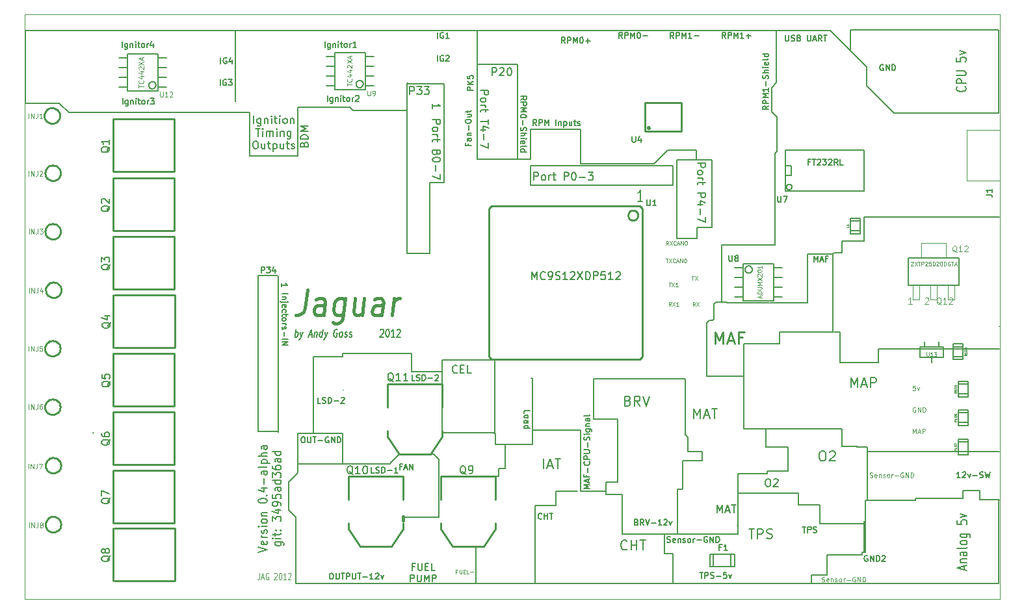
<source format=gto>
G04 (created by PCBNEW-RS274X (2010-03-14)-final) date Mon 08 Apr 2013 11:15:34 AM EDT*
G01*
G70*
G90*
%MOIN*%
G04 Gerber Fmt 3.4, Leading zero omitted, Abs format*
%FSLAX34Y34*%
G04 APERTURE LIST*
%ADD10C,0.002000*%
%ADD11C,0.007000*%
%ADD12C,0.005000*%
%ADD13C,0.008300*%
%ADD14C,0.003300*%
%ADD15C,0.006700*%
%ADD16C,0.004200*%
%ADD17C,0.018300*%
%ADD18C,0.010000*%
%ADD19C,0.005800*%
%ADD20C,0.015000*%
%ADD21C,0.006000*%
%ADD22C,0.001000*%
%ADD23C,0.002600*%
%ADD24C,0.008000*%
%ADD25C,0.003700*%
%ADD26C,0.003500*%
%ADD27C,0.003000*%
%ADD28C,0.004000*%
G04 APERTURE END LIST*
G54D10*
G54D11*
X63701Y-19480D02*
X63728Y-19480D01*
X56815Y-19480D02*
X57098Y-19480D01*
X56815Y-20709D02*
X56815Y-19480D01*
X55673Y-20709D02*
X56815Y-20709D01*
X55673Y-21315D02*
X55673Y-20709D01*
X55642Y-21315D02*
X55673Y-21315D01*
X55275Y-21315D02*
X55642Y-21315D01*
X55212Y-21378D02*
X55275Y-21315D01*
X55212Y-21378D02*
X53905Y-21378D01*
X55212Y-24142D02*
X55212Y-21382D01*
X63736Y-31512D02*
X56964Y-31512D01*
X63728Y-26248D02*
X63728Y-26252D01*
X57539Y-26248D02*
X63728Y-26248D01*
X57539Y-26929D02*
X57539Y-26248D01*
X55571Y-26929D02*
X57539Y-26929D01*
X55571Y-26575D02*
X55571Y-26929D01*
X57894Y-26248D02*
X57563Y-26248D01*
X57901Y-26248D02*
X63728Y-26248D01*
X55571Y-25374D02*
X55256Y-25374D01*
X55571Y-26575D02*
X55571Y-25374D01*
X56433Y-31216D02*
X56433Y-31276D01*
X55677Y-30335D02*
X55677Y-30339D01*
X51972Y-30335D02*
X55677Y-30335D01*
X51791Y-30335D02*
X51783Y-30343D01*
X51964Y-30335D02*
X51791Y-30335D01*
X55677Y-31220D02*
X56433Y-31220D01*
X55677Y-30854D02*
X55677Y-31220D01*
X55677Y-30854D02*
X55677Y-30339D01*
X24567Y-13161D02*
X24567Y-13535D01*
G54D12*
X61734Y-32845D02*
X61562Y-32845D01*
X61648Y-32845D02*
X61648Y-32545D01*
X61619Y-32588D01*
X61591Y-32617D01*
X61562Y-32631D01*
X61848Y-32574D02*
X61862Y-32560D01*
X61891Y-32545D01*
X61962Y-32545D01*
X61991Y-32560D01*
X62005Y-32574D01*
X62020Y-32603D01*
X62020Y-32631D01*
X62005Y-32674D01*
X61834Y-32845D01*
X62020Y-32845D01*
X62120Y-32645D02*
X62191Y-32845D01*
X62263Y-32645D01*
X62377Y-32731D02*
X62606Y-32731D01*
X62734Y-32831D02*
X62777Y-32845D01*
X62848Y-32845D01*
X62877Y-32831D01*
X62891Y-32817D01*
X62906Y-32788D01*
X62906Y-32760D01*
X62891Y-32731D01*
X62877Y-32717D01*
X62848Y-32703D01*
X62791Y-32688D01*
X62763Y-32674D01*
X62748Y-32660D01*
X62734Y-32631D01*
X62734Y-32603D01*
X62748Y-32574D01*
X62763Y-32560D01*
X62791Y-32545D01*
X62863Y-32545D01*
X62906Y-32560D01*
X63006Y-32545D02*
X63077Y-32845D01*
X63134Y-32631D01*
X63192Y-32845D01*
X63263Y-32545D01*
G54D11*
X42929Y-27866D02*
X42925Y-27866D01*
X42929Y-27779D02*
X42929Y-27866D01*
X47626Y-27779D02*
X42929Y-27779D01*
X47630Y-27779D02*
X47618Y-27779D01*
X47630Y-30642D02*
X47630Y-27779D01*
X47631Y-30642D02*
X47634Y-30645D01*
X47768Y-30779D02*
X47631Y-30642D01*
X47768Y-31488D02*
X47768Y-30779D01*
X48520Y-31488D02*
X47768Y-31488D01*
X48520Y-31972D02*
X48520Y-31488D01*
X47500Y-32138D02*
X47512Y-32138D01*
X47500Y-31972D02*
X47500Y-32138D01*
X48516Y-31972D02*
X47500Y-31972D01*
G54D12*
X42743Y-33416D02*
X42443Y-33416D01*
X42658Y-33316D01*
X42443Y-33216D01*
X42743Y-33216D01*
X42658Y-33087D02*
X42658Y-32944D01*
X42743Y-33115D02*
X42443Y-33015D01*
X42743Y-32915D01*
X42586Y-32716D02*
X42586Y-32816D01*
X42743Y-32816D02*
X42443Y-32816D01*
X42443Y-32673D01*
X42629Y-32559D02*
X42629Y-32330D01*
X42715Y-32016D02*
X42729Y-32030D01*
X42743Y-32073D01*
X42743Y-32102D01*
X42729Y-32145D01*
X42701Y-32173D01*
X42672Y-32188D01*
X42615Y-32202D01*
X42572Y-32202D01*
X42515Y-32188D01*
X42486Y-32173D01*
X42458Y-32145D01*
X42443Y-32102D01*
X42443Y-32073D01*
X42458Y-32030D01*
X42472Y-32016D01*
X42743Y-31888D02*
X42443Y-31888D01*
X42443Y-31773D01*
X42458Y-31745D01*
X42472Y-31730D01*
X42501Y-31716D01*
X42543Y-31716D01*
X42572Y-31730D01*
X42586Y-31745D01*
X42601Y-31773D01*
X42601Y-31888D01*
X42443Y-31588D02*
X42686Y-31588D01*
X42715Y-31573D01*
X42729Y-31559D01*
X42743Y-31530D01*
X42743Y-31473D01*
X42729Y-31445D01*
X42715Y-31430D01*
X42686Y-31416D01*
X42443Y-31416D01*
X42629Y-31274D02*
X42629Y-31045D01*
X42729Y-30917D02*
X42743Y-30874D01*
X42743Y-30803D01*
X42729Y-30774D01*
X42715Y-30760D01*
X42686Y-30745D01*
X42658Y-30745D01*
X42629Y-30760D01*
X42615Y-30774D01*
X42601Y-30803D01*
X42586Y-30860D01*
X42572Y-30888D01*
X42558Y-30903D01*
X42529Y-30917D01*
X42501Y-30917D01*
X42472Y-30903D01*
X42458Y-30888D01*
X42443Y-30860D01*
X42443Y-30788D01*
X42458Y-30745D01*
X42743Y-30617D02*
X42543Y-30617D01*
X42443Y-30617D02*
X42458Y-30631D01*
X42472Y-30617D01*
X42458Y-30602D01*
X42443Y-30617D01*
X42472Y-30617D01*
X42543Y-30345D02*
X42786Y-30345D01*
X42815Y-30359D01*
X42829Y-30374D01*
X42843Y-30402D01*
X42843Y-30445D01*
X42829Y-30474D01*
X42729Y-30345D02*
X42743Y-30374D01*
X42743Y-30431D01*
X42729Y-30459D01*
X42715Y-30474D01*
X42686Y-30488D01*
X42601Y-30488D01*
X42572Y-30474D01*
X42558Y-30459D01*
X42543Y-30431D01*
X42543Y-30374D01*
X42558Y-30345D01*
X42543Y-30203D02*
X42743Y-30203D01*
X42572Y-30203D02*
X42558Y-30188D01*
X42543Y-30160D01*
X42543Y-30117D01*
X42558Y-30088D01*
X42586Y-30074D01*
X42743Y-30074D01*
X42743Y-29803D02*
X42586Y-29803D01*
X42558Y-29817D01*
X42543Y-29846D01*
X42543Y-29903D01*
X42558Y-29932D01*
X42729Y-29803D02*
X42743Y-29832D01*
X42743Y-29903D01*
X42729Y-29932D01*
X42701Y-29946D01*
X42672Y-29946D01*
X42643Y-29932D01*
X42629Y-29903D01*
X42629Y-29832D01*
X42615Y-29803D01*
X42743Y-29618D02*
X42729Y-29646D01*
X42701Y-29661D01*
X42443Y-29661D01*
G54D11*
X13807Y-09902D02*
X13823Y-09902D01*
X13807Y-13622D02*
X13807Y-09902D01*
X53909Y-25358D02*
X52476Y-25358D01*
X52039Y-25968D02*
X52043Y-25968D01*
X52476Y-25968D02*
X52039Y-25968D01*
X52476Y-25354D02*
X52476Y-25968D01*
X52063Y-25968D02*
X52059Y-25968D01*
X38409Y-31142D02*
X38401Y-31142D01*
X38409Y-32382D02*
X38409Y-31142D01*
X38079Y-32382D02*
X38409Y-32382D01*
X38079Y-32768D02*
X38079Y-32382D01*
X37925Y-32768D02*
X38079Y-32768D01*
G54D13*
X44648Y-36505D02*
X44624Y-36529D01*
X44553Y-36552D01*
X44505Y-36552D01*
X44433Y-36529D01*
X44386Y-36481D01*
X44362Y-36433D01*
X44338Y-36338D01*
X44338Y-36267D01*
X44362Y-36171D01*
X44386Y-36124D01*
X44433Y-36076D01*
X44505Y-36052D01*
X44553Y-36052D01*
X44624Y-36076D01*
X44648Y-36100D01*
X44862Y-36552D02*
X44862Y-36052D01*
X44862Y-36290D02*
X45148Y-36290D01*
X45148Y-36552D02*
X45148Y-36052D01*
X45315Y-36052D02*
X45600Y-36052D01*
X45457Y-36552D02*
X45457Y-36052D01*
X44694Y-28893D02*
X44765Y-28917D01*
X44789Y-28941D01*
X44813Y-28989D01*
X44813Y-29060D01*
X44789Y-29108D01*
X44765Y-29132D01*
X44718Y-29155D01*
X44527Y-29155D01*
X44527Y-28655D01*
X44694Y-28655D01*
X44741Y-28679D01*
X44765Y-28703D01*
X44789Y-28751D01*
X44789Y-28798D01*
X44765Y-28846D01*
X44741Y-28870D01*
X44694Y-28893D01*
X44527Y-28893D01*
X45313Y-29155D02*
X45146Y-28917D01*
X45027Y-29155D02*
X45027Y-28655D01*
X45218Y-28655D01*
X45265Y-28679D01*
X45289Y-28703D01*
X45313Y-28751D01*
X45313Y-28822D01*
X45289Y-28870D01*
X45265Y-28893D01*
X45218Y-28917D01*
X45027Y-28917D01*
X45456Y-28655D02*
X45622Y-29155D01*
X45789Y-28655D01*
X48071Y-29792D02*
X48071Y-29292D01*
X48238Y-29650D01*
X48404Y-29292D01*
X48404Y-29792D01*
X48618Y-29650D02*
X48856Y-29650D01*
X48571Y-29792D02*
X48737Y-29292D01*
X48904Y-29792D01*
X49000Y-29292D02*
X49285Y-29292D01*
X49142Y-29792D02*
X49142Y-29292D01*
X54631Y-31478D02*
X54727Y-31478D01*
X54774Y-31502D01*
X54822Y-31550D01*
X54846Y-31645D01*
X54846Y-31812D01*
X54822Y-31907D01*
X54774Y-31955D01*
X54727Y-31978D01*
X54631Y-31978D01*
X54584Y-31955D01*
X54536Y-31907D01*
X54512Y-31812D01*
X54512Y-31645D01*
X54536Y-31550D01*
X54584Y-31502D01*
X54631Y-31478D01*
X55036Y-31526D02*
X55060Y-31502D01*
X55108Y-31478D01*
X55227Y-31478D01*
X55274Y-31502D01*
X55298Y-31526D01*
X55322Y-31574D01*
X55322Y-31621D01*
X55298Y-31693D01*
X55012Y-31978D01*
X55322Y-31978D01*
G54D12*
X32001Y-25261D02*
X32015Y-25242D01*
X32044Y-25223D01*
X32115Y-25223D01*
X32144Y-25242D01*
X32158Y-25261D01*
X32173Y-25299D01*
X32173Y-25337D01*
X32158Y-25394D01*
X31987Y-25623D01*
X32173Y-25623D01*
X32359Y-25223D02*
X32387Y-25223D01*
X32416Y-25242D01*
X32430Y-25261D01*
X32444Y-25299D01*
X32459Y-25375D01*
X32459Y-25471D01*
X32444Y-25547D01*
X32430Y-25585D01*
X32416Y-25604D01*
X32387Y-25623D01*
X32359Y-25623D01*
X32330Y-25604D01*
X32316Y-25585D01*
X32301Y-25547D01*
X32287Y-25471D01*
X32287Y-25375D01*
X32301Y-25299D01*
X32316Y-25261D01*
X32330Y-25242D01*
X32359Y-25223D01*
X32745Y-25623D02*
X32573Y-25623D01*
X32659Y-25623D02*
X32659Y-25223D01*
X32630Y-25280D01*
X32602Y-25318D01*
X32573Y-25337D01*
X32859Y-25261D02*
X32873Y-25242D01*
X32902Y-25223D01*
X32973Y-25223D01*
X33002Y-25242D01*
X33016Y-25261D01*
X33031Y-25299D01*
X33031Y-25337D01*
X33016Y-25394D01*
X32845Y-25623D01*
X33031Y-25623D01*
G54D11*
X50630Y-30342D02*
X50630Y-30339D01*
X51787Y-30342D02*
X50630Y-30342D01*
X56964Y-34004D02*
X56968Y-34004D01*
X56964Y-31276D02*
X56964Y-34004D01*
X56433Y-31276D02*
X56964Y-31276D01*
X63728Y-25079D02*
X63724Y-25083D01*
X57819Y-19480D02*
X57827Y-19480D01*
X53901Y-22559D02*
X53905Y-22563D01*
G54D14*
X48140Y-24042D02*
X48073Y-23947D01*
X48026Y-24042D02*
X48026Y-23842D01*
X48102Y-23842D01*
X48121Y-23851D01*
X48130Y-23861D01*
X48140Y-23880D01*
X48140Y-23909D01*
X48130Y-23928D01*
X48121Y-23937D01*
X48102Y-23947D01*
X48026Y-23947D01*
X48207Y-23842D02*
X48340Y-24042D01*
X48340Y-23842D02*
X48207Y-24042D01*
X47962Y-22515D02*
X48076Y-22515D01*
X48019Y-22715D02*
X48019Y-22515D01*
X48124Y-22515D02*
X48257Y-22715D01*
X48257Y-22515D02*
X48124Y-22715D01*
X46919Y-24038D02*
X46852Y-23943D01*
X46805Y-24038D02*
X46805Y-23838D01*
X46881Y-23838D01*
X46900Y-23847D01*
X46909Y-23857D01*
X46919Y-23876D01*
X46919Y-23905D01*
X46909Y-23924D01*
X46900Y-23933D01*
X46881Y-23943D01*
X46805Y-23943D01*
X46986Y-23838D02*
X47119Y-24038D01*
X47119Y-23838D02*
X46986Y-24038D01*
X47299Y-24038D02*
X47185Y-24038D01*
X47242Y-24038D02*
X47242Y-23838D01*
X47223Y-23867D01*
X47204Y-23886D01*
X47185Y-23895D01*
X46788Y-22842D02*
X46902Y-22842D01*
X46845Y-23042D02*
X46845Y-22842D01*
X46950Y-22842D02*
X47083Y-23042D01*
X47083Y-22842D02*
X46950Y-23042D01*
X47263Y-23042D02*
X47149Y-23042D01*
X47206Y-23042D02*
X47206Y-22842D01*
X47187Y-22871D01*
X47168Y-22890D01*
X47149Y-22899D01*
X46640Y-21609D02*
X46754Y-21609D01*
X46697Y-21809D02*
X46697Y-21609D01*
X46802Y-21609D02*
X46935Y-21809D01*
X46935Y-21609D02*
X46802Y-21809D01*
X47125Y-21790D02*
X47115Y-21799D01*
X47087Y-21809D01*
X47068Y-21809D01*
X47039Y-21799D01*
X47020Y-21780D01*
X47011Y-21761D01*
X47001Y-21723D01*
X47001Y-21695D01*
X47011Y-21657D01*
X47020Y-21638D01*
X47039Y-21618D01*
X47068Y-21609D01*
X47087Y-21609D01*
X47115Y-21618D01*
X47125Y-21628D01*
X47201Y-21752D02*
X47296Y-21752D01*
X47182Y-21809D02*
X47249Y-21609D01*
X47315Y-21809D01*
X47382Y-21809D02*
X47382Y-21609D01*
X47496Y-21809D01*
X47496Y-21609D01*
X47630Y-21609D02*
X47649Y-21609D01*
X47668Y-21618D01*
X47677Y-21628D01*
X47687Y-21647D01*
X47696Y-21685D01*
X47696Y-21733D01*
X47687Y-21771D01*
X47677Y-21790D01*
X47668Y-21799D01*
X47649Y-21809D01*
X47630Y-21809D01*
X47611Y-21799D01*
X47601Y-21790D01*
X47592Y-21771D01*
X47582Y-21733D01*
X47582Y-21685D01*
X47592Y-21647D01*
X47601Y-21628D01*
X47611Y-21618D01*
X47630Y-21609D01*
X46771Y-20908D02*
X46704Y-20813D01*
X46657Y-20908D02*
X46657Y-20708D01*
X46733Y-20708D01*
X46752Y-20717D01*
X46761Y-20727D01*
X46771Y-20746D01*
X46771Y-20775D01*
X46761Y-20794D01*
X46752Y-20803D01*
X46733Y-20813D01*
X46657Y-20813D01*
X46838Y-20708D02*
X46971Y-20908D01*
X46971Y-20708D02*
X46838Y-20908D01*
X47161Y-20889D02*
X47151Y-20898D01*
X47123Y-20908D01*
X47104Y-20908D01*
X47075Y-20898D01*
X47056Y-20879D01*
X47047Y-20860D01*
X47037Y-20822D01*
X47037Y-20794D01*
X47047Y-20756D01*
X47056Y-20737D01*
X47075Y-20717D01*
X47104Y-20708D01*
X47123Y-20708D01*
X47151Y-20717D01*
X47161Y-20727D01*
X47237Y-20851D02*
X47332Y-20851D01*
X47218Y-20908D02*
X47285Y-20708D01*
X47351Y-20908D01*
X47418Y-20908D02*
X47418Y-20708D01*
X47532Y-20908D01*
X47532Y-20708D01*
X47666Y-20708D02*
X47685Y-20708D01*
X47704Y-20717D01*
X47713Y-20727D01*
X47723Y-20746D01*
X47732Y-20784D01*
X47732Y-20832D01*
X47723Y-20870D01*
X47713Y-20889D01*
X47704Y-20898D01*
X47685Y-20908D01*
X47666Y-20908D01*
X47647Y-20898D01*
X47637Y-20889D01*
X47628Y-20870D01*
X47618Y-20832D01*
X47618Y-20784D01*
X47628Y-20746D01*
X47637Y-20727D01*
X47647Y-20717D01*
X47666Y-20708D01*
G54D11*
X53905Y-21382D02*
X53905Y-21634D01*
X60929Y-19480D02*
X57094Y-19480D01*
X52240Y-20894D02*
X52240Y-20866D01*
X49520Y-20894D02*
X52240Y-20894D01*
G54D12*
X57784Y-11663D02*
X57755Y-11648D01*
X57712Y-11648D01*
X57669Y-11663D01*
X57641Y-11691D01*
X57626Y-11720D01*
X57612Y-11777D01*
X57612Y-11820D01*
X57626Y-11877D01*
X57641Y-11906D01*
X57669Y-11934D01*
X57712Y-11948D01*
X57741Y-11948D01*
X57784Y-11934D01*
X57798Y-11920D01*
X57798Y-11820D01*
X57741Y-11820D01*
X57926Y-11948D02*
X57926Y-11648D01*
X58098Y-11948D01*
X58098Y-11648D01*
X58240Y-11948D02*
X58240Y-11648D01*
X58312Y-11648D01*
X58355Y-11663D01*
X58383Y-11691D01*
X58398Y-11720D01*
X58412Y-11777D01*
X58412Y-11820D01*
X58398Y-11877D01*
X58383Y-11906D01*
X58355Y-11934D01*
X58312Y-11948D01*
X58240Y-11948D01*
G54D11*
X52323Y-16114D02*
X52240Y-16197D01*
X52323Y-14311D02*
X52323Y-16114D01*
X52311Y-14307D02*
X52315Y-14307D01*
X52059Y-14055D02*
X52311Y-14307D01*
X52059Y-12827D02*
X52059Y-14055D01*
X52311Y-12575D02*
X52059Y-12827D01*
X52311Y-09898D02*
X52311Y-12575D01*
G54D12*
X51900Y-13780D02*
X51758Y-13880D01*
X51900Y-13952D02*
X51600Y-13952D01*
X51600Y-13837D01*
X51615Y-13809D01*
X51629Y-13794D01*
X51658Y-13780D01*
X51700Y-13780D01*
X51729Y-13794D01*
X51743Y-13809D01*
X51758Y-13837D01*
X51758Y-13952D01*
X51900Y-13652D02*
X51600Y-13652D01*
X51600Y-13537D01*
X51615Y-13509D01*
X51629Y-13494D01*
X51658Y-13480D01*
X51700Y-13480D01*
X51729Y-13494D01*
X51743Y-13509D01*
X51758Y-13537D01*
X51758Y-13652D01*
X51900Y-13352D02*
X51600Y-13352D01*
X51815Y-13252D01*
X51600Y-13152D01*
X51900Y-13152D01*
X51900Y-12851D02*
X51900Y-13023D01*
X51900Y-12937D02*
X51600Y-12937D01*
X51643Y-12966D01*
X51672Y-12994D01*
X51686Y-13023D01*
X51786Y-12723D02*
X51786Y-12494D01*
X51886Y-12366D02*
X51900Y-12323D01*
X51900Y-12252D01*
X51886Y-12223D01*
X51872Y-12209D01*
X51843Y-12194D01*
X51815Y-12194D01*
X51786Y-12209D01*
X51772Y-12223D01*
X51758Y-12252D01*
X51743Y-12309D01*
X51729Y-12337D01*
X51715Y-12352D01*
X51686Y-12366D01*
X51658Y-12366D01*
X51629Y-12352D01*
X51615Y-12337D01*
X51600Y-12309D01*
X51600Y-12237D01*
X51615Y-12194D01*
X51900Y-12066D02*
X51600Y-12066D01*
X51900Y-11937D02*
X51743Y-11937D01*
X51715Y-11951D01*
X51700Y-11980D01*
X51700Y-12023D01*
X51715Y-12051D01*
X51729Y-12066D01*
X51900Y-11795D02*
X51700Y-11795D01*
X51600Y-11795D02*
X51615Y-11809D01*
X51629Y-11795D01*
X51615Y-11780D01*
X51600Y-11795D01*
X51629Y-11795D01*
X51886Y-11537D02*
X51900Y-11566D01*
X51900Y-11623D01*
X51886Y-11652D01*
X51858Y-11666D01*
X51743Y-11666D01*
X51715Y-11652D01*
X51700Y-11623D01*
X51700Y-11566D01*
X51715Y-11537D01*
X51743Y-11523D01*
X51772Y-11523D01*
X51800Y-11666D01*
X51900Y-11352D02*
X51886Y-11380D01*
X51858Y-11395D01*
X51600Y-11395D01*
X51900Y-11109D02*
X51600Y-11109D01*
X51886Y-11109D02*
X51900Y-11138D01*
X51900Y-11195D01*
X51886Y-11223D01*
X51872Y-11238D01*
X51843Y-11252D01*
X51758Y-11252D01*
X51729Y-11238D01*
X51715Y-11223D01*
X51700Y-11195D01*
X51700Y-11138D01*
X51715Y-11109D01*
X49703Y-10290D02*
X49603Y-10148D01*
X49531Y-10290D02*
X49531Y-09990D01*
X49646Y-09990D01*
X49674Y-10005D01*
X49689Y-10019D01*
X49703Y-10048D01*
X49703Y-10090D01*
X49689Y-10119D01*
X49674Y-10133D01*
X49646Y-10148D01*
X49531Y-10148D01*
X49831Y-10290D02*
X49831Y-09990D01*
X49946Y-09990D01*
X49974Y-10005D01*
X49989Y-10019D01*
X50003Y-10048D01*
X50003Y-10090D01*
X49989Y-10119D01*
X49974Y-10133D01*
X49946Y-10148D01*
X49831Y-10148D01*
X50131Y-10290D02*
X50131Y-09990D01*
X50231Y-10205D01*
X50331Y-09990D01*
X50331Y-10290D01*
X50632Y-10290D02*
X50460Y-10290D01*
X50546Y-10290D02*
X50546Y-09990D01*
X50517Y-10033D01*
X50489Y-10062D01*
X50460Y-10076D01*
X50760Y-10176D02*
X50989Y-10176D01*
X50875Y-10290D02*
X50875Y-10062D01*
X47041Y-10298D02*
X46941Y-10156D01*
X46869Y-10298D02*
X46869Y-09998D01*
X46984Y-09998D01*
X47012Y-10013D01*
X47027Y-10027D01*
X47041Y-10056D01*
X47041Y-10098D01*
X47027Y-10127D01*
X47012Y-10141D01*
X46984Y-10156D01*
X46869Y-10156D01*
X47169Y-10298D02*
X47169Y-09998D01*
X47284Y-09998D01*
X47312Y-10013D01*
X47327Y-10027D01*
X47341Y-10056D01*
X47341Y-10098D01*
X47327Y-10127D01*
X47312Y-10141D01*
X47284Y-10156D01*
X47169Y-10156D01*
X47469Y-10298D02*
X47469Y-09998D01*
X47569Y-10213D01*
X47669Y-09998D01*
X47669Y-10298D01*
X47970Y-10298D02*
X47798Y-10298D01*
X47884Y-10298D02*
X47884Y-09998D01*
X47855Y-10041D01*
X47827Y-10070D01*
X47798Y-10084D01*
X48098Y-10184D02*
X48327Y-10184D01*
X44411Y-10290D02*
X44311Y-10148D01*
X44239Y-10290D02*
X44239Y-09990D01*
X44354Y-09990D01*
X44382Y-10005D01*
X44397Y-10019D01*
X44411Y-10048D01*
X44411Y-10090D01*
X44397Y-10119D01*
X44382Y-10133D01*
X44354Y-10148D01*
X44239Y-10148D01*
X44539Y-10290D02*
X44539Y-09990D01*
X44654Y-09990D01*
X44682Y-10005D01*
X44697Y-10019D01*
X44711Y-10048D01*
X44711Y-10090D01*
X44697Y-10119D01*
X44682Y-10133D01*
X44654Y-10148D01*
X44539Y-10148D01*
X44839Y-10290D02*
X44839Y-09990D01*
X44939Y-10205D01*
X45039Y-09990D01*
X45039Y-10290D01*
X45240Y-09990D02*
X45268Y-09990D01*
X45297Y-10005D01*
X45311Y-10019D01*
X45325Y-10048D01*
X45340Y-10105D01*
X45340Y-10176D01*
X45325Y-10233D01*
X45311Y-10262D01*
X45297Y-10276D01*
X45268Y-10290D01*
X45240Y-10290D01*
X45211Y-10276D01*
X45197Y-10262D01*
X45182Y-10233D01*
X45168Y-10176D01*
X45168Y-10105D01*
X45182Y-10048D01*
X45197Y-10019D01*
X45211Y-10005D01*
X45240Y-09990D01*
X45468Y-10176D02*
X45697Y-10176D01*
X41470Y-10546D02*
X41370Y-10404D01*
X41298Y-10546D02*
X41298Y-10246D01*
X41413Y-10246D01*
X41441Y-10261D01*
X41456Y-10275D01*
X41470Y-10304D01*
X41470Y-10346D01*
X41456Y-10375D01*
X41441Y-10389D01*
X41413Y-10404D01*
X41298Y-10404D01*
X41598Y-10546D02*
X41598Y-10246D01*
X41713Y-10246D01*
X41741Y-10261D01*
X41756Y-10275D01*
X41770Y-10304D01*
X41770Y-10346D01*
X41756Y-10375D01*
X41741Y-10389D01*
X41713Y-10404D01*
X41598Y-10404D01*
X41898Y-10546D02*
X41898Y-10246D01*
X41998Y-10461D01*
X42098Y-10246D01*
X42098Y-10546D01*
X42299Y-10246D02*
X42327Y-10246D01*
X42356Y-10261D01*
X42370Y-10275D01*
X42384Y-10304D01*
X42399Y-10361D01*
X42399Y-10432D01*
X42384Y-10489D01*
X42370Y-10518D01*
X42356Y-10532D01*
X42327Y-10546D01*
X42299Y-10546D01*
X42270Y-10532D01*
X42256Y-10518D01*
X42241Y-10489D01*
X42227Y-10432D01*
X42227Y-10361D01*
X42241Y-10304D01*
X42256Y-10275D01*
X42270Y-10261D01*
X42299Y-10246D01*
X42527Y-10432D02*
X42756Y-10432D01*
X42642Y-10546D02*
X42642Y-10318D01*
X39190Y-13456D02*
X39332Y-13356D01*
X39190Y-13284D02*
X39490Y-13284D01*
X39490Y-13399D01*
X39475Y-13427D01*
X39461Y-13442D01*
X39432Y-13456D01*
X39390Y-13456D01*
X39361Y-13442D01*
X39347Y-13427D01*
X39332Y-13399D01*
X39332Y-13284D01*
X39190Y-13584D02*
X39490Y-13584D01*
X39490Y-13699D01*
X39475Y-13727D01*
X39461Y-13742D01*
X39432Y-13756D01*
X39390Y-13756D01*
X39361Y-13742D01*
X39347Y-13727D01*
X39332Y-13699D01*
X39332Y-13584D01*
X39190Y-13884D02*
X39490Y-13884D01*
X39275Y-13984D01*
X39490Y-14084D01*
X39190Y-14084D01*
X39490Y-14285D02*
X39490Y-14313D01*
X39475Y-14342D01*
X39461Y-14356D01*
X39432Y-14370D01*
X39375Y-14385D01*
X39304Y-14385D01*
X39247Y-14370D01*
X39218Y-14356D01*
X39204Y-14342D01*
X39190Y-14313D01*
X39190Y-14285D01*
X39204Y-14256D01*
X39218Y-14242D01*
X39247Y-14227D01*
X39304Y-14213D01*
X39375Y-14213D01*
X39432Y-14227D01*
X39461Y-14242D01*
X39475Y-14256D01*
X39490Y-14285D01*
X39304Y-14513D02*
X39304Y-14742D01*
X39204Y-14870D02*
X39190Y-14913D01*
X39190Y-14984D01*
X39204Y-15013D01*
X39218Y-15027D01*
X39247Y-15042D01*
X39275Y-15042D01*
X39304Y-15027D01*
X39318Y-15013D01*
X39332Y-14984D01*
X39347Y-14927D01*
X39361Y-14899D01*
X39375Y-14884D01*
X39404Y-14870D01*
X39432Y-14870D01*
X39461Y-14884D01*
X39475Y-14899D01*
X39490Y-14927D01*
X39490Y-14999D01*
X39475Y-15042D01*
X39190Y-15170D02*
X39490Y-15170D01*
X39190Y-15299D02*
X39347Y-15299D01*
X39375Y-15285D01*
X39390Y-15256D01*
X39390Y-15213D01*
X39375Y-15185D01*
X39361Y-15170D01*
X39190Y-15441D02*
X39390Y-15441D01*
X39490Y-15441D02*
X39475Y-15427D01*
X39461Y-15441D01*
X39475Y-15456D01*
X39490Y-15441D01*
X39461Y-15441D01*
X39204Y-15699D02*
X39190Y-15670D01*
X39190Y-15613D01*
X39204Y-15584D01*
X39232Y-15570D01*
X39347Y-15570D01*
X39375Y-15584D01*
X39390Y-15613D01*
X39390Y-15670D01*
X39375Y-15699D01*
X39347Y-15713D01*
X39318Y-15713D01*
X39290Y-15570D01*
X39190Y-15884D02*
X39204Y-15856D01*
X39232Y-15841D01*
X39490Y-15841D01*
X39190Y-16127D02*
X39490Y-16127D01*
X39204Y-16127D02*
X39190Y-16098D01*
X39190Y-16041D01*
X39204Y-16013D01*
X39218Y-15998D01*
X39247Y-15984D01*
X39332Y-15984D01*
X39361Y-15998D01*
X39375Y-16013D01*
X39390Y-16041D01*
X39390Y-16098D01*
X39375Y-16127D01*
G54D11*
X39031Y-16496D02*
X39035Y-16500D01*
X39709Y-16496D02*
X39031Y-16496D01*
X39709Y-14968D02*
X39709Y-16496D01*
X42279Y-14968D02*
X39709Y-14968D01*
X36961Y-11650D02*
X36961Y-11626D01*
X36961Y-09902D02*
X36961Y-11650D01*
X36961Y-11626D02*
X36961Y-11650D01*
X39039Y-11626D02*
X36961Y-11626D01*
G54D12*
X36755Y-12966D02*
X36455Y-12966D01*
X36455Y-12851D01*
X36470Y-12823D01*
X36484Y-12808D01*
X36513Y-12794D01*
X36555Y-12794D01*
X36584Y-12808D01*
X36598Y-12823D01*
X36613Y-12851D01*
X36613Y-12966D01*
X36755Y-12666D02*
X36455Y-12666D01*
X36755Y-12494D02*
X36584Y-12623D01*
X36455Y-12494D02*
X36627Y-12666D01*
X36455Y-12223D02*
X36455Y-12366D01*
X36598Y-12380D01*
X36584Y-12366D01*
X36570Y-12337D01*
X36570Y-12266D01*
X36584Y-12237D01*
X36598Y-12223D01*
X36627Y-12208D01*
X36698Y-12208D01*
X36727Y-12223D01*
X36741Y-12237D01*
X36755Y-12266D01*
X36755Y-12337D01*
X36741Y-12366D01*
X36727Y-12380D01*
X36499Y-15713D02*
X36499Y-15813D01*
X36656Y-15813D02*
X36356Y-15813D01*
X36356Y-15670D01*
X36656Y-15427D02*
X36499Y-15427D01*
X36471Y-15441D01*
X36456Y-15470D01*
X36456Y-15527D01*
X36471Y-15556D01*
X36642Y-15427D02*
X36656Y-15456D01*
X36656Y-15527D01*
X36642Y-15556D01*
X36614Y-15570D01*
X36585Y-15570D01*
X36556Y-15556D01*
X36542Y-15527D01*
X36542Y-15456D01*
X36528Y-15427D01*
X36456Y-15285D02*
X36656Y-15285D01*
X36485Y-15285D02*
X36471Y-15270D01*
X36456Y-15242D01*
X36456Y-15199D01*
X36471Y-15170D01*
X36499Y-15156D01*
X36656Y-15156D01*
X36542Y-15014D02*
X36542Y-14785D01*
X36356Y-14585D02*
X36356Y-14528D01*
X36371Y-14500D01*
X36399Y-14471D01*
X36456Y-14457D01*
X36556Y-14457D01*
X36614Y-14471D01*
X36642Y-14500D01*
X36656Y-14528D01*
X36656Y-14585D01*
X36642Y-14614D01*
X36614Y-14643D01*
X36556Y-14657D01*
X36456Y-14657D01*
X36399Y-14643D01*
X36371Y-14614D01*
X36356Y-14585D01*
X36456Y-14200D02*
X36656Y-14200D01*
X36456Y-14329D02*
X36614Y-14329D01*
X36642Y-14314D01*
X36656Y-14286D01*
X36656Y-14243D01*
X36642Y-14214D01*
X36628Y-14200D01*
X36456Y-14100D02*
X36456Y-13986D01*
X36356Y-14058D02*
X36614Y-14058D01*
X36642Y-14043D01*
X36656Y-14015D01*
X36656Y-13986D01*
G54D11*
X33378Y-12618D02*
X33425Y-12618D01*
X33378Y-13984D02*
X33378Y-12618D01*
X24571Y-09902D02*
X24571Y-10181D01*
X13811Y-13626D02*
X13811Y-13618D01*
X15532Y-13626D02*
X13811Y-13626D01*
X16024Y-14118D02*
X15532Y-13626D01*
X25295Y-14118D02*
X16024Y-14118D01*
X25295Y-16335D02*
X25295Y-14118D01*
X27768Y-16335D02*
X25295Y-16335D01*
X27768Y-14842D02*
X27768Y-16335D01*
G54D15*
X28094Y-15741D02*
X28113Y-15684D01*
X28132Y-15665D01*
X28171Y-15646D01*
X28228Y-15646D01*
X28266Y-15665D01*
X28285Y-15684D01*
X28304Y-15722D01*
X28304Y-15875D01*
X27904Y-15875D01*
X27904Y-15741D01*
X27923Y-15703D01*
X27942Y-15684D01*
X27980Y-15665D01*
X28018Y-15665D01*
X28056Y-15684D01*
X28075Y-15703D01*
X28094Y-15741D01*
X28094Y-15875D01*
X28304Y-15475D02*
X27904Y-15475D01*
X27904Y-15380D01*
X27923Y-15322D01*
X27961Y-15284D01*
X27999Y-15265D01*
X28075Y-15246D01*
X28132Y-15246D01*
X28209Y-15265D01*
X28247Y-15284D01*
X28285Y-15322D01*
X28304Y-15380D01*
X28304Y-15475D01*
X28304Y-15075D02*
X27904Y-15075D01*
X28190Y-14941D01*
X27904Y-14808D01*
X28304Y-14808D01*
G54D12*
X33766Y-27857D02*
X33623Y-27857D01*
X33623Y-27557D01*
X33852Y-27843D02*
X33895Y-27857D01*
X33966Y-27857D01*
X33995Y-27843D01*
X34009Y-27829D01*
X34024Y-27800D01*
X34024Y-27772D01*
X34009Y-27743D01*
X33995Y-27729D01*
X33966Y-27715D01*
X33909Y-27700D01*
X33881Y-27686D01*
X33866Y-27672D01*
X33852Y-27643D01*
X33852Y-27615D01*
X33866Y-27586D01*
X33881Y-27572D01*
X33909Y-27557D01*
X33981Y-27557D01*
X34024Y-27572D01*
X34152Y-27857D02*
X34152Y-27557D01*
X34224Y-27557D01*
X34267Y-27572D01*
X34295Y-27600D01*
X34310Y-27629D01*
X34324Y-27686D01*
X34324Y-27729D01*
X34310Y-27786D01*
X34295Y-27815D01*
X34267Y-27843D01*
X34224Y-27857D01*
X34152Y-27857D01*
X34452Y-27743D02*
X34681Y-27743D01*
X34809Y-27586D02*
X34823Y-27572D01*
X34852Y-27557D01*
X34923Y-27557D01*
X34952Y-27572D01*
X34966Y-27586D01*
X34981Y-27615D01*
X34981Y-27643D01*
X34966Y-27686D01*
X34795Y-27857D01*
X34981Y-27857D01*
G54D14*
X35951Y-37653D02*
X35885Y-37653D01*
X35885Y-37758D02*
X35885Y-37558D01*
X35980Y-37558D01*
X36056Y-37558D02*
X36056Y-37720D01*
X36065Y-37739D01*
X36075Y-37748D01*
X36094Y-37758D01*
X36132Y-37758D01*
X36151Y-37748D01*
X36160Y-37739D01*
X36170Y-37720D01*
X36170Y-37558D01*
X36266Y-37653D02*
X36332Y-37653D01*
X36361Y-37758D02*
X36266Y-37758D01*
X36266Y-37558D01*
X36361Y-37558D01*
X36542Y-37758D02*
X36447Y-37758D01*
X36447Y-37558D01*
X36609Y-37682D02*
X36761Y-37682D01*
G54D12*
X29469Y-37746D02*
X29526Y-37746D01*
X29554Y-37761D01*
X29583Y-37789D01*
X29597Y-37846D01*
X29597Y-37946D01*
X29583Y-38004D01*
X29554Y-38032D01*
X29526Y-38046D01*
X29469Y-38046D01*
X29440Y-38032D01*
X29411Y-38004D01*
X29397Y-37946D01*
X29397Y-37846D01*
X29411Y-37789D01*
X29440Y-37761D01*
X29469Y-37746D01*
X29725Y-37746D02*
X29725Y-37989D01*
X29740Y-38018D01*
X29754Y-38032D01*
X29783Y-38046D01*
X29840Y-38046D01*
X29868Y-38032D01*
X29883Y-38018D01*
X29897Y-37989D01*
X29897Y-37746D01*
X29997Y-37746D02*
X30168Y-37746D01*
X30082Y-38046D02*
X30082Y-37746D01*
X30268Y-38046D02*
X30268Y-37746D01*
X30383Y-37746D01*
X30411Y-37761D01*
X30426Y-37775D01*
X30440Y-37804D01*
X30440Y-37846D01*
X30426Y-37875D01*
X30411Y-37889D01*
X30383Y-37904D01*
X30268Y-37904D01*
X30568Y-37746D02*
X30568Y-37989D01*
X30583Y-38018D01*
X30597Y-38032D01*
X30626Y-38046D01*
X30683Y-38046D01*
X30711Y-38032D01*
X30726Y-38018D01*
X30740Y-37989D01*
X30740Y-37746D01*
X30840Y-37746D02*
X31011Y-37746D01*
X30925Y-38046D02*
X30925Y-37746D01*
X31111Y-37932D02*
X31340Y-37932D01*
X31640Y-38046D02*
X31468Y-38046D01*
X31554Y-38046D02*
X31554Y-37746D01*
X31525Y-37789D01*
X31497Y-37818D01*
X31468Y-37832D01*
X31754Y-37775D02*
X31768Y-37761D01*
X31797Y-37746D01*
X31868Y-37746D01*
X31897Y-37761D01*
X31911Y-37775D01*
X31926Y-37804D01*
X31926Y-37832D01*
X31911Y-37875D01*
X31740Y-38046D01*
X31926Y-38046D01*
X32026Y-37846D02*
X32097Y-38046D01*
X32169Y-37846D01*
X33092Y-32275D02*
X32992Y-32275D01*
X32992Y-32432D02*
X32992Y-32132D01*
X33135Y-32132D01*
X33235Y-32347D02*
X33378Y-32347D01*
X33207Y-32432D02*
X33307Y-32132D01*
X33407Y-32432D01*
X33506Y-32432D02*
X33506Y-32132D01*
X33678Y-32432D01*
X33678Y-32132D01*
X46705Y-36146D02*
X46748Y-36160D01*
X46819Y-36160D01*
X46848Y-36146D01*
X46862Y-36132D01*
X46877Y-36103D01*
X46877Y-36075D01*
X46862Y-36046D01*
X46848Y-36032D01*
X46819Y-36018D01*
X46762Y-36003D01*
X46734Y-35989D01*
X46719Y-35975D01*
X46705Y-35946D01*
X46705Y-35918D01*
X46719Y-35889D01*
X46734Y-35875D01*
X46762Y-35860D01*
X46834Y-35860D01*
X46877Y-35875D01*
X47120Y-36146D02*
X47091Y-36160D01*
X47034Y-36160D01*
X47005Y-36146D01*
X46991Y-36118D01*
X46991Y-36003D01*
X47005Y-35975D01*
X47034Y-35960D01*
X47091Y-35960D01*
X47120Y-35975D01*
X47134Y-36003D01*
X47134Y-36032D01*
X46991Y-36060D01*
X47262Y-35960D02*
X47262Y-36160D01*
X47262Y-35989D02*
X47277Y-35975D01*
X47305Y-35960D01*
X47348Y-35960D01*
X47377Y-35975D01*
X47391Y-36003D01*
X47391Y-36160D01*
X47519Y-36146D02*
X47548Y-36160D01*
X47605Y-36160D01*
X47633Y-36146D01*
X47648Y-36118D01*
X47648Y-36103D01*
X47633Y-36075D01*
X47605Y-36060D01*
X47562Y-36060D01*
X47533Y-36046D01*
X47519Y-36018D01*
X47519Y-36003D01*
X47533Y-35975D01*
X47562Y-35960D01*
X47605Y-35960D01*
X47633Y-35975D01*
X47819Y-36160D02*
X47791Y-36146D01*
X47776Y-36132D01*
X47762Y-36103D01*
X47762Y-36018D01*
X47776Y-35989D01*
X47791Y-35975D01*
X47819Y-35960D01*
X47862Y-35960D01*
X47891Y-35975D01*
X47905Y-35989D01*
X47919Y-36018D01*
X47919Y-36103D01*
X47905Y-36132D01*
X47891Y-36146D01*
X47862Y-36160D01*
X47819Y-36160D01*
X48047Y-36160D02*
X48047Y-35960D01*
X48047Y-36018D02*
X48062Y-35989D01*
X48076Y-35975D01*
X48105Y-35960D01*
X48133Y-35960D01*
X48233Y-36046D02*
X48462Y-36046D01*
X48762Y-35875D02*
X48733Y-35860D01*
X48690Y-35860D01*
X48647Y-35875D01*
X48619Y-35903D01*
X48604Y-35932D01*
X48590Y-35989D01*
X48590Y-36032D01*
X48604Y-36089D01*
X48619Y-36118D01*
X48647Y-36146D01*
X48690Y-36160D01*
X48719Y-36160D01*
X48762Y-36146D01*
X48776Y-36132D01*
X48776Y-36032D01*
X48719Y-36032D01*
X48904Y-36160D02*
X48904Y-35860D01*
X49076Y-36160D01*
X49076Y-35860D01*
X49218Y-36160D02*
X49218Y-35860D01*
X49290Y-35860D01*
X49333Y-35875D01*
X49361Y-35903D01*
X49376Y-35932D01*
X49390Y-35989D01*
X49390Y-36032D01*
X49376Y-36089D01*
X49361Y-36118D01*
X49333Y-36146D01*
X49290Y-36160D01*
X49218Y-36160D01*
X48376Y-37703D02*
X48547Y-37703D01*
X48461Y-38003D02*
X48461Y-37703D01*
X48647Y-38003D02*
X48647Y-37703D01*
X48762Y-37703D01*
X48790Y-37718D01*
X48805Y-37732D01*
X48819Y-37761D01*
X48819Y-37803D01*
X48805Y-37832D01*
X48790Y-37846D01*
X48762Y-37861D01*
X48647Y-37861D01*
X48933Y-37989D02*
X48976Y-38003D01*
X49047Y-38003D01*
X49076Y-37989D01*
X49090Y-37975D01*
X49105Y-37946D01*
X49105Y-37918D01*
X49090Y-37889D01*
X49076Y-37875D01*
X49047Y-37861D01*
X48990Y-37846D01*
X48962Y-37832D01*
X48947Y-37818D01*
X48933Y-37789D01*
X48933Y-37761D01*
X48947Y-37732D01*
X48962Y-37718D01*
X48990Y-37703D01*
X49062Y-37703D01*
X49105Y-37718D01*
X49233Y-37889D02*
X49462Y-37889D01*
X49747Y-37703D02*
X49604Y-37703D01*
X49590Y-37846D01*
X49604Y-37832D01*
X49633Y-37818D01*
X49704Y-37818D01*
X49733Y-37832D01*
X49747Y-37846D01*
X49762Y-37875D01*
X49762Y-37946D01*
X49747Y-37975D01*
X49733Y-37989D01*
X49704Y-38003D01*
X49633Y-38003D01*
X49604Y-37989D01*
X49590Y-37975D01*
X49862Y-37803D02*
X49933Y-38003D01*
X50005Y-37803D01*
G54D16*
X54638Y-38172D02*
X54673Y-38184D01*
X54733Y-38184D01*
X54757Y-38172D01*
X54769Y-38160D01*
X54780Y-38137D01*
X54780Y-38113D01*
X54769Y-38089D01*
X54757Y-38077D01*
X54733Y-38065D01*
X54685Y-38053D01*
X54661Y-38041D01*
X54650Y-38029D01*
X54638Y-38006D01*
X54638Y-37982D01*
X54650Y-37958D01*
X54661Y-37946D01*
X54685Y-37934D01*
X54745Y-37934D01*
X54780Y-37946D01*
X54983Y-38172D02*
X54959Y-38184D01*
X54911Y-38184D01*
X54888Y-38172D01*
X54876Y-38148D01*
X54876Y-38053D01*
X54888Y-38029D01*
X54911Y-38018D01*
X54959Y-38018D01*
X54983Y-38029D01*
X54995Y-38053D01*
X54995Y-38077D01*
X54876Y-38101D01*
X55102Y-38018D02*
X55102Y-38184D01*
X55102Y-38041D02*
X55113Y-38029D01*
X55137Y-38018D01*
X55173Y-38018D01*
X55197Y-38029D01*
X55209Y-38053D01*
X55209Y-38184D01*
X55316Y-38172D02*
X55339Y-38184D01*
X55387Y-38184D01*
X55411Y-38172D01*
X55423Y-38148D01*
X55423Y-38137D01*
X55411Y-38113D01*
X55387Y-38101D01*
X55351Y-38101D01*
X55328Y-38089D01*
X55316Y-38065D01*
X55316Y-38053D01*
X55328Y-38029D01*
X55351Y-38018D01*
X55387Y-38018D01*
X55411Y-38029D01*
X55565Y-38184D02*
X55541Y-38172D01*
X55530Y-38160D01*
X55518Y-38137D01*
X55518Y-38065D01*
X55530Y-38041D01*
X55541Y-38029D01*
X55565Y-38018D01*
X55601Y-38018D01*
X55625Y-38029D01*
X55637Y-38041D01*
X55649Y-38065D01*
X55649Y-38137D01*
X55637Y-38160D01*
X55625Y-38172D01*
X55601Y-38184D01*
X55565Y-38184D01*
X55756Y-38184D02*
X55756Y-38018D01*
X55756Y-38065D02*
X55767Y-38041D01*
X55779Y-38029D01*
X55803Y-38018D01*
X55827Y-38018D01*
X55911Y-38089D02*
X56101Y-38089D01*
X56351Y-37946D02*
X56328Y-37934D01*
X56292Y-37934D01*
X56256Y-37946D01*
X56232Y-37970D01*
X56221Y-37994D01*
X56209Y-38041D01*
X56209Y-38077D01*
X56221Y-38125D01*
X56232Y-38148D01*
X56256Y-38172D01*
X56292Y-38184D01*
X56316Y-38184D01*
X56351Y-38172D01*
X56363Y-38160D01*
X56363Y-38077D01*
X56316Y-38077D01*
X56471Y-38184D02*
X56471Y-37934D01*
X56613Y-38184D01*
X56613Y-37934D01*
X56733Y-38184D02*
X56733Y-37934D01*
X56792Y-37934D01*
X56828Y-37946D01*
X56852Y-37970D01*
X56863Y-37994D01*
X56875Y-38041D01*
X56875Y-38077D01*
X56863Y-38125D01*
X56852Y-38148D01*
X56828Y-38172D01*
X56792Y-38184D01*
X56733Y-38184D01*
G54D12*
X56987Y-36844D02*
X56958Y-36829D01*
X56915Y-36829D01*
X56872Y-36844D01*
X56844Y-36872D01*
X56829Y-36901D01*
X56815Y-36958D01*
X56815Y-37001D01*
X56829Y-37058D01*
X56844Y-37087D01*
X56872Y-37115D01*
X56915Y-37129D01*
X56944Y-37129D01*
X56987Y-37115D01*
X57001Y-37101D01*
X57001Y-37001D01*
X56944Y-37001D01*
X57129Y-37129D02*
X57129Y-36829D01*
X57301Y-37129D01*
X57301Y-36829D01*
X57443Y-37129D02*
X57443Y-36829D01*
X57515Y-36829D01*
X57558Y-36844D01*
X57586Y-36872D01*
X57601Y-36901D01*
X57615Y-36958D01*
X57615Y-37001D01*
X57601Y-37058D01*
X57586Y-37087D01*
X57558Y-37115D01*
X57515Y-37129D01*
X57443Y-37129D01*
X57729Y-36858D02*
X57743Y-36844D01*
X57772Y-36829D01*
X57843Y-36829D01*
X57872Y-36844D01*
X57886Y-36858D01*
X57901Y-36887D01*
X57901Y-36915D01*
X57886Y-36958D01*
X57715Y-37129D01*
X57901Y-37129D01*
X53646Y-35356D02*
X53817Y-35356D01*
X53731Y-35656D02*
X53731Y-35356D01*
X53917Y-35656D02*
X53917Y-35356D01*
X54032Y-35356D01*
X54060Y-35371D01*
X54075Y-35385D01*
X54089Y-35414D01*
X54089Y-35456D01*
X54075Y-35485D01*
X54060Y-35499D01*
X54032Y-35514D01*
X53917Y-35514D01*
X54203Y-35642D02*
X54246Y-35656D01*
X54317Y-35656D01*
X54346Y-35642D01*
X54360Y-35628D01*
X54375Y-35599D01*
X54375Y-35571D01*
X54360Y-35542D01*
X54346Y-35528D01*
X54317Y-35514D01*
X54260Y-35499D01*
X54232Y-35485D01*
X54217Y-35471D01*
X54203Y-35442D01*
X54203Y-35414D01*
X54217Y-35385D01*
X54232Y-35371D01*
X54260Y-35356D01*
X54332Y-35356D01*
X54375Y-35371D01*
G54D16*
X57102Y-32817D02*
X57137Y-32829D01*
X57197Y-32829D01*
X57221Y-32817D01*
X57233Y-32805D01*
X57244Y-32782D01*
X57244Y-32758D01*
X57233Y-32734D01*
X57221Y-32722D01*
X57197Y-32710D01*
X57149Y-32698D01*
X57125Y-32686D01*
X57114Y-32674D01*
X57102Y-32651D01*
X57102Y-32627D01*
X57114Y-32603D01*
X57125Y-32591D01*
X57149Y-32579D01*
X57209Y-32579D01*
X57244Y-32591D01*
X57447Y-32817D02*
X57423Y-32829D01*
X57375Y-32829D01*
X57352Y-32817D01*
X57340Y-32793D01*
X57340Y-32698D01*
X57352Y-32674D01*
X57375Y-32663D01*
X57423Y-32663D01*
X57447Y-32674D01*
X57459Y-32698D01*
X57459Y-32722D01*
X57340Y-32746D01*
X57566Y-32663D02*
X57566Y-32829D01*
X57566Y-32686D02*
X57577Y-32674D01*
X57601Y-32663D01*
X57637Y-32663D01*
X57661Y-32674D01*
X57673Y-32698D01*
X57673Y-32829D01*
X57780Y-32817D02*
X57803Y-32829D01*
X57851Y-32829D01*
X57875Y-32817D01*
X57887Y-32793D01*
X57887Y-32782D01*
X57875Y-32758D01*
X57851Y-32746D01*
X57815Y-32746D01*
X57792Y-32734D01*
X57780Y-32710D01*
X57780Y-32698D01*
X57792Y-32674D01*
X57815Y-32663D01*
X57851Y-32663D01*
X57875Y-32674D01*
X58029Y-32829D02*
X58005Y-32817D01*
X57994Y-32805D01*
X57982Y-32782D01*
X57982Y-32710D01*
X57994Y-32686D01*
X58005Y-32674D01*
X58029Y-32663D01*
X58065Y-32663D01*
X58089Y-32674D01*
X58101Y-32686D01*
X58113Y-32710D01*
X58113Y-32782D01*
X58101Y-32805D01*
X58089Y-32817D01*
X58065Y-32829D01*
X58029Y-32829D01*
X58220Y-32829D02*
X58220Y-32663D01*
X58220Y-32710D02*
X58231Y-32686D01*
X58243Y-32674D01*
X58267Y-32663D01*
X58291Y-32663D01*
X58375Y-32734D02*
X58565Y-32734D01*
X58815Y-32591D02*
X58792Y-32579D01*
X58756Y-32579D01*
X58720Y-32591D01*
X58696Y-32615D01*
X58685Y-32639D01*
X58673Y-32686D01*
X58673Y-32722D01*
X58685Y-32770D01*
X58696Y-32793D01*
X58720Y-32817D01*
X58756Y-32829D01*
X58780Y-32829D01*
X58815Y-32817D01*
X58827Y-32805D01*
X58827Y-32722D01*
X58780Y-32722D01*
X58935Y-32829D02*
X58935Y-32579D01*
X59077Y-32829D01*
X59077Y-32579D01*
X59197Y-32829D02*
X59197Y-32579D01*
X59256Y-32579D01*
X59292Y-32591D01*
X59316Y-32615D01*
X59327Y-32639D01*
X59339Y-32686D01*
X59339Y-32722D01*
X59327Y-32770D01*
X59316Y-32793D01*
X59292Y-32817D01*
X59256Y-32829D01*
X59197Y-32829D01*
G54D12*
X54230Y-21763D02*
X54230Y-21463D01*
X54330Y-21678D01*
X54430Y-21463D01*
X54430Y-21763D01*
X54559Y-21678D02*
X54702Y-21678D01*
X54531Y-21763D02*
X54631Y-21463D01*
X54731Y-21763D01*
X54930Y-21606D02*
X54830Y-21606D01*
X54830Y-21763D02*
X54830Y-21463D01*
X54973Y-21463D01*
G54D16*
X25804Y-37721D02*
X25804Y-37971D01*
X25792Y-38021D01*
X25768Y-38054D01*
X25733Y-38071D01*
X25709Y-38071D01*
X25911Y-37971D02*
X26030Y-37971D01*
X25887Y-38071D02*
X25970Y-37721D01*
X26053Y-38071D01*
X26267Y-37737D02*
X26244Y-37721D01*
X26208Y-37721D01*
X26172Y-37737D01*
X26148Y-37771D01*
X26137Y-37804D01*
X26125Y-37871D01*
X26125Y-37921D01*
X26137Y-37987D01*
X26148Y-38021D01*
X26172Y-38054D01*
X26208Y-38071D01*
X26232Y-38071D01*
X26267Y-38054D01*
X26279Y-38037D01*
X26279Y-37921D01*
X26232Y-37921D01*
X26565Y-37754D02*
X26577Y-37737D01*
X26600Y-37721D01*
X26660Y-37721D01*
X26684Y-37737D01*
X26696Y-37754D01*
X26707Y-37787D01*
X26707Y-37821D01*
X26696Y-37871D01*
X26553Y-38071D01*
X26707Y-38071D01*
X26862Y-37721D02*
X26886Y-37721D01*
X26910Y-37737D01*
X26922Y-37754D01*
X26934Y-37787D01*
X26945Y-37854D01*
X26945Y-37937D01*
X26934Y-38004D01*
X26922Y-38037D01*
X26910Y-38054D01*
X26886Y-38071D01*
X26862Y-38071D01*
X26838Y-38054D01*
X26826Y-38037D01*
X26815Y-38004D01*
X26803Y-37937D01*
X26803Y-37854D01*
X26815Y-37787D01*
X26826Y-37754D01*
X26838Y-37737D01*
X26862Y-37721D01*
X27183Y-38071D02*
X27041Y-38071D01*
X27112Y-38071D02*
X27112Y-37721D01*
X27088Y-37771D01*
X27064Y-37804D01*
X27041Y-37821D01*
X27279Y-37754D02*
X27291Y-37737D01*
X27314Y-37721D01*
X27374Y-37721D01*
X27398Y-37737D01*
X27410Y-37754D01*
X27421Y-37787D01*
X27421Y-37821D01*
X27410Y-37871D01*
X27267Y-38071D01*
X27421Y-38071D01*
G54D12*
X27623Y-25623D02*
X27673Y-25223D01*
X27654Y-25375D02*
X27685Y-25356D01*
X27742Y-25356D01*
X27769Y-25375D01*
X27780Y-25394D01*
X27790Y-25432D01*
X27775Y-25547D01*
X27757Y-25585D01*
X27740Y-25604D01*
X27709Y-25623D01*
X27652Y-25623D01*
X27625Y-25604D01*
X27899Y-25356D02*
X27937Y-25623D01*
X28042Y-25356D02*
X27937Y-25623D01*
X27897Y-25718D01*
X27879Y-25737D01*
X27849Y-25756D01*
X28352Y-25509D02*
X28495Y-25509D01*
X28310Y-25623D02*
X28460Y-25223D01*
X28510Y-25623D01*
X28642Y-25356D02*
X28609Y-25623D01*
X28637Y-25394D02*
X28655Y-25375D01*
X28685Y-25356D01*
X28728Y-25356D01*
X28755Y-25375D01*
X28764Y-25413D01*
X28738Y-25623D01*
X29009Y-25623D02*
X29059Y-25223D01*
X29011Y-25604D02*
X28980Y-25623D01*
X28923Y-25623D01*
X28897Y-25604D01*
X28885Y-25585D01*
X28875Y-25547D01*
X28890Y-25432D01*
X28908Y-25394D01*
X28926Y-25375D01*
X28956Y-25356D01*
X29013Y-25356D01*
X29040Y-25375D01*
X29156Y-25356D02*
X29194Y-25623D01*
X29299Y-25356D02*
X29194Y-25623D01*
X29154Y-25718D01*
X29136Y-25737D01*
X29106Y-25756D01*
X29814Y-25242D02*
X29788Y-25223D01*
X29745Y-25223D01*
X29699Y-25242D01*
X29667Y-25280D01*
X29647Y-25318D01*
X29623Y-25394D01*
X29616Y-25451D01*
X29621Y-25528D01*
X29631Y-25566D01*
X29654Y-25604D01*
X29695Y-25623D01*
X29724Y-25623D01*
X29769Y-25604D01*
X29786Y-25585D01*
X29802Y-25451D01*
X29745Y-25451D01*
X29952Y-25623D02*
X29926Y-25604D01*
X29914Y-25585D01*
X29904Y-25547D01*
X29919Y-25432D01*
X29937Y-25394D01*
X29955Y-25375D01*
X29985Y-25356D01*
X30028Y-25356D01*
X30055Y-25375D01*
X30066Y-25394D01*
X30076Y-25432D01*
X30061Y-25547D01*
X30043Y-25585D01*
X30026Y-25604D01*
X29995Y-25623D01*
X29952Y-25623D01*
X30168Y-25604D02*
X30195Y-25623D01*
X30252Y-25623D01*
X30282Y-25604D01*
X30302Y-25566D01*
X30304Y-25547D01*
X30294Y-25509D01*
X30268Y-25490D01*
X30225Y-25490D01*
X30199Y-25471D01*
X30190Y-25432D01*
X30192Y-25413D01*
X30211Y-25375D01*
X30242Y-25356D01*
X30285Y-25356D01*
X30311Y-25375D01*
X30411Y-25604D02*
X30438Y-25623D01*
X30495Y-25623D01*
X30525Y-25604D01*
X30545Y-25566D01*
X30547Y-25547D01*
X30537Y-25509D01*
X30511Y-25490D01*
X30468Y-25490D01*
X30442Y-25471D01*
X30433Y-25432D01*
X30435Y-25413D01*
X30454Y-25375D01*
X30485Y-25356D01*
X30528Y-25356D01*
X30554Y-25375D01*
G54D17*
X28255Y-23206D02*
X28139Y-24135D01*
X28064Y-24320D01*
X27943Y-24444D01*
X27779Y-24506D01*
X27674Y-24506D01*
X29088Y-24506D02*
X29173Y-23825D01*
X29136Y-23701D01*
X29039Y-23640D01*
X28830Y-23640D01*
X28717Y-23701D01*
X29095Y-24444D02*
X28984Y-24506D01*
X28722Y-24506D01*
X28624Y-24444D01*
X28588Y-24320D01*
X28603Y-24197D01*
X28671Y-24073D01*
X28783Y-24011D01*
X29045Y-24011D01*
X29157Y-23949D01*
X30191Y-23640D02*
X30059Y-24692D01*
X29992Y-24816D01*
X29932Y-24878D01*
X29819Y-24940D01*
X29662Y-24940D01*
X29565Y-24878D01*
X30090Y-24444D02*
X29979Y-24506D01*
X29769Y-24506D01*
X29671Y-24444D01*
X29627Y-24382D01*
X29590Y-24259D01*
X29637Y-23887D01*
X29704Y-23763D01*
X29764Y-23701D01*
X29877Y-23640D01*
X30087Y-23640D01*
X30183Y-23701D01*
X31186Y-23640D02*
X31078Y-24506D01*
X30715Y-23640D02*
X30630Y-24320D01*
X30666Y-24444D01*
X30764Y-24506D01*
X30921Y-24506D01*
X31033Y-24444D01*
X31093Y-24382D01*
X32073Y-24506D02*
X32158Y-23825D01*
X32121Y-23701D01*
X32024Y-23640D01*
X31815Y-23640D01*
X31702Y-23701D01*
X32080Y-24444D02*
X31969Y-24506D01*
X31707Y-24506D01*
X31609Y-24444D01*
X31573Y-24320D01*
X31588Y-24197D01*
X31656Y-24073D01*
X31768Y-24011D01*
X32030Y-24011D01*
X32142Y-23949D01*
X32597Y-24506D02*
X32705Y-23640D01*
X32674Y-23887D02*
X32741Y-23763D01*
X32802Y-23701D01*
X32914Y-23640D01*
X33019Y-23640D01*
G54D12*
X34935Y-11471D02*
X34935Y-11171D01*
X35236Y-11186D02*
X35207Y-11171D01*
X35164Y-11171D01*
X35121Y-11186D01*
X35093Y-11214D01*
X35078Y-11243D01*
X35064Y-11300D01*
X35064Y-11343D01*
X35078Y-11400D01*
X35093Y-11429D01*
X35121Y-11457D01*
X35164Y-11471D01*
X35193Y-11471D01*
X35236Y-11457D01*
X35250Y-11443D01*
X35250Y-11343D01*
X35193Y-11343D01*
X35364Y-11200D02*
X35378Y-11186D01*
X35407Y-11171D01*
X35478Y-11171D01*
X35507Y-11186D01*
X35521Y-11200D01*
X35536Y-11229D01*
X35536Y-11257D01*
X35521Y-11300D01*
X35350Y-11471D01*
X35536Y-11471D01*
X34939Y-10298D02*
X34939Y-09998D01*
X35240Y-10013D02*
X35211Y-09998D01*
X35168Y-09998D01*
X35125Y-10013D01*
X35097Y-10041D01*
X35082Y-10070D01*
X35068Y-10127D01*
X35068Y-10170D01*
X35082Y-10227D01*
X35097Y-10256D01*
X35125Y-10284D01*
X35168Y-10298D01*
X35197Y-10298D01*
X35240Y-10284D01*
X35254Y-10270D01*
X35254Y-10170D01*
X35197Y-10170D01*
X35540Y-10298D02*
X35368Y-10298D01*
X35454Y-10298D02*
X35454Y-09998D01*
X35425Y-10041D01*
X35397Y-10070D01*
X35368Y-10084D01*
X23794Y-12712D02*
X23794Y-12412D01*
X24095Y-12427D02*
X24066Y-12412D01*
X24023Y-12412D01*
X23980Y-12427D01*
X23952Y-12455D01*
X23937Y-12484D01*
X23923Y-12541D01*
X23923Y-12584D01*
X23937Y-12641D01*
X23952Y-12670D01*
X23980Y-12698D01*
X24023Y-12712D01*
X24052Y-12712D01*
X24095Y-12698D01*
X24109Y-12684D01*
X24109Y-12584D01*
X24052Y-12584D01*
X24209Y-12412D02*
X24395Y-12412D01*
X24295Y-12527D01*
X24337Y-12527D01*
X24366Y-12541D01*
X24380Y-12555D01*
X24395Y-12584D01*
X24395Y-12655D01*
X24380Y-12684D01*
X24366Y-12698D01*
X24337Y-12712D01*
X24252Y-12712D01*
X24223Y-12698D01*
X24209Y-12684D01*
X23821Y-11593D02*
X23821Y-11293D01*
X24122Y-11308D02*
X24093Y-11293D01*
X24050Y-11293D01*
X24007Y-11308D01*
X23979Y-11336D01*
X23964Y-11365D01*
X23950Y-11422D01*
X23950Y-11465D01*
X23964Y-11522D01*
X23979Y-11551D01*
X24007Y-11579D01*
X24050Y-11593D01*
X24079Y-11593D01*
X24122Y-11579D01*
X24136Y-11565D01*
X24136Y-11465D01*
X24079Y-11465D01*
X24393Y-11393D02*
X24393Y-11593D01*
X24322Y-11279D02*
X24250Y-11493D01*
X24436Y-11493D01*
X29290Y-13534D02*
X29290Y-13234D01*
X29562Y-13334D02*
X29562Y-13577D01*
X29548Y-13606D01*
X29533Y-13620D01*
X29505Y-13634D01*
X29462Y-13634D01*
X29433Y-13620D01*
X29562Y-13520D02*
X29533Y-13534D01*
X29476Y-13534D01*
X29448Y-13520D01*
X29433Y-13506D01*
X29419Y-13477D01*
X29419Y-13392D01*
X29433Y-13363D01*
X29448Y-13349D01*
X29476Y-13334D01*
X29533Y-13334D01*
X29562Y-13349D01*
X29704Y-13334D02*
X29704Y-13534D01*
X29704Y-13363D02*
X29719Y-13349D01*
X29747Y-13334D01*
X29790Y-13334D01*
X29819Y-13349D01*
X29833Y-13377D01*
X29833Y-13534D01*
X29975Y-13534D02*
X29975Y-13334D01*
X29975Y-13234D02*
X29961Y-13249D01*
X29975Y-13263D01*
X29990Y-13249D01*
X29975Y-13234D01*
X29975Y-13263D01*
X30076Y-13334D02*
X30190Y-13334D01*
X30118Y-13234D02*
X30118Y-13492D01*
X30133Y-13520D01*
X30161Y-13534D01*
X30190Y-13534D01*
X30332Y-13534D02*
X30304Y-13520D01*
X30289Y-13506D01*
X30275Y-13477D01*
X30275Y-13392D01*
X30289Y-13363D01*
X30304Y-13349D01*
X30332Y-13334D01*
X30375Y-13334D01*
X30404Y-13349D01*
X30418Y-13363D01*
X30432Y-13392D01*
X30432Y-13477D01*
X30418Y-13506D01*
X30404Y-13520D01*
X30375Y-13534D01*
X30332Y-13534D01*
X30560Y-13534D02*
X30560Y-13334D01*
X30560Y-13392D02*
X30575Y-13363D01*
X30589Y-13349D01*
X30618Y-13334D01*
X30646Y-13334D01*
X30732Y-13263D02*
X30746Y-13249D01*
X30775Y-13234D01*
X30846Y-13234D01*
X30875Y-13249D01*
X30889Y-13263D01*
X30904Y-13292D01*
X30904Y-13320D01*
X30889Y-13363D01*
X30718Y-13534D01*
X30904Y-13534D01*
X29168Y-10763D02*
X29168Y-10463D01*
X29440Y-10563D02*
X29440Y-10806D01*
X29426Y-10835D01*
X29411Y-10849D01*
X29383Y-10863D01*
X29340Y-10863D01*
X29311Y-10849D01*
X29440Y-10749D02*
X29411Y-10763D01*
X29354Y-10763D01*
X29326Y-10749D01*
X29311Y-10735D01*
X29297Y-10706D01*
X29297Y-10621D01*
X29311Y-10592D01*
X29326Y-10578D01*
X29354Y-10563D01*
X29411Y-10563D01*
X29440Y-10578D01*
X29582Y-10563D02*
X29582Y-10763D01*
X29582Y-10592D02*
X29597Y-10578D01*
X29625Y-10563D01*
X29668Y-10563D01*
X29697Y-10578D01*
X29711Y-10606D01*
X29711Y-10763D01*
X29853Y-10763D02*
X29853Y-10563D01*
X29853Y-10463D02*
X29839Y-10478D01*
X29853Y-10492D01*
X29868Y-10478D01*
X29853Y-10463D01*
X29853Y-10492D01*
X29954Y-10563D02*
X30068Y-10563D01*
X29996Y-10463D02*
X29996Y-10721D01*
X30011Y-10749D01*
X30039Y-10763D01*
X30068Y-10763D01*
X30210Y-10763D02*
X30182Y-10749D01*
X30167Y-10735D01*
X30153Y-10706D01*
X30153Y-10621D01*
X30167Y-10592D01*
X30182Y-10578D01*
X30210Y-10563D01*
X30253Y-10563D01*
X30282Y-10578D01*
X30296Y-10592D01*
X30310Y-10621D01*
X30310Y-10706D01*
X30296Y-10735D01*
X30282Y-10749D01*
X30253Y-10763D01*
X30210Y-10763D01*
X30438Y-10763D02*
X30438Y-10563D01*
X30438Y-10621D02*
X30453Y-10592D01*
X30467Y-10578D01*
X30496Y-10563D01*
X30524Y-10563D01*
X30782Y-10763D02*
X30610Y-10763D01*
X30696Y-10763D02*
X30696Y-10463D01*
X30667Y-10506D01*
X30639Y-10535D01*
X30610Y-10549D01*
X18791Y-13684D02*
X18791Y-13384D01*
X19063Y-13484D02*
X19063Y-13727D01*
X19049Y-13756D01*
X19034Y-13770D01*
X19006Y-13784D01*
X18963Y-13784D01*
X18934Y-13770D01*
X19063Y-13670D02*
X19034Y-13684D01*
X18977Y-13684D01*
X18949Y-13670D01*
X18934Y-13656D01*
X18920Y-13627D01*
X18920Y-13542D01*
X18934Y-13513D01*
X18949Y-13499D01*
X18977Y-13484D01*
X19034Y-13484D01*
X19063Y-13499D01*
X19205Y-13484D02*
X19205Y-13684D01*
X19205Y-13513D02*
X19220Y-13499D01*
X19248Y-13484D01*
X19291Y-13484D01*
X19320Y-13499D01*
X19334Y-13527D01*
X19334Y-13684D01*
X19476Y-13684D02*
X19476Y-13484D01*
X19476Y-13384D02*
X19462Y-13399D01*
X19476Y-13413D01*
X19491Y-13399D01*
X19476Y-13384D01*
X19476Y-13413D01*
X19577Y-13484D02*
X19691Y-13484D01*
X19619Y-13384D02*
X19619Y-13642D01*
X19634Y-13670D01*
X19662Y-13684D01*
X19691Y-13684D01*
X19833Y-13684D02*
X19805Y-13670D01*
X19790Y-13656D01*
X19776Y-13627D01*
X19776Y-13542D01*
X19790Y-13513D01*
X19805Y-13499D01*
X19833Y-13484D01*
X19876Y-13484D01*
X19905Y-13499D01*
X19919Y-13513D01*
X19933Y-13542D01*
X19933Y-13627D01*
X19919Y-13656D01*
X19905Y-13670D01*
X19876Y-13684D01*
X19833Y-13684D01*
X20061Y-13684D02*
X20061Y-13484D01*
X20061Y-13542D02*
X20076Y-13513D01*
X20090Y-13499D01*
X20119Y-13484D01*
X20147Y-13484D01*
X20219Y-13384D02*
X20405Y-13384D01*
X20305Y-13499D01*
X20347Y-13499D01*
X20376Y-13513D01*
X20390Y-13527D01*
X20405Y-13556D01*
X20405Y-13627D01*
X20390Y-13656D01*
X20376Y-13670D01*
X20347Y-13684D01*
X20262Y-13684D01*
X20233Y-13670D01*
X20219Y-13656D01*
X18771Y-10759D02*
X18771Y-10459D01*
X19043Y-10559D02*
X19043Y-10802D01*
X19029Y-10831D01*
X19014Y-10845D01*
X18986Y-10859D01*
X18943Y-10859D01*
X18914Y-10845D01*
X19043Y-10745D02*
X19014Y-10759D01*
X18957Y-10759D01*
X18929Y-10745D01*
X18914Y-10731D01*
X18900Y-10702D01*
X18900Y-10617D01*
X18914Y-10588D01*
X18929Y-10574D01*
X18957Y-10559D01*
X19014Y-10559D01*
X19043Y-10574D01*
X19185Y-10559D02*
X19185Y-10759D01*
X19185Y-10588D02*
X19200Y-10574D01*
X19228Y-10559D01*
X19271Y-10559D01*
X19300Y-10574D01*
X19314Y-10602D01*
X19314Y-10759D01*
X19456Y-10759D02*
X19456Y-10559D01*
X19456Y-10459D02*
X19442Y-10474D01*
X19456Y-10488D01*
X19471Y-10474D01*
X19456Y-10459D01*
X19456Y-10488D01*
X19557Y-10559D02*
X19671Y-10559D01*
X19599Y-10459D02*
X19599Y-10717D01*
X19614Y-10745D01*
X19642Y-10759D01*
X19671Y-10759D01*
X19813Y-10759D02*
X19785Y-10745D01*
X19770Y-10731D01*
X19756Y-10702D01*
X19756Y-10617D01*
X19770Y-10588D01*
X19785Y-10574D01*
X19813Y-10559D01*
X19856Y-10559D01*
X19885Y-10574D01*
X19899Y-10588D01*
X19913Y-10617D01*
X19913Y-10702D01*
X19899Y-10731D01*
X19885Y-10745D01*
X19856Y-10759D01*
X19813Y-10759D01*
X20041Y-10759D02*
X20041Y-10559D01*
X20041Y-10617D02*
X20056Y-10588D01*
X20070Y-10574D01*
X20099Y-10559D01*
X20127Y-10559D01*
X20356Y-10559D02*
X20356Y-10759D01*
X20285Y-10445D02*
X20213Y-10659D01*
X20399Y-10659D01*
G54D11*
X24567Y-13169D02*
X24567Y-10197D01*
X34535Y-17713D02*
X34535Y-21319D01*
X34531Y-17713D02*
X34535Y-17713D01*
X35260Y-17713D02*
X34531Y-17713D01*
X35260Y-16622D02*
X35260Y-17713D01*
G54D15*
X34680Y-13895D02*
X34680Y-13666D01*
X34680Y-13780D02*
X35080Y-13780D01*
X35023Y-13742D01*
X34985Y-13704D01*
X34966Y-13666D01*
G54D12*
X26938Y-23039D02*
X26938Y-22867D01*
X26938Y-22953D02*
X27238Y-22953D01*
X27195Y-22924D01*
X27166Y-22896D01*
X27152Y-22867D01*
G54D11*
X27770Y-13850D02*
X27930Y-13850D01*
X27770Y-14840D02*
X27770Y-13850D01*
X54920Y-37850D02*
X54920Y-36810D01*
X54110Y-37850D02*
X54920Y-37850D01*
X54110Y-38270D02*
X54110Y-37850D01*
X54550Y-35210D02*
X56860Y-35210D01*
X54550Y-35050D02*
X54550Y-35210D01*
X56860Y-34010D02*
X59450Y-34010D01*
X56860Y-36680D02*
X56860Y-34010D01*
X56690Y-36680D02*
X56860Y-36680D01*
X56690Y-36810D02*
X56690Y-36680D01*
X54920Y-36810D02*
X56690Y-36810D01*
X59450Y-33900D02*
X59450Y-34010D01*
X61860Y-33900D02*
X59450Y-33900D01*
X61860Y-33500D02*
X61860Y-33900D01*
X62740Y-33500D02*
X61860Y-33500D01*
X62740Y-33980D02*
X62740Y-33500D01*
X63730Y-33980D02*
X62740Y-33980D01*
X50330Y-35270D02*
X50320Y-35270D01*
X50330Y-32620D02*
X50330Y-35270D01*
X52890Y-32510D02*
X52890Y-32500D01*
X51850Y-32510D02*
X52890Y-32510D01*
X51850Y-32620D02*
X51850Y-32510D01*
X50330Y-32620D02*
X51850Y-32620D01*
X52890Y-31260D02*
X52890Y-31270D01*
X51780Y-31260D02*
X52890Y-31260D01*
X51780Y-30340D02*
X51780Y-31260D01*
X47500Y-32110D02*
X47500Y-33410D01*
X50330Y-35260D02*
X50320Y-35260D01*
X50330Y-35730D02*
X50330Y-35260D01*
X47200Y-35730D02*
X50330Y-35730D01*
X47230Y-33420D02*
X47480Y-33420D01*
X47230Y-35730D02*
X47230Y-33420D01*
X44400Y-35730D02*
X47230Y-35730D01*
X46570Y-36750D02*
X46570Y-36740D01*
X46570Y-35730D02*
X46570Y-36750D01*
X47000Y-36750D02*
X47000Y-38270D01*
X46570Y-36750D02*
X47000Y-36750D01*
X44400Y-33730D02*
X44400Y-35730D01*
X44170Y-29820D02*
X44170Y-29830D01*
X42930Y-29820D02*
X44170Y-29820D01*
X44170Y-29820D02*
X44150Y-29820D01*
X44170Y-33080D02*
X44170Y-29820D01*
X43570Y-33080D02*
X44170Y-33080D01*
X43570Y-33540D02*
X43570Y-33080D01*
X44400Y-33690D02*
X44400Y-33730D01*
X43570Y-33690D02*
X44400Y-33690D01*
X43570Y-33530D02*
X43570Y-33690D01*
X42280Y-33530D02*
X43570Y-33530D01*
X42280Y-33530D02*
X42290Y-33530D01*
X42280Y-30410D02*
X42280Y-33530D01*
X42120Y-30410D02*
X42280Y-30410D01*
X42120Y-30410D02*
X39810Y-30410D01*
X39800Y-27750D02*
X39750Y-27750D01*
X39800Y-31140D02*
X39800Y-27750D01*
X39760Y-31140D02*
X39800Y-31140D01*
X36880Y-38260D02*
X36880Y-38270D01*
X27660Y-38260D02*
X36880Y-38260D01*
X27661Y-34848D02*
X27661Y-38268D01*
X27303Y-34493D02*
X27673Y-34863D01*
X27299Y-33082D02*
X27299Y-34482D01*
X27786Y-32591D02*
X27296Y-33081D01*
X27780Y-32130D02*
X27780Y-32580D01*
X35170Y-27390D02*
X35170Y-26790D01*
X33590Y-27390D02*
X33590Y-26480D01*
X30080Y-26480D02*
X33590Y-26480D01*
X30080Y-26620D02*
X30080Y-26480D01*
X28850Y-26620D02*
X30080Y-26620D01*
X28570Y-26620D02*
X28850Y-26620D01*
X28570Y-27600D02*
X28570Y-26620D01*
G54D12*
X28018Y-30751D02*
X28075Y-30751D01*
X28103Y-30766D01*
X28132Y-30794D01*
X28146Y-30851D01*
X28146Y-30951D01*
X28132Y-31009D01*
X28103Y-31037D01*
X28075Y-31051D01*
X28018Y-31051D01*
X27989Y-31037D01*
X27960Y-31009D01*
X27946Y-30951D01*
X27946Y-30851D01*
X27960Y-30794D01*
X27989Y-30766D01*
X28018Y-30751D01*
X28274Y-30751D02*
X28274Y-30994D01*
X28289Y-31023D01*
X28303Y-31037D01*
X28332Y-31051D01*
X28389Y-31051D01*
X28417Y-31037D01*
X28432Y-31023D01*
X28446Y-30994D01*
X28446Y-30751D01*
X28546Y-30751D02*
X28717Y-30751D01*
X28631Y-31051D02*
X28631Y-30751D01*
X28817Y-30937D02*
X29046Y-30937D01*
X29346Y-30766D02*
X29317Y-30751D01*
X29274Y-30751D01*
X29231Y-30766D01*
X29203Y-30794D01*
X29188Y-30823D01*
X29174Y-30880D01*
X29174Y-30923D01*
X29188Y-30980D01*
X29203Y-31009D01*
X29231Y-31037D01*
X29274Y-31051D01*
X29303Y-31051D01*
X29346Y-31037D01*
X29360Y-31023D01*
X29360Y-30923D01*
X29303Y-30923D01*
X29488Y-31051D02*
X29488Y-30751D01*
X29660Y-31051D01*
X29660Y-30751D01*
X29802Y-31051D02*
X29802Y-30751D01*
X29874Y-30751D01*
X29917Y-30766D01*
X29945Y-30794D01*
X29960Y-30823D01*
X29974Y-30880D01*
X29974Y-30923D01*
X29960Y-30980D01*
X29945Y-31009D01*
X29917Y-31037D01*
X29874Y-31051D01*
X29802Y-31051D01*
G54D11*
X27760Y-32130D02*
X27760Y-31980D01*
X30110Y-32130D02*
X27760Y-32130D01*
X27760Y-30580D02*
X27760Y-31990D01*
X28570Y-30580D02*
X27760Y-30580D01*
X30080Y-31680D02*
X30080Y-31620D01*
X30080Y-31550D02*
X30080Y-31680D01*
X30080Y-30580D02*
X30080Y-31550D01*
X28570Y-30580D02*
X30080Y-30580D01*
X28570Y-27600D02*
X28570Y-30580D01*
X25748Y-30480D02*
X26748Y-30480D01*
X25748Y-22480D02*
X25748Y-30480D01*
X26748Y-22480D02*
X25748Y-22480D01*
X26759Y-30491D02*
X26759Y-22491D01*
G54D12*
X26962Y-23414D02*
X27262Y-23414D01*
X27162Y-23557D02*
X26962Y-23557D01*
X27133Y-23557D02*
X27147Y-23572D01*
X27162Y-23600D01*
X27162Y-23643D01*
X27147Y-23672D01*
X27119Y-23686D01*
X26962Y-23686D01*
X27162Y-23828D02*
X26904Y-23828D01*
X26876Y-23814D01*
X26862Y-23786D01*
X26862Y-23771D01*
X27262Y-23828D02*
X27247Y-23814D01*
X27233Y-23828D01*
X27247Y-23843D01*
X27262Y-23828D01*
X27233Y-23828D01*
X26976Y-24086D02*
X26962Y-24057D01*
X26962Y-24000D01*
X26976Y-23971D01*
X27004Y-23957D01*
X27119Y-23957D01*
X27147Y-23971D01*
X27162Y-24000D01*
X27162Y-24057D01*
X27147Y-24086D01*
X27119Y-24100D01*
X27090Y-24100D01*
X27062Y-23957D01*
X26976Y-24357D02*
X26962Y-24328D01*
X26962Y-24271D01*
X26976Y-24243D01*
X26990Y-24228D01*
X27019Y-24214D01*
X27104Y-24214D01*
X27133Y-24228D01*
X27147Y-24243D01*
X27162Y-24271D01*
X27162Y-24328D01*
X27147Y-24357D01*
X27162Y-24443D02*
X27162Y-24557D01*
X27262Y-24485D02*
X27004Y-24485D01*
X26976Y-24500D01*
X26962Y-24528D01*
X26962Y-24557D01*
X26962Y-24699D02*
X26976Y-24671D01*
X26990Y-24656D01*
X27019Y-24642D01*
X27104Y-24642D01*
X27133Y-24656D01*
X27147Y-24671D01*
X27162Y-24699D01*
X27162Y-24742D01*
X27147Y-24771D01*
X27133Y-24785D01*
X27104Y-24799D01*
X27019Y-24799D01*
X26990Y-24785D01*
X26976Y-24771D01*
X26962Y-24742D01*
X26962Y-24699D01*
X26962Y-24927D02*
X27162Y-24927D01*
X27104Y-24927D02*
X27133Y-24942D01*
X27147Y-24956D01*
X27162Y-24985D01*
X27162Y-25013D01*
X26976Y-25099D02*
X26962Y-25128D01*
X26962Y-25185D01*
X26976Y-25213D01*
X27004Y-25228D01*
X27019Y-25228D01*
X27047Y-25213D01*
X27062Y-25185D01*
X27062Y-25142D01*
X27076Y-25113D01*
X27104Y-25099D01*
X27119Y-25099D01*
X27147Y-25113D01*
X27162Y-25142D01*
X27162Y-25185D01*
X27147Y-25213D01*
X27076Y-25356D02*
X27076Y-25585D01*
X26962Y-25727D02*
X27262Y-25727D01*
X26962Y-25870D02*
X27262Y-25870D01*
X26962Y-26042D01*
X27262Y-26042D01*
G54D11*
X48200Y-16020D02*
X48200Y-16530D01*
X46730Y-16020D02*
X48200Y-16020D01*
X46030Y-16720D02*
X46730Y-16020D01*
X42280Y-16720D02*
X46030Y-16720D01*
X42280Y-14960D02*
X42280Y-16720D01*
X39040Y-16500D02*
X38970Y-16500D01*
X39040Y-15020D02*
X39040Y-16500D01*
X52310Y-09900D02*
X52310Y-09910D01*
X13810Y-09900D02*
X52310Y-09900D01*
X30450Y-13850D02*
X27940Y-13850D01*
X30590Y-13990D02*
X30450Y-13850D01*
X33380Y-13990D02*
X30590Y-13990D01*
X52240Y-16200D02*
X52310Y-16130D01*
X52240Y-17990D02*
X52240Y-16200D01*
X52240Y-20890D02*
X52230Y-20890D01*
X52240Y-18000D02*
X52240Y-20890D01*
X49520Y-20900D02*
X49520Y-23830D01*
X49760Y-23840D02*
X49760Y-23880D01*
X49200Y-23840D02*
X49760Y-23840D01*
X49120Y-23920D02*
X49200Y-23840D01*
X49120Y-24690D02*
X49120Y-23920D01*
X49050Y-24760D02*
X49120Y-24690D01*
X48870Y-24760D02*
X49050Y-24760D01*
X48730Y-24900D02*
X48870Y-24760D01*
X48730Y-27620D02*
X48730Y-24900D01*
X50630Y-27620D02*
X50630Y-27610D01*
X48740Y-27620D02*
X50630Y-27620D01*
X55210Y-25360D02*
X55210Y-24140D01*
X53910Y-25360D02*
X55210Y-25360D01*
X50630Y-25970D02*
X52060Y-25970D01*
X50630Y-30340D02*
X50630Y-25970D01*
X51950Y-23860D02*
X49760Y-23860D01*
X53900Y-23860D02*
X53900Y-23820D01*
X51960Y-23860D02*
X53900Y-23860D01*
X53900Y-21620D02*
X53900Y-23800D01*
G54D18*
X49176Y-25963D02*
X49176Y-25363D01*
X49376Y-25791D01*
X49576Y-25363D01*
X49576Y-25963D01*
X49833Y-25791D02*
X50119Y-25791D01*
X49776Y-25963D02*
X49976Y-25363D01*
X50176Y-25963D01*
X50576Y-25649D02*
X50376Y-25649D01*
X50376Y-25963D02*
X50376Y-25363D01*
X50662Y-25363D01*
G54D16*
X59291Y-30573D02*
X59291Y-30323D01*
X59374Y-30502D01*
X59457Y-30323D01*
X59457Y-30573D01*
X59565Y-30502D02*
X59684Y-30502D01*
X59541Y-30573D02*
X59624Y-30323D01*
X59707Y-30573D01*
X59791Y-30573D02*
X59791Y-30323D01*
X59886Y-30323D01*
X59910Y-30335D01*
X59921Y-30347D01*
X59933Y-30371D01*
X59933Y-30407D01*
X59921Y-30430D01*
X59910Y-30442D01*
X59886Y-30454D01*
X59791Y-30454D01*
X59435Y-29233D02*
X59412Y-29221D01*
X59376Y-29221D01*
X59340Y-29233D01*
X59316Y-29257D01*
X59305Y-29281D01*
X59293Y-29328D01*
X59293Y-29364D01*
X59305Y-29412D01*
X59316Y-29435D01*
X59340Y-29459D01*
X59376Y-29471D01*
X59400Y-29471D01*
X59435Y-29459D01*
X59447Y-29447D01*
X59447Y-29364D01*
X59400Y-29364D01*
X59555Y-29471D02*
X59555Y-29221D01*
X59697Y-29471D01*
X59697Y-29221D01*
X59817Y-29471D02*
X59817Y-29221D01*
X59876Y-29221D01*
X59912Y-29233D01*
X59936Y-29257D01*
X59947Y-29281D01*
X59959Y-29328D01*
X59959Y-29364D01*
X59947Y-29412D01*
X59936Y-29435D01*
X59912Y-29459D01*
X59876Y-29471D01*
X59817Y-29471D01*
X59433Y-28119D02*
X59314Y-28119D01*
X59302Y-28238D01*
X59314Y-28226D01*
X59337Y-28214D01*
X59397Y-28214D01*
X59421Y-28226D01*
X59433Y-28238D01*
X59444Y-28262D01*
X59444Y-28322D01*
X59433Y-28345D01*
X59421Y-28357D01*
X59397Y-28369D01*
X59337Y-28369D01*
X59314Y-28357D01*
X59302Y-28345D01*
X59528Y-28203D02*
X59587Y-28369D01*
X59647Y-28203D01*
G54D11*
X36960Y-16500D02*
X36960Y-11650D01*
X39000Y-16500D02*
X36960Y-16500D01*
X33590Y-27390D02*
X35160Y-27390D01*
X30080Y-32100D02*
X30080Y-31910D01*
X30110Y-32130D02*
X30080Y-32100D01*
X32500Y-32130D02*
X30110Y-32130D01*
X32540Y-32090D02*
X32500Y-32130D01*
X32820Y-31810D02*
X32550Y-32080D01*
X30080Y-31890D02*
X30080Y-31910D01*
X32970Y-31650D02*
X32810Y-31810D01*
X52240Y-16200D02*
X52240Y-18020D01*
X52310Y-16130D02*
X52240Y-16200D01*
X17288Y-30550D02*
X17278Y-30550D01*
X30110Y-28330D02*
X30110Y-28340D01*
X48990Y-19170D02*
X49000Y-19170D01*
X48990Y-20000D02*
X48990Y-19170D01*
X48230Y-20000D02*
X48990Y-20000D01*
X48230Y-20580D02*
X48230Y-20000D01*
X47200Y-20580D02*
X48230Y-20580D01*
X47200Y-16530D02*
X47200Y-20580D01*
X48330Y-16530D02*
X47200Y-16530D01*
X47020Y-16830D02*
X47020Y-17830D01*
X39720Y-16830D02*
X47020Y-16830D01*
X39720Y-17840D02*
X39720Y-16830D01*
X47010Y-17840D02*
X39720Y-17840D01*
X35260Y-12620D02*
X33390Y-12620D01*
X35260Y-16620D02*
X35260Y-12620D01*
X33380Y-21320D02*
X34530Y-21320D01*
X33380Y-13850D02*
X33380Y-21320D01*
X39040Y-15020D02*
X39040Y-11630D01*
X44870Y-16720D02*
X42400Y-16720D01*
X49000Y-16530D02*
X48330Y-16530D01*
X49000Y-19170D02*
X49000Y-16530D01*
X56110Y-09870D02*
X56110Y-10920D01*
X63710Y-09870D02*
X56110Y-09870D01*
X63710Y-14120D02*
X63710Y-09870D01*
X55080Y-09900D02*
X52310Y-09900D01*
X56950Y-11770D02*
X55080Y-09900D01*
X56950Y-12740D02*
X56950Y-11770D01*
X58330Y-14120D02*
X56950Y-12740D01*
X63710Y-14120D02*
X58330Y-14120D01*
X60920Y-19480D02*
X63710Y-19480D01*
X63720Y-34040D02*
X63720Y-38130D01*
X63720Y-34010D02*
X63720Y-34030D01*
X63720Y-38080D02*
X63710Y-38090D01*
X63720Y-38270D02*
X63720Y-38080D01*
X54920Y-38270D02*
X63720Y-38270D01*
X53430Y-33620D02*
X50330Y-33620D01*
X53430Y-34220D02*
X53430Y-33620D01*
X54550Y-34220D02*
X53430Y-34220D01*
X54550Y-35070D02*
X54550Y-34220D01*
X56820Y-36680D02*
X56820Y-35070D01*
X47650Y-38270D02*
X54920Y-38270D01*
X52890Y-32510D02*
X52890Y-31260D01*
X47500Y-32070D02*
X47500Y-32100D01*
X42930Y-29820D02*
X42930Y-27790D01*
X44400Y-35730D02*
X44400Y-35720D01*
X39950Y-38270D02*
X47640Y-38270D01*
X37890Y-32780D02*
X37920Y-32780D01*
X41020Y-33530D02*
X42120Y-33530D01*
X41020Y-34270D02*
X41020Y-33530D01*
X39950Y-34270D02*
X41020Y-34270D01*
X39950Y-38270D02*
X39950Y-34270D01*
X36890Y-38270D02*
X39950Y-38270D01*
X37890Y-30560D02*
X37850Y-30560D01*
X37890Y-31140D02*
X37890Y-30560D01*
X39760Y-31140D02*
X37890Y-31140D01*
X35160Y-29100D02*
X35170Y-29100D01*
X35160Y-30550D02*
X35160Y-29100D01*
X37860Y-30550D02*
X35160Y-30550D01*
X37860Y-26790D02*
X37860Y-30550D01*
X35170Y-26790D02*
X37860Y-26790D01*
X35170Y-28030D02*
X35170Y-26790D01*
X30080Y-31680D02*
X30080Y-31900D01*
X31860Y-32790D02*
X31840Y-32790D01*
X34730Y-31620D02*
X34510Y-31620D01*
X35010Y-31900D02*
X34730Y-31620D01*
X35010Y-34860D02*
X35010Y-31900D01*
X33160Y-34860D02*
X35010Y-34860D01*
X36890Y-36370D02*
X36860Y-36370D01*
X36890Y-38270D02*
X36890Y-36370D01*
X31520Y-38270D02*
X36890Y-38270D01*
X27301Y-34484D02*
X27301Y-33554D01*
X27670Y-34864D02*
X27310Y-34504D01*
X27665Y-38276D02*
X27665Y-34836D01*
X31530Y-38280D02*
X27660Y-38280D01*
G54D15*
X25752Y-36658D02*
X26202Y-36525D01*
X25752Y-36391D01*
X26181Y-36105D02*
X26202Y-36143D01*
X26202Y-36220D01*
X26181Y-36258D01*
X26138Y-36277D01*
X25966Y-36277D01*
X25924Y-36258D01*
X25902Y-36220D01*
X25902Y-36143D01*
X25924Y-36105D01*
X25966Y-36086D01*
X26009Y-36086D01*
X26052Y-36277D01*
X26202Y-35915D02*
X25902Y-35915D01*
X25988Y-35915D02*
X25945Y-35896D01*
X25924Y-35877D01*
X25902Y-35839D01*
X25902Y-35800D01*
X26181Y-35686D02*
X26202Y-35648D01*
X26202Y-35572D01*
X26181Y-35533D01*
X26138Y-35514D01*
X26116Y-35514D01*
X26074Y-35533D01*
X26052Y-35572D01*
X26052Y-35629D01*
X26031Y-35667D01*
X25988Y-35686D01*
X25966Y-35686D01*
X25924Y-35667D01*
X25902Y-35629D01*
X25902Y-35572D01*
X25924Y-35533D01*
X26202Y-35343D02*
X25902Y-35343D01*
X25752Y-35343D02*
X25774Y-35362D01*
X25795Y-35343D01*
X25774Y-35324D01*
X25752Y-35343D01*
X25795Y-35343D01*
X26202Y-35096D02*
X26181Y-35134D01*
X26159Y-35153D01*
X26116Y-35172D01*
X25988Y-35172D01*
X25945Y-35153D01*
X25924Y-35134D01*
X25902Y-35096D01*
X25902Y-35038D01*
X25924Y-35000D01*
X25945Y-34981D01*
X25988Y-34962D01*
X26116Y-34962D01*
X26159Y-34981D01*
X26181Y-35000D01*
X26202Y-35038D01*
X26202Y-35096D01*
X25902Y-34791D02*
X26202Y-34791D01*
X25945Y-34791D02*
X25924Y-34772D01*
X25902Y-34734D01*
X25902Y-34676D01*
X25924Y-34638D01*
X25966Y-34619D01*
X26202Y-34619D01*
X25752Y-34048D02*
X25752Y-34009D01*
X25774Y-33971D01*
X25795Y-33952D01*
X25838Y-33933D01*
X25924Y-33914D01*
X26031Y-33914D01*
X26116Y-33933D01*
X26159Y-33952D01*
X26181Y-33971D01*
X26202Y-34009D01*
X26202Y-34048D01*
X26181Y-34086D01*
X26159Y-34105D01*
X26116Y-34124D01*
X26031Y-34143D01*
X25924Y-34143D01*
X25838Y-34124D01*
X25795Y-34105D01*
X25774Y-34086D01*
X25752Y-34048D01*
X26159Y-33743D02*
X26181Y-33724D01*
X26202Y-33743D01*
X26181Y-33762D01*
X26159Y-33743D01*
X26202Y-33743D01*
X25902Y-33381D02*
X26202Y-33381D01*
X25731Y-33477D02*
X26052Y-33572D01*
X26052Y-33324D01*
X26031Y-33172D02*
X26031Y-32867D01*
X26202Y-32505D02*
X25966Y-32505D01*
X25924Y-32524D01*
X25902Y-32562D01*
X25902Y-32639D01*
X25924Y-32677D01*
X26181Y-32505D02*
X26202Y-32543D01*
X26202Y-32639D01*
X26181Y-32677D01*
X26138Y-32696D01*
X26095Y-32696D01*
X26052Y-32677D01*
X26031Y-32639D01*
X26031Y-32543D01*
X26009Y-32505D01*
X26202Y-32258D02*
X26181Y-32296D01*
X26138Y-32315D01*
X25752Y-32315D01*
X25902Y-32105D02*
X26352Y-32105D01*
X25924Y-32105D02*
X25902Y-32067D01*
X25902Y-31990D01*
X25924Y-31952D01*
X25945Y-31933D01*
X25988Y-31914D01*
X26116Y-31914D01*
X26159Y-31933D01*
X26181Y-31952D01*
X26202Y-31990D01*
X26202Y-32067D01*
X26181Y-32105D01*
X26202Y-31743D02*
X25752Y-31743D01*
X26202Y-31571D02*
X25966Y-31571D01*
X25924Y-31590D01*
X25902Y-31628D01*
X25902Y-31686D01*
X25924Y-31724D01*
X25945Y-31743D01*
X26202Y-31209D02*
X25966Y-31209D01*
X25924Y-31228D01*
X25902Y-31266D01*
X25902Y-31343D01*
X25924Y-31381D01*
X26181Y-31209D02*
X26202Y-31247D01*
X26202Y-31343D01*
X26181Y-31381D01*
X26138Y-31400D01*
X26095Y-31400D01*
X26052Y-31381D01*
X26031Y-31343D01*
X26031Y-31247D01*
X26009Y-31209D01*
X26612Y-36143D02*
X26976Y-36143D01*
X27019Y-36162D01*
X27041Y-36181D01*
X27062Y-36220D01*
X27062Y-36277D01*
X27041Y-36315D01*
X26891Y-36143D02*
X26912Y-36181D01*
X26912Y-36258D01*
X26891Y-36296D01*
X26869Y-36315D01*
X26826Y-36334D01*
X26698Y-36334D01*
X26655Y-36315D01*
X26634Y-36296D01*
X26612Y-36258D01*
X26612Y-36181D01*
X26634Y-36143D01*
X26912Y-35953D02*
X26612Y-35953D01*
X26462Y-35953D02*
X26484Y-35972D01*
X26505Y-35953D01*
X26484Y-35934D01*
X26462Y-35953D01*
X26505Y-35953D01*
X26612Y-35820D02*
X26612Y-35668D01*
X26462Y-35763D02*
X26848Y-35763D01*
X26891Y-35744D01*
X26912Y-35706D01*
X26912Y-35668D01*
X26869Y-35534D02*
X26891Y-35515D01*
X26912Y-35534D01*
X26891Y-35553D01*
X26869Y-35534D01*
X26912Y-35534D01*
X26634Y-35534D02*
X26655Y-35515D01*
X26676Y-35534D01*
X26655Y-35553D01*
X26634Y-35534D01*
X26676Y-35534D01*
X26462Y-35077D02*
X26462Y-34829D01*
X26634Y-34963D01*
X26634Y-34905D01*
X26655Y-34867D01*
X26676Y-34848D01*
X26719Y-34829D01*
X26826Y-34829D01*
X26869Y-34848D01*
X26891Y-34867D01*
X26912Y-34905D01*
X26912Y-35020D01*
X26891Y-35058D01*
X26869Y-35077D01*
X26612Y-34486D02*
X26912Y-34486D01*
X26441Y-34582D02*
X26762Y-34677D01*
X26762Y-34429D01*
X26912Y-34258D02*
X26912Y-34182D01*
X26891Y-34143D01*
X26869Y-34124D01*
X26805Y-34086D01*
X26719Y-34067D01*
X26548Y-34067D01*
X26505Y-34086D01*
X26484Y-34105D01*
X26462Y-34143D01*
X26462Y-34220D01*
X26484Y-34258D01*
X26505Y-34277D01*
X26548Y-34296D01*
X26655Y-34296D01*
X26698Y-34277D01*
X26719Y-34258D01*
X26741Y-34220D01*
X26741Y-34143D01*
X26719Y-34105D01*
X26698Y-34086D01*
X26655Y-34067D01*
X26462Y-33705D02*
X26462Y-33896D01*
X26676Y-33915D01*
X26655Y-33896D01*
X26634Y-33858D01*
X26634Y-33762D01*
X26655Y-33724D01*
X26676Y-33705D01*
X26719Y-33686D01*
X26826Y-33686D01*
X26869Y-33705D01*
X26891Y-33724D01*
X26912Y-33762D01*
X26912Y-33858D01*
X26891Y-33896D01*
X26869Y-33915D01*
X26912Y-33343D02*
X26676Y-33343D01*
X26634Y-33362D01*
X26612Y-33400D01*
X26612Y-33477D01*
X26634Y-33515D01*
X26891Y-33343D02*
X26912Y-33381D01*
X26912Y-33477D01*
X26891Y-33515D01*
X26848Y-33534D01*
X26805Y-33534D01*
X26762Y-33515D01*
X26741Y-33477D01*
X26741Y-33381D01*
X26719Y-33343D01*
X26912Y-32981D02*
X26462Y-32981D01*
X26891Y-32981D02*
X26912Y-33019D01*
X26912Y-33096D01*
X26891Y-33134D01*
X26869Y-33153D01*
X26826Y-33172D01*
X26698Y-33172D01*
X26655Y-33153D01*
X26634Y-33134D01*
X26612Y-33096D01*
X26612Y-33019D01*
X26634Y-32981D01*
X26462Y-32829D02*
X26462Y-32581D01*
X26634Y-32715D01*
X26634Y-32657D01*
X26655Y-32619D01*
X26676Y-32600D01*
X26719Y-32581D01*
X26826Y-32581D01*
X26869Y-32600D01*
X26891Y-32619D01*
X26912Y-32657D01*
X26912Y-32772D01*
X26891Y-32810D01*
X26869Y-32829D01*
X26462Y-32238D02*
X26462Y-32315D01*
X26484Y-32353D01*
X26505Y-32372D01*
X26569Y-32410D01*
X26655Y-32429D01*
X26826Y-32429D01*
X26869Y-32410D01*
X26891Y-32391D01*
X26912Y-32353D01*
X26912Y-32276D01*
X26891Y-32238D01*
X26869Y-32219D01*
X26826Y-32200D01*
X26719Y-32200D01*
X26676Y-32219D01*
X26655Y-32238D01*
X26634Y-32276D01*
X26634Y-32353D01*
X26655Y-32391D01*
X26676Y-32410D01*
X26719Y-32429D01*
X26912Y-31857D02*
X26676Y-31857D01*
X26634Y-31876D01*
X26612Y-31914D01*
X26612Y-31991D01*
X26634Y-32029D01*
X26891Y-31857D02*
X26912Y-31895D01*
X26912Y-31991D01*
X26891Y-32029D01*
X26848Y-32048D01*
X26805Y-32048D01*
X26762Y-32029D01*
X26741Y-31991D01*
X26741Y-31895D01*
X26719Y-31857D01*
X26912Y-31495D02*
X26462Y-31495D01*
X26891Y-31495D02*
X26912Y-31533D01*
X26912Y-31610D01*
X26891Y-31648D01*
X26869Y-31667D01*
X26826Y-31686D01*
X26698Y-31686D01*
X26655Y-31667D01*
X26634Y-31648D01*
X26612Y-31610D01*
X26612Y-31533D01*
X26634Y-31495D01*
X37744Y-12212D02*
X37744Y-11812D01*
X37897Y-11812D01*
X37935Y-11831D01*
X37954Y-11850D01*
X37973Y-11888D01*
X37973Y-11945D01*
X37954Y-11983D01*
X37935Y-12002D01*
X37897Y-12021D01*
X37744Y-12021D01*
X38125Y-11850D02*
X38144Y-11831D01*
X38182Y-11812D01*
X38278Y-11812D01*
X38316Y-11831D01*
X38335Y-11850D01*
X38354Y-11888D01*
X38354Y-11926D01*
X38335Y-11983D01*
X38106Y-12212D01*
X38354Y-12212D01*
X38601Y-11812D02*
X38640Y-11812D01*
X38678Y-11831D01*
X38697Y-11850D01*
X38716Y-11888D01*
X38735Y-11964D01*
X38735Y-12060D01*
X38716Y-12136D01*
X38697Y-12174D01*
X38678Y-12193D01*
X38640Y-12212D01*
X38601Y-12212D01*
X38563Y-12193D01*
X38544Y-12174D01*
X38525Y-12136D01*
X38506Y-12060D01*
X38506Y-11964D01*
X38525Y-11888D01*
X38544Y-11850D01*
X38563Y-11831D01*
X38601Y-11812D01*
X33514Y-13182D02*
X33514Y-12782D01*
X33667Y-12782D01*
X33705Y-12801D01*
X33724Y-12820D01*
X33743Y-12858D01*
X33743Y-12915D01*
X33724Y-12953D01*
X33705Y-12972D01*
X33667Y-12991D01*
X33514Y-12991D01*
X33876Y-12782D02*
X34124Y-12782D01*
X33990Y-12934D01*
X34048Y-12934D01*
X34086Y-12953D01*
X34105Y-12972D01*
X34124Y-13010D01*
X34124Y-13106D01*
X34105Y-13144D01*
X34086Y-13163D01*
X34048Y-13182D01*
X33933Y-13182D01*
X33895Y-13163D01*
X33876Y-13144D01*
X34257Y-12782D02*
X34505Y-12782D01*
X34371Y-12934D01*
X34429Y-12934D01*
X34467Y-12953D01*
X34486Y-12972D01*
X34505Y-13010D01*
X34505Y-13106D01*
X34486Y-13144D01*
X34467Y-13163D01*
X34429Y-13182D01*
X34314Y-13182D01*
X34276Y-13163D01*
X34257Y-13144D01*
G54D12*
X28947Y-29023D02*
X28804Y-29023D01*
X28804Y-28723D01*
X29033Y-29009D02*
X29076Y-29023D01*
X29147Y-29023D01*
X29176Y-29009D01*
X29190Y-28995D01*
X29205Y-28966D01*
X29205Y-28938D01*
X29190Y-28909D01*
X29176Y-28895D01*
X29147Y-28881D01*
X29090Y-28866D01*
X29062Y-28852D01*
X29047Y-28838D01*
X29033Y-28809D01*
X29033Y-28781D01*
X29047Y-28752D01*
X29062Y-28738D01*
X29090Y-28723D01*
X29162Y-28723D01*
X29205Y-28738D01*
X29333Y-29023D02*
X29333Y-28723D01*
X29405Y-28723D01*
X29448Y-28738D01*
X29476Y-28766D01*
X29491Y-28795D01*
X29505Y-28852D01*
X29505Y-28895D01*
X29491Y-28952D01*
X29476Y-28981D01*
X29448Y-29009D01*
X29405Y-29023D01*
X29333Y-29023D01*
X29633Y-28909D02*
X29862Y-28909D01*
X29990Y-28752D02*
X30004Y-28738D01*
X30033Y-28723D01*
X30104Y-28723D01*
X30133Y-28738D01*
X30147Y-28752D01*
X30162Y-28781D01*
X30162Y-28809D01*
X30147Y-28852D01*
X29976Y-29023D01*
X30162Y-29023D01*
G54D19*
X33767Y-37418D02*
X33650Y-37418D01*
X33650Y-37602D02*
X33650Y-37252D01*
X33817Y-37252D01*
X33950Y-37252D02*
X33950Y-37535D01*
X33967Y-37568D01*
X33984Y-37585D01*
X34017Y-37602D01*
X34084Y-37602D01*
X34117Y-37585D01*
X34134Y-37568D01*
X34150Y-37535D01*
X34150Y-37252D01*
X34317Y-37418D02*
X34434Y-37418D01*
X34484Y-37602D02*
X34317Y-37602D01*
X34317Y-37252D01*
X34484Y-37252D01*
X34801Y-37602D02*
X34634Y-37602D01*
X34634Y-37252D01*
X33550Y-38172D02*
X33550Y-37822D01*
X33684Y-37822D01*
X33717Y-37838D01*
X33734Y-37855D01*
X33750Y-37888D01*
X33750Y-37938D01*
X33734Y-37972D01*
X33717Y-37988D01*
X33684Y-38005D01*
X33550Y-38005D01*
X33900Y-37822D02*
X33900Y-38105D01*
X33917Y-38138D01*
X33934Y-38155D01*
X33967Y-38172D01*
X34034Y-38172D01*
X34067Y-38155D01*
X34084Y-38138D01*
X34100Y-38105D01*
X34100Y-37822D01*
X34267Y-38172D02*
X34267Y-37822D01*
X34384Y-38072D01*
X34501Y-37822D01*
X34501Y-38172D01*
X34667Y-38172D02*
X34667Y-37822D01*
X34801Y-37822D01*
X34834Y-37838D01*
X34851Y-37855D01*
X34867Y-37888D01*
X34867Y-37938D01*
X34851Y-37972D01*
X34834Y-37988D01*
X34801Y-38005D01*
X34667Y-38005D01*
G54D12*
X31691Y-32597D02*
X31548Y-32597D01*
X31548Y-32297D01*
X31777Y-32583D02*
X31820Y-32597D01*
X31891Y-32597D01*
X31920Y-32583D01*
X31934Y-32569D01*
X31949Y-32540D01*
X31949Y-32512D01*
X31934Y-32483D01*
X31920Y-32469D01*
X31891Y-32455D01*
X31834Y-32440D01*
X31806Y-32426D01*
X31791Y-32412D01*
X31777Y-32383D01*
X31777Y-32355D01*
X31791Y-32326D01*
X31806Y-32312D01*
X31834Y-32297D01*
X31906Y-32297D01*
X31949Y-32312D01*
X32077Y-32597D02*
X32077Y-32297D01*
X32149Y-32297D01*
X32192Y-32312D01*
X32220Y-32340D01*
X32235Y-32369D01*
X32249Y-32426D01*
X32249Y-32469D01*
X32235Y-32526D01*
X32220Y-32555D01*
X32192Y-32583D01*
X32149Y-32597D01*
X32077Y-32597D01*
X32377Y-32483D02*
X32606Y-32483D01*
X32906Y-32597D02*
X32734Y-32597D01*
X32820Y-32597D02*
X32820Y-32297D01*
X32791Y-32340D01*
X32763Y-32369D01*
X32734Y-32383D01*
G54D20*
X33157Y-35050D02*
X33157Y-34840D01*
G54D12*
X25903Y-22330D02*
X25903Y-22030D01*
X26018Y-22030D01*
X26046Y-22045D01*
X26061Y-22059D01*
X26075Y-22088D01*
X26075Y-22130D01*
X26061Y-22159D01*
X26046Y-22173D01*
X26018Y-22188D01*
X25903Y-22188D01*
X26175Y-22030D02*
X26361Y-22030D01*
X26261Y-22145D01*
X26303Y-22145D01*
X26332Y-22159D01*
X26346Y-22173D01*
X26361Y-22202D01*
X26361Y-22273D01*
X26346Y-22302D01*
X26332Y-22316D01*
X26303Y-22330D01*
X26218Y-22330D01*
X26189Y-22316D01*
X26175Y-22302D01*
X26618Y-22130D02*
X26618Y-22330D01*
X26547Y-22016D02*
X26475Y-22230D01*
X26661Y-22230D01*
G54D15*
X35941Y-27436D02*
X35922Y-27455D01*
X35865Y-27474D01*
X35827Y-27474D01*
X35769Y-27455D01*
X35731Y-27417D01*
X35712Y-27379D01*
X35693Y-27302D01*
X35693Y-27245D01*
X35712Y-27169D01*
X35731Y-27131D01*
X35769Y-27093D01*
X35827Y-27074D01*
X35865Y-27074D01*
X35922Y-27093D01*
X35941Y-27112D01*
X36112Y-27264D02*
X36246Y-27264D01*
X36303Y-27474D02*
X36112Y-27474D01*
X36112Y-27074D01*
X36303Y-27074D01*
X36665Y-27474D02*
X36474Y-27474D01*
X36474Y-27074D01*
G54D12*
X39387Y-29540D02*
X39387Y-29397D01*
X39687Y-29397D01*
X39387Y-29683D02*
X39401Y-29655D01*
X39415Y-29640D01*
X39444Y-29626D01*
X39529Y-29626D01*
X39558Y-29640D01*
X39572Y-29655D01*
X39587Y-29683D01*
X39587Y-29726D01*
X39572Y-29755D01*
X39558Y-29769D01*
X39529Y-29783D01*
X39444Y-29783D01*
X39415Y-29769D01*
X39401Y-29755D01*
X39387Y-29726D01*
X39387Y-29683D01*
X39387Y-30040D02*
X39544Y-30040D01*
X39572Y-30026D01*
X39587Y-29997D01*
X39587Y-29940D01*
X39572Y-29911D01*
X39401Y-30040D02*
X39387Y-30011D01*
X39387Y-29940D01*
X39401Y-29911D01*
X39429Y-29897D01*
X39458Y-29897D01*
X39487Y-29911D01*
X39501Y-29940D01*
X39501Y-30011D01*
X39515Y-30040D01*
X39387Y-30311D02*
X39687Y-30311D01*
X39401Y-30311D02*
X39387Y-30282D01*
X39387Y-30225D01*
X39401Y-30197D01*
X39415Y-30182D01*
X39444Y-30168D01*
X39529Y-30168D01*
X39558Y-30182D01*
X39572Y-30197D01*
X39587Y-30225D01*
X39587Y-30282D01*
X39572Y-30311D01*
G54D15*
X48258Y-16703D02*
X48658Y-16703D01*
X48658Y-16856D01*
X48639Y-16894D01*
X48620Y-16913D01*
X48582Y-16932D01*
X48525Y-16932D01*
X48487Y-16913D01*
X48468Y-16894D01*
X48449Y-16856D01*
X48449Y-16703D01*
X48258Y-17160D02*
X48277Y-17122D01*
X48296Y-17103D01*
X48334Y-17084D01*
X48449Y-17084D01*
X48487Y-17103D01*
X48506Y-17122D01*
X48525Y-17160D01*
X48525Y-17218D01*
X48506Y-17256D01*
X48487Y-17275D01*
X48449Y-17294D01*
X48334Y-17294D01*
X48296Y-17275D01*
X48277Y-17256D01*
X48258Y-17218D01*
X48258Y-17160D01*
X48258Y-17465D02*
X48525Y-17465D01*
X48449Y-17465D02*
X48487Y-17484D01*
X48506Y-17503D01*
X48525Y-17541D01*
X48525Y-17580D01*
X48525Y-17656D02*
X48525Y-17808D01*
X48658Y-17713D02*
X48315Y-17713D01*
X48277Y-17732D01*
X48258Y-17770D01*
X48258Y-17808D01*
X48258Y-18247D02*
X48658Y-18247D01*
X48658Y-18400D01*
X48639Y-18438D01*
X48620Y-18457D01*
X48582Y-18476D01*
X48525Y-18476D01*
X48487Y-18457D01*
X48468Y-18438D01*
X48449Y-18400D01*
X48449Y-18247D01*
X48525Y-18819D02*
X48258Y-18819D01*
X48677Y-18723D02*
X48391Y-18628D01*
X48391Y-18876D01*
X48410Y-19028D02*
X48410Y-19333D01*
X48658Y-19485D02*
X48658Y-19752D01*
X48258Y-19580D01*
X39885Y-17572D02*
X39885Y-17172D01*
X40038Y-17172D01*
X40076Y-17191D01*
X40095Y-17210D01*
X40114Y-17248D01*
X40114Y-17305D01*
X40095Y-17343D01*
X40076Y-17362D01*
X40038Y-17381D01*
X39885Y-17381D01*
X40342Y-17572D02*
X40304Y-17553D01*
X40285Y-17534D01*
X40266Y-17496D01*
X40266Y-17381D01*
X40285Y-17343D01*
X40304Y-17324D01*
X40342Y-17305D01*
X40400Y-17305D01*
X40438Y-17324D01*
X40457Y-17343D01*
X40476Y-17381D01*
X40476Y-17496D01*
X40457Y-17534D01*
X40438Y-17553D01*
X40400Y-17572D01*
X40342Y-17572D01*
X40647Y-17572D02*
X40647Y-17305D01*
X40647Y-17381D02*
X40666Y-17343D01*
X40685Y-17324D01*
X40723Y-17305D01*
X40762Y-17305D01*
X40838Y-17305D02*
X40990Y-17305D01*
X40895Y-17172D02*
X40895Y-17515D01*
X40914Y-17553D01*
X40952Y-17572D01*
X40990Y-17572D01*
X41429Y-17572D02*
X41429Y-17172D01*
X41582Y-17172D01*
X41620Y-17191D01*
X41639Y-17210D01*
X41658Y-17248D01*
X41658Y-17305D01*
X41639Y-17343D01*
X41620Y-17362D01*
X41582Y-17381D01*
X41429Y-17381D01*
X41905Y-17172D02*
X41944Y-17172D01*
X41982Y-17191D01*
X42001Y-17210D01*
X42020Y-17248D01*
X42039Y-17324D01*
X42039Y-17420D01*
X42020Y-17496D01*
X42001Y-17534D01*
X41982Y-17553D01*
X41944Y-17572D01*
X41905Y-17572D01*
X41867Y-17553D01*
X41848Y-17534D01*
X41829Y-17496D01*
X41810Y-17420D01*
X41810Y-17324D01*
X41829Y-17248D01*
X41848Y-17210D01*
X41867Y-17191D01*
X41905Y-17172D01*
X42210Y-17420D02*
X42515Y-17420D01*
X42667Y-17172D02*
X42915Y-17172D01*
X42781Y-17324D01*
X42839Y-17324D01*
X42877Y-17343D01*
X42896Y-17362D01*
X42915Y-17400D01*
X42915Y-17496D01*
X42896Y-17534D01*
X42877Y-17553D01*
X42839Y-17572D01*
X42724Y-17572D01*
X42686Y-17553D01*
X42667Y-17534D01*
X34680Y-14484D02*
X35080Y-14484D01*
X35080Y-14637D01*
X35061Y-14675D01*
X35042Y-14694D01*
X35004Y-14713D01*
X34947Y-14713D01*
X34909Y-14694D01*
X34890Y-14675D01*
X34871Y-14637D01*
X34871Y-14484D01*
X34680Y-14941D02*
X34699Y-14903D01*
X34718Y-14884D01*
X34756Y-14865D01*
X34871Y-14865D01*
X34909Y-14884D01*
X34928Y-14903D01*
X34947Y-14941D01*
X34947Y-14999D01*
X34928Y-15037D01*
X34909Y-15056D01*
X34871Y-15075D01*
X34756Y-15075D01*
X34718Y-15056D01*
X34699Y-15037D01*
X34680Y-14999D01*
X34680Y-14941D01*
X34680Y-15246D02*
X34947Y-15246D01*
X34871Y-15246D02*
X34909Y-15265D01*
X34928Y-15284D01*
X34947Y-15322D01*
X34947Y-15361D01*
X34947Y-15437D02*
X34947Y-15589D01*
X35080Y-15494D02*
X34737Y-15494D01*
X34699Y-15513D01*
X34680Y-15551D01*
X34680Y-15589D01*
X34890Y-16162D02*
X34871Y-16219D01*
X34852Y-16238D01*
X34813Y-16257D01*
X34756Y-16257D01*
X34718Y-16238D01*
X34699Y-16219D01*
X34680Y-16181D01*
X34680Y-16028D01*
X35080Y-16028D01*
X35080Y-16162D01*
X35061Y-16200D01*
X35042Y-16219D01*
X35004Y-16238D01*
X34966Y-16238D01*
X34928Y-16219D01*
X34909Y-16200D01*
X34890Y-16162D01*
X34890Y-16028D01*
X35080Y-16504D02*
X35080Y-16543D01*
X35061Y-16581D01*
X35042Y-16600D01*
X35004Y-16619D01*
X34928Y-16638D01*
X34832Y-16638D01*
X34756Y-16619D01*
X34718Y-16600D01*
X34699Y-16581D01*
X34680Y-16543D01*
X34680Y-16504D01*
X34699Y-16466D01*
X34718Y-16447D01*
X34756Y-16428D01*
X34832Y-16409D01*
X34928Y-16409D01*
X35004Y-16428D01*
X35042Y-16447D01*
X35061Y-16466D01*
X35080Y-16504D01*
X34832Y-16809D02*
X34832Y-17114D01*
X35080Y-17266D02*
X35080Y-17533D01*
X34680Y-17361D01*
X37141Y-12975D02*
X37541Y-12975D01*
X37541Y-13128D01*
X37522Y-13166D01*
X37503Y-13185D01*
X37465Y-13204D01*
X37408Y-13204D01*
X37370Y-13185D01*
X37351Y-13166D01*
X37332Y-13128D01*
X37332Y-12975D01*
X37141Y-13432D02*
X37160Y-13394D01*
X37179Y-13375D01*
X37217Y-13356D01*
X37332Y-13356D01*
X37370Y-13375D01*
X37389Y-13394D01*
X37408Y-13432D01*
X37408Y-13490D01*
X37389Y-13528D01*
X37370Y-13547D01*
X37332Y-13566D01*
X37217Y-13566D01*
X37179Y-13547D01*
X37160Y-13528D01*
X37141Y-13490D01*
X37141Y-13432D01*
X37141Y-13737D02*
X37408Y-13737D01*
X37332Y-13737D02*
X37370Y-13756D01*
X37389Y-13775D01*
X37408Y-13813D01*
X37408Y-13852D01*
X37408Y-13928D02*
X37408Y-14080D01*
X37541Y-13985D02*
X37198Y-13985D01*
X37160Y-14004D01*
X37141Y-14042D01*
X37141Y-14080D01*
X37541Y-14462D02*
X37541Y-14691D01*
X37141Y-14576D02*
X37541Y-14576D01*
X37408Y-14996D02*
X37141Y-14996D01*
X37560Y-14900D02*
X37274Y-14805D01*
X37274Y-15053D01*
X37293Y-15205D02*
X37293Y-15510D01*
X37541Y-15662D02*
X37541Y-15929D01*
X37141Y-15757D01*
G54D12*
X52772Y-10140D02*
X52772Y-10383D01*
X52787Y-10412D01*
X52801Y-10426D01*
X52830Y-10440D01*
X52887Y-10440D01*
X52915Y-10426D01*
X52930Y-10412D01*
X52944Y-10383D01*
X52944Y-10140D01*
X53072Y-10426D02*
X53115Y-10440D01*
X53186Y-10440D01*
X53215Y-10426D01*
X53229Y-10412D01*
X53244Y-10383D01*
X53244Y-10355D01*
X53229Y-10326D01*
X53215Y-10312D01*
X53186Y-10298D01*
X53129Y-10283D01*
X53101Y-10269D01*
X53086Y-10255D01*
X53072Y-10226D01*
X53072Y-10198D01*
X53086Y-10169D01*
X53101Y-10155D01*
X53129Y-10140D01*
X53201Y-10140D01*
X53244Y-10155D01*
X53472Y-10283D02*
X53515Y-10298D01*
X53530Y-10312D01*
X53544Y-10340D01*
X53544Y-10383D01*
X53530Y-10412D01*
X53515Y-10426D01*
X53487Y-10440D01*
X53372Y-10440D01*
X53372Y-10140D01*
X53472Y-10140D01*
X53501Y-10155D01*
X53515Y-10169D01*
X53530Y-10198D01*
X53530Y-10226D01*
X53515Y-10255D01*
X53501Y-10269D01*
X53472Y-10283D01*
X53372Y-10283D01*
X53901Y-10140D02*
X53901Y-10383D01*
X53916Y-10412D01*
X53930Y-10426D01*
X53959Y-10440D01*
X54016Y-10440D01*
X54044Y-10426D01*
X54059Y-10412D01*
X54073Y-10383D01*
X54073Y-10140D01*
X54201Y-10355D02*
X54344Y-10355D01*
X54173Y-10440D02*
X54273Y-10140D01*
X54373Y-10440D01*
X54644Y-10440D02*
X54544Y-10298D01*
X54472Y-10440D02*
X54472Y-10140D01*
X54587Y-10140D01*
X54615Y-10155D01*
X54630Y-10169D01*
X54644Y-10198D01*
X54644Y-10240D01*
X54630Y-10269D01*
X54615Y-10283D01*
X54587Y-10298D01*
X54472Y-10298D01*
X54730Y-10140D02*
X54901Y-10140D01*
X54815Y-10440D02*
X54815Y-10140D01*
G54D15*
X61940Y-37550D02*
X61940Y-37359D01*
X62082Y-37588D02*
X61582Y-37455D01*
X62082Y-37321D01*
X61749Y-37188D02*
X62082Y-37188D01*
X61797Y-37188D02*
X61773Y-37169D01*
X61749Y-37131D01*
X61749Y-37073D01*
X61773Y-37035D01*
X61820Y-37016D01*
X62082Y-37016D01*
X62082Y-36654D02*
X61820Y-36654D01*
X61773Y-36673D01*
X61749Y-36711D01*
X61749Y-36788D01*
X61773Y-36826D01*
X62059Y-36654D02*
X62082Y-36692D01*
X62082Y-36788D01*
X62059Y-36826D01*
X62011Y-36845D01*
X61963Y-36845D01*
X61916Y-36826D01*
X61892Y-36788D01*
X61892Y-36692D01*
X61868Y-36654D01*
X62082Y-36407D02*
X62059Y-36445D01*
X62011Y-36464D01*
X61582Y-36464D01*
X62082Y-36197D02*
X62059Y-36235D01*
X62035Y-36254D01*
X61987Y-36273D01*
X61844Y-36273D01*
X61797Y-36254D01*
X61773Y-36235D01*
X61749Y-36197D01*
X61749Y-36139D01*
X61773Y-36101D01*
X61797Y-36082D01*
X61844Y-36063D01*
X61987Y-36063D01*
X62035Y-36082D01*
X62059Y-36101D01*
X62082Y-36139D01*
X62082Y-36197D01*
X61749Y-35720D02*
X62154Y-35720D01*
X62201Y-35739D01*
X62225Y-35758D01*
X62249Y-35797D01*
X62249Y-35854D01*
X62225Y-35892D01*
X62059Y-35720D02*
X62082Y-35758D01*
X62082Y-35835D01*
X62059Y-35873D01*
X62035Y-35892D01*
X61987Y-35911D01*
X61844Y-35911D01*
X61797Y-35892D01*
X61773Y-35873D01*
X61749Y-35835D01*
X61749Y-35758D01*
X61773Y-35720D01*
X61582Y-35034D02*
X61582Y-35225D01*
X61820Y-35244D01*
X61797Y-35225D01*
X61773Y-35187D01*
X61773Y-35091D01*
X61797Y-35053D01*
X61820Y-35034D01*
X61868Y-35015D01*
X61987Y-35015D01*
X62035Y-35034D01*
X62059Y-35053D01*
X62082Y-35091D01*
X62082Y-35187D01*
X62059Y-35225D01*
X62035Y-35244D01*
X61749Y-34882D02*
X62082Y-34787D01*
X61749Y-34691D01*
X61985Y-12781D02*
X62009Y-12800D01*
X62032Y-12857D01*
X62032Y-12895D01*
X62009Y-12953D01*
X61961Y-12991D01*
X61913Y-13010D01*
X61818Y-13029D01*
X61747Y-13029D01*
X61651Y-13010D01*
X61604Y-12991D01*
X61556Y-12953D01*
X61532Y-12895D01*
X61532Y-12857D01*
X61556Y-12800D01*
X61580Y-12781D01*
X62032Y-12610D02*
X61532Y-12610D01*
X61532Y-12457D01*
X61556Y-12419D01*
X61580Y-12400D01*
X61628Y-12381D01*
X61699Y-12381D01*
X61747Y-12400D01*
X61770Y-12419D01*
X61794Y-12457D01*
X61794Y-12610D01*
X61532Y-12210D02*
X61937Y-12210D01*
X61985Y-12191D01*
X62009Y-12172D01*
X62032Y-12134D01*
X62032Y-12057D01*
X62009Y-12019D01*
X61985Y-12000D01*
X61937Y-11981D01*
X61532Y-11981D01*
X61532Y-11295D02*
X61532Y-11486D01*
X61770Y-11505D01*
X61747Y-11486D01*
X61723Y-11448D01*
X61723Y-11352D01*
X61747Y-11314D01*
X61770Y-11295D01*
X61818Y-11276D01*
X61937Y-11276D01*
X61985Y-11295D01*
X62009Y-11314D01*
X62032Y-11352D01*
X62032Y-11448D01*
X62009Y-11486D01*
X61985Y-11505D01*
X61699Y-11143D02*
X62032Y-11048D01*
X61699Y-10952D01*
G54D12*
X40003Y-14767D02*
X39903Y-14625D01*
X39831Y-14767D02*
X39831Y-14467D01*
X39946Y-14467D01*
X39974Y-14482D01*
X39989Y-14496D01*
X40003Y-14525D01*
X40003Y-14567D01*
X39989Y-14596D01*
X39974Y-14610D01*
X39946Y-14625D01*
X39831Y-14625D01*
X40131Y-14767D02*
X40131Y-14467D01*
X40246Y-14467D01*
X40274Y-14482D01*
X40289Y-14496D01*
X40303Y-14525D01*
X40303Y-14567D01*
X40289Y-14596D01*
X40274Y-14610D01*
X40246Y-14625D01*
X40131Y-14625D01*
X40431Y-14767D02*
X40431Y-14467D01*
X40531Y-14682D01*
X40631Y-14467D01*
X40631Y-14767D01*
X41003Y-14767D02*
X41003Y-14467D01*
X41146Y-14567D02*
X41146Y-14767D01*
X41146Y-14596D02*
X41161Y-14582D01*
X41189Y-14567D01*
X41232Y-14567D01*
X41261Y-14582D01*
X41275Y-14610D01*
X41275Y-14767D01*
X41417Y-14567D02*
X41417Y-14867D01*
X41417Y-14582D02*
X41446Y-14567D01*
X41503Y-14567D01*
X41532Y-14582D01*
X41546Y-14596D01*
X41560Y-14625D01*
X41560Y-14710D01*
X41546Y-14739D01*
X41532Y-14753D01*
X41503Y-14767D01*
X41446Y-14767D01*
X41417Y-14753D01*
X41817Y-14567D02*
X41817Y-14767D01*
X41688Y-14567D02*
X41688Y-14725D01*
X41703Y-14753D01*
X41731Y-14767D01*
X41774Y-14767D01*
X41803Y-14753D01*
X41817Y-14739D01*
X41917Y-14567D02*
X42031Y-14567D01*
X41959Y-14467D02*
X41959Y-14725D01*
X41974Y-14753D01*
X42002Y-14767D01*
X42031Y-14767D01*
X42116Y-14753D02*
X42145Y-14767D01*
X42202Y-14767D01*
X42230Y-14753D01*
X42245Y-14725D01*
X42245Y-14710D01*
X42230Y-14682D01*
X42202Y-14667D01*
X42159Y-14667D01*
X42130Y-14653D01*
X42116Y-14625D01*
X42116Y-14610D01*
X42130Y-14582D01*
X42159Y-14567D01*
X42202Y-14567D01*
X42230Y-14582D01*
G54D15*
X25515Y-14670D02*
X25515Y-14270D01*
X25877Y-14403D02*
X25877Y-14727D01*
X25858Y-14765D01*
X25839Y-14784D01*
X25800Y-14803D01*
X25743Y-14803D01*
X25705Y-14784D01*
X25877Y-14651D02*
X25839Y-14670D01*
X25762Y-14670D01*
X25724Y-14651D01*
X25705Y-14632D01*
X25686Y-14594D01*
X25686Y-14479D01*
X25705Y-14441D01*
X25724Y-14422D01*
X25762Y-14403D01*
X25839Y-14403D01*
X25877Y-14422D01*
X26067Y-14403D02*
X26067Y-14670D01*
X26067Y-14441D02*
X26086Y-14422D01*
X26124Y-14403D01*
X26182Y-14403D01*
X26220Y-14422D01*
X26239Y-14460D01*
X26239Y-14670D01*
X26429Y-14670D02*
X26429Y-14403D01*
X26429Y-14270D02*
X26410Y-14289D01*
X26429Y-14308D01*
X26448Y-14289D01*
X26429Y-14270D01*
X26429Y-14308D01*
X26562Y-14403D02*
X26714Y-14403D01*
X26619Y-14270D02*
X26619Y-14613D01*
X26638Y-14651D01*
X26676Y-14670D01*
X26714Y-14670D01*
X26848Y-14670D02*
X26848Y-14403D01*
X26848Y-14270D02*
X26829Y-14289D01*
X26848Y-14308D01*
X26867Y-14289D01*
X26848Y-14270D01*
X26848Y-14308D01*
X27095Y-14670D02*
X27057Y-14651D01*
X27038Y-14632D01*
X27019Y-14594D01*
X27019Y-14479D01*
X27038Y-14441D01*
X27057Y-14422D01*
X27095Y-14403D01*
X27153Y-14403D01*
X27191Y-14422D01*
X27210Y-14441D01*
X27229Y-14479D01*
X27229Y-14594D01*
X27210Y-14632D01*
X27191Y-14651D01*
X27153Y-14670D01*
X27095Y-14670D01*
X27400Y-14403D02*
X27400Y-14670D01*
X27400Y-14441D02*
X27419Y-14422D01*
X27457Y-14403D01*
X27515Y-14403D01*
X27553Y-14422D01*
X27572Y-14460D01*
X27572Y-14670D01*
X25610Y-14920D02*
X25839Y-14920D01*
X25724Y-15320D02*
X25724Y-14920D01*
X25972Y-15320D02*
X25972Y-15053D01*
X25972Y-14920D02*
X25953Y-14939D01*
X25972Y-14958D01*
X25991Y-14939D01*
X25972Y-14920D01*
X25972Y-14958D01*
X26162Y-15320D02*
X26162Y-15053D01*
X26162Y-15091D02*
X26181Y-15072D01*
X26219Y-15053D01*
X26277Y-15053D01*
X26315Y-15072D01*
X26334Y-15110D01*
X26334Y-15320D01*
X26334Y-15110D02*
X26353Y-15072D01*
X26391Y-15053D01*
X26448Y-15053D01*
X26486Y-15072D01*
X26505Y-15110D01*
X26505Y-15320D01*
X26695Y-15320D02*
X26695Y-15053D01*
X26695Y-14920D02*
X26676Y-14939D01*
X26695Y-14958D01*
X26714Y-14939D01*
X26695Y-14920D01*
X26695Y-14958D01*
X26885Y-15053D02*
X26885Y-15320D01*
X26885Y-15091D02*
X26904Y-15072D01*
X26942Y-15053D01*
X27000Y-15053D01*
X27038Y-15072D01*
X27057Y-15110D01*
X27057Y-15320D01*
X27419Y-15053D02*
X27419Y-15377D01*
X27400Y-15415D01*
X27381Y-15434D01*
X27342Y-15453D01*
X27285Y-15453D01*
X27247Y-15434D01*
X27419Y-15301D02*
X27381Y-15320D01*
X27304Y-15320D01*
X27266Y-15301D01*
X27247Y-15282D01*
X27228Y-15244D01*
X27228Y-15129D01*
X27247Y-15091D01*
X27266Y-15072D01*
X27304Y-15053D01*
X27381Y-15053D01*
X27419Y-15072D01*
X25571Y-15570D02*
X25648Y-15570D01*
X25686Y-15589D01*
X25724Y-15627D01*
X25743Y-15703D01*
X25743Y-15837D01*
X25724Y-15913D01*
X25686Y-15951D01*
X25648Y-15970D01*
X25571Y-15970D01*
X25533Y-15951D01*
X25495Y-15913D01*
X25476Y-15837D01*
X25476Y-15703D01*
X25495Y-15627D01*
X25533Y-15589D01*
X25571Y-15570D01*
X26086Y-15703D02*
X26086Y-15970D01*
X25914Y-15703D02*
X25914Y-15913D01*
X25933Y-15951D01*
X25971Y-15970D01*
X26029Y-15970D01*
X26067Y-15951D01*
X26086Y-15932D01*
X26219Y-15703D02*
X26371Y-15703D01*
X26276Y-15570D02*
X26276Y-15913D01*
X26295Y-15951D01*
X26333Y-15970D01*
X26371Y-15970D01*
X26505Y-15703D02*
X26505Y-16103D01*
X26505Y-15722D02*
X26543Y-15703D01*
X26620Y-15703D01*
X26658Y-15722D01*
X26677Y-15741D01*
X26696Y-15779D01*
X26696Y-15894D01*
X26677Y-15932D01*
X26658Y-15951D01*
X26620Y-15970D01*
X26543Y-15970D01*
X26505Y-15951D01*
X27039Y-15703D02*
X27039Y-15970D01*
X26867Y-15703D02*
X26867Y-15913D01*
X26886Y-15951D01*
X26924Y-15970D01*
X26982Y-15970D01*
X27020Y-15951D01*
X27039Y-15932D01*
X27172Y-15703D02*
X27324Y-15703D01*
X27229Y-15570D02*
X27229Y-15913D01*
X27248Y-15951D01*
X27286Y-15970D01*
X27324Y-15970D01*
X27439Y-15951D02*
X27477Y-15970D01*
X27553Y-15970D01*
X27592Y-15951D01*
X27611Y-15913D01*
X27611Y-15894D01*
X27592Y-15856D01*
X27553Y-15837D01*
X27496Y-15837D01*
X27458Y-15818D01*
X27439Y-15779D01*
X27439Y-15760D01*
X27458Y-15722D01*
X27496Y-15703D01*
X27553Y-15703D01*
X27592Y-15722D01*
G54D13*
X56152Y-28210D02*
X56152Y-27710D01*
X56319Y-28068D01*
X56485Y-27710D01*
X56485Y-28210D01*
X56699Y-28068D02*
X56937Y-28068D01*
X56652Y-28210D02*
X56818Y-27710D01*
X56985Y-28210D01*
X57152Y-28210D02*
X57152Y-27710D01*
X57343Y-27710D01*
X57390Y-27734D01*
X57414Y-27758D01*
X57438Y-27806D01*
X57438Y-27877D01*
X57414Y-27925D01*
X57390Y-27948D01*
X57343Y-27972D01*
X57152Y-27972D01*
X50890Y-35463D02*
X51175Y-35463D01*
X51032Y-35963D02*
X51032Y-35463D01*
X51342Y-35963D02*
X51342Y-35463D01*
X51533Y-35463D01*
X51580Y-35487D01*
X51604Y-35511D01*
X51628Y-35559D01*
X51628Y-35630D01*
X51604Y-35678D01*
X51580Y-35701D01*
X51533Y-35725D01*
X51342Y-35725D01*
X51818Y-35940D02*
X51890Y-35963D01*
X52009Y-35963D01*
X52056Y-35940D01*
X52080Y-35916D01*
X52104Y-35868D01*
X52104Y-35821D01*
X52080Y-35773D01*
X52056Y-35749D01*
X52009Y-35725D01*
X51913Y-35701D01*
X51866Y-35678D01*
X51842Y-35654D01*
X51818Y-35606D01*
X51818Y-35559D01*
X51842Y-35511D01*
X51866Y-35487D01*
X51913Y-35463D01*
X52033Y-35463D01*
X52104Y-35487D01*
G54D15*
X51842Y-32900D02*
X51919Y-32900D01*
X51957Y-32919D01*
X51995Y-32957D01*
X52014Y-33033D01*
X52014Y-33167D01*
X51995Y-33243D01*
X51957Y-33281D01*
X51919Y-33300D01*
X51842Y-33300D01*
X51804Y-33281D01*
X51766Y-33243D01*
X51747Y-33167D01*
X51747Y-33033D01*
X51766Y-32957D01*
X51804Y-32919D01*
X51842Y-32900D01*
X52166Y-32938D02*
X52185Y-32919D01*
X52223Y-32900D01*
X52319Y-32900D01*
X52357Y-32919D01*
X52376Y-32938D01*
X52395Y-32976D01*
X52395Y-33014D01*
X52376Y-33071D01*
X52147Y-33300D01*
X52395Y-33300D01*
G54D12*
X45141Y-35125D02*
X45184Y-35140D01*
X45199Y-35154D01*
X45213Y-35182D01*
X45213Y-35225D01*
X45199Y-35254D01*
X45184Y-35268D01*
X45156Y-35282D01*
X45041Y-35282D01*
X45041Y-34982D01*
X45141Y-34982D01*
X45170Y-34997D01*
X45184Y-35011D01*
X45199Y-35040D01*
X45199Y-35068D01*
X45184Y-35097D01*
X45170Y-35111D01*
X45141Y-35125D01*
X45041Y-35125D01*
X45513Y-35282D02*
X45413Y-35140D01*
X45341Y-35282D02*
X45341Y-34982D01*
X45456Y-34982D01*
X45484Y-34997D01*
X45499Y-35011D01*
X45513Y-35040D01*
X45513Y-35082D01*
X45499Y-35111D01*
X45484Y-35125D01*
X45456Y-35140D01*
X45341Y-35140D01*
X45599Y-34982D02*
X45699Y-35282D01*
X45799Y-34982D01*
X45898Y-35168D02*
X46127Y-35168D01*
X46427Y-35282D02*
X46255Y-35282D01*
X46341Y-35282D02*
X46341Y-34982D01*
X46312Y-35025D01*
X46284Y-35054D01*
X46255Y-35068D01*
X46541Y-35011D02*
X46555Y-34997D01*
X46584Y-34982D01*
X46655Y-34982D01*
X46684Y-34997D01*
X46698Y-35011D01*
X46713Y-35040D01*
X46713Y-35068D01*
X46698Y-35111D01*
X46527Y-35282D01*
X46713Y-35282D01*
X46813Y-35082D02*
X46884Y-35282D01*
X46956Y-35082D01*
X40279Y-34932D02*
X40265Y-34946D01*
X40222Y-34960D01*
X40193Y-34960D01*
X40150Y-34946D01*
X40122Y-34918D01*
X40107Y-34889D01*
X40093Y-34832D01*
X40093Y-34789D01*
X40107Y-34732D01*
X40122Y-34703D01*
X40150Y-34675D01*
X40193Y-34660D01*
X40222Y-34660D01*
X40265Y-34675D01*
X40279Y-34689D01*
X40407Y-34960D02*
X40407Y-34660D01*
X40407Y-34803D02*
X40579Y-34803D01*
X40579Y-34960D02*
X40579Y-34660D01*
X40679Y-34660D02*
X40850Y-34660D01*
X40764Y-34960D02*
X40764Y-34660D01*
G54D13*
X40367Y-32383D02*
X40367Y-31883D01*
X40581Y-32241D02*
X40819Y-32241D01*
X40534Y-32383D02*
X40700Y-31883D01*
X40867Y-32383D01*
X40963Y-31883D02*
X41248Y-31883D01*
X41105Y-32383D02*
X41105Y-31883D01*
G54D21*
X49271Y-34638D02*
X49271Y-34238D01*
X49405Y-34524D01*
X49538Y-34238D01*
X49538Y-34638D01*
X49709Y-34524D02*
X49900Y-34524D01*
X49671Y-34638D02*
X49804Y-34238D01*
X49938Y-34638D01*
X50014Y-34238D02*
X50243Y-34238D01*
X50128Y-34638D02*
X50128Y-34238D01*
G54D22*
X13760Y-39080D02*
X13760Y-09080D01*
X63760Y-39080D02*
X13760Y-39080D01*
X63760Y-09080D02*
X63760Y-39080D01*
X13760Y-09080D02*
X63760Y-09080D01*
G54D18*
X47454Y-13586D02*
X47454Y-15074D01*
X47454Y-15074D02*
X45573Y-15074D01*
X45573Y-13586D02*
X47454Y-13586D01*
X45566Y-15074D02*
X45566Y-13586D01*
X45804Y-14890D02*
X45802Y-14900D01*
X45799Y-14910D01*
X45794Y-14920D01*
X45788Y-14928D01*
X45779Y-14935D01*
X45770Y-14940D01*
X45760Y-14943D01*
X45749Y-14944D01*
X45739Y-14944D01*
X45729Y-14940D01*
X45719Y-14936D01*
X45711Y-14929D01*
X45704Y-14921D01*
X45699Y-14911D01*
X45696Y-14901D01*
X45695Y-14890D01*
X45695Y-14881D01*
X45698Y-14870D01*
X45703Y-14861D01*
X45710Y-14852D01*
X45718Y-14845D01*
X45727Y-14840D01*
X45738Y-14837D01*
X45748Y-14836D01*
X45758Y-14836D01*
X45768Y-14839D01*
X45778Y-14844D01*
X45786Y-14851D01*
X45793Y-14859D01*
X45799Y-14868D01*
X45802Y-14878D01*
X45803Y-14889D01*
X45804Y-14890D01*
X35160Y-29230D02*
X35160Y-28030D01*
X35160Y-28030D02*
X32360Y-28030D01*
X32360Y-28030D02*
X32360Y-29230D01*
X35160Y-30430D02*
X35160Y-30730D01*
X35160Y-30730D02*
X34560Y-31630D01*
X34560Y-31630D02*
X32960Y-31630D01*
X32960Y-31630D02*
X32360Y-30730D01*
X32360Y-30730D02*
X32360Y-30430D01*
X33160Y-33980D02*
X33160Y-32780D01*
X33160Y-32780D02*
X30360Y-32780D01*
X30360Y-32780D02*
X30360Y-33980D01*
X33160Y-35180D02*
X33160Y-35480D01*
X33160Y-35480D02*
X32560Y-36380D01*
X32560Y-36380D02*
X30960Y-36380D01*
X30960Y-36380D02*
X30360Y-35480D01*
X30360Y-35480D02*
X30360Y-35180D01*
X37910Y-33980D02*
X37910Y-32780D01*
X37910Y-32780D02*
X35110Y-32780D01*
X35110Y-32780D02*
X35110Y-33980D01*
X37910Y-35180D02*
X37910Y-35480D01*
X37910Y-35480D02*
X37310Y-36380D01*
X37310Y-36380D02*
X35710Y-36380D01*
X35710Y-36380D02*
X35110Y-35480D01*
X35110Y-35480D02*
X35110Y-35180D01*
X45210Y-19380D02*
X45205Y-19428D01*
X45191Y-19475D01*
X45168Y-19518D01*
X45137Y-19556D01*
X45099Y-19587D01*
X45056Y-19610D01*
X45010Y-19624D01*
X44961Y-19629D01*
X44914Y-19625D01*
X44867Y-19611D01*
X44824Y-19589D01*
X44786Y-19558D01*
X44754Y-19521D01*
X44731Y-19478D01*
X44716Y-19431D01*
X44711Y-19383D01*
X44715Y-19335D01*
X44728Y-19288D01*
X44750Y-19245D01*
X44781Y-19207D01*
X44818Y-19175D01*
X44860Y-19151D01*
X44907Y-19136D01*
X44955Y-19131D01*
X45003Y-19134D01*
X45050Y-19147D01*
X45093Y-19169D01*
X45132Y-19199D01*
X45164Y-19236D01*
X45188Y-19279D01*
X45203Y-19325D01*
X45209Y-19374D01*
X45210Y-19380D01*
X45435Y-26630D02*
X45435Y-19030D01*
X37585Y-19030D02*
X37585Y-26630D01*
X37710Y-18905D02*
X45310Y-18905D01*
X45310Y-26755D02*
X37710Y-26755D01*
X37585Y-26630D02*
X37710Y-26755D01*
X45435Y-26630D02*
X45310Y-26755D01*
X37585Y-19030D02*
X37710Y-18905D01*
X45435Y-19030D02*
X45310Y-18905D01*
G54D12*
X53101Y-17930D02*
X53098Y-17957D01*
X53090Y-17983D01*
X53077Y-18008D01*
X53060Y-18029D01*
X53038Y-18046D01*
X53014Y-18059D01*
X52988Y-18068D01*
X52960Y-18070D01*
X52934Y-18068D01*
X52908Y-18060D01*
X52883Y-18047D01*
X52862Y-18030D01*
X52844Y-18009D01*
X52831Y-17985D01*
X52823Y-17959D01*
X52820Y-17931D01*
X52822Y-17905D01*
X52829Y-17879D01*
X52842Y-17854D01*
X52859Y-17833D01*
X52880Y-17815D01*
X52904Y-17801D01*
X52930Y-17793D01*
X52958Y-17790D01*
X52984Y-17792D01*
X53010Y-17799D01*
X53035Y-17811D01*
X53057Y-17828D01*
X53075Y-17849D01*
X53088Y-17873D01*
X53097Y-17899D01*
X53100Y-17927D01*
X53101Y-17930D01*
X52760Y-16830D02*
X53060Y-16830D01*
X53060Y-16830D02*
X53060Y-17330D01*
X53060Y-17330D02*
X52760Y-17330D01*
X56810Y-18130D02*
X52760Y-18130D01*
X52760Y-16030D02*
X56810Y-16030D01*
X52760Y-16030D02*
X52760Y-18130D01*
X56810Y-16030D02*
X56810Y-18130D01*
G54D18*
X19043Y-14445D02*
X21443Y-14445D01*
X21443Y-14445D02*
X21443Y-17145D01*
X21443Y-17145D02*
X18343Y-17145D01*
X18293Y-17145D02*
X18293Y-14445D01*
X18343Y-14445D02*
X19043Y-14445D01*
X19048Y-20480D02*
X21448Y-20480D01*
X21448Y-20480D02*
X21448Y-23180D01*
X21448Y-23180D02*
X18348Y-23180D01*
X18298Y-23180D02*
X18298Y-20480D01*
X18348Y-20480D02*
X19048Y-20480D01*
X19048Y-17480D02*
X21448Y-17480D01*
X21448Y-17480D02*
X21448Y-20180D01*
X21448Y-20180D02*
X18348Y-20180D01*
X18298Y-20180D02*
X18298Y-17480D01*
X18348Y-17480D02*
X19048Y-17480D01*
X19048Y-26480D02*
X21448Y-26480D01*
X21448Y-26480D02*
X21448Y-29180D01*
X21448Y-29180D02*
X18348Y-29180D01*
X18298Y-29180D02*
X18298Y-26480D01*
X18348Y-26480D02*
X19048Y-26480D01*
X19048Y-29480D02*
X21448Y-29480D01*
X21448Y-29480D02*
X21448Y-32180D01*
X21448Y-32180D02*
X18348Y-32180D01*
X18298Y-32180D02*
X18298Y-29480D01*
X18348Y-29480D02*
X19048Y-29480D01*
X19067Y-35437D02*
X21467Y-35437D01*
X21467Y-35437D02*
X21467Y-38137D01*
X21467Y-38137D02*
X18367Y-38137D01*
X18317Y-38137D02*
X18317Y-35437D01*
X18367Y-35437D02*
X19067Y-35437D01*
X19048Y-32480D02*
X21448Y-32480D01*
X21448Y-32480D02*
X21448Y-35180D01*
X21448Y-35180D02*
X18348Y-35180D01*
X18298Y-35180D02*
X18298Y-32480D01*
X18348Y-32480D02*
X19048Y-32480D01*
X19058Y-23460D02*
X21458Y-23460D01*
X21458Y-23460D02*
X21458Y-26160D01*
X21458Y-26160D02*
X18358Y-26160D01*
X18308Y-26160D02*
X18308Y-23460D01*
X18358Y-23460D02*
X19058Y-23460D01*
G54D12*
X52160Y-21870D02*
X50600Y-21870D01*
X50600Y-21870D02*
X50600Y-23770D01*
X50600Y-23770D02*
X52160Y-23770D01*
X52160Y-23770D02*
X52160Y-21870D01*
X52160Y-22070D02*
X52590Y-22070D01*
X52160Y-22570D02*
X52590Y-22570D01*
X52160Y-23070D02*
X52590Y-23070D01*
X52590Y-23570D02*
X52160Y-23570D01*
X50600Y-23570D02*
X50170Y-23570D01*
X50170Y-23070D02*
X50600Y-23070D01*
X50170Y-22570D02*
X50600Y-22570D01*
X50170Y-22070D02*
X50600Y-22070D01*
X51076Y-22160D02*
X51072Y-22196D01*
X51061Y-22230D01*
X51044Y-22262D01*
X51021Y-22291D01*
X50994Y-22314D01*
X50962Y-22331D01*
X50927Y-22342D01*
X50891Y-22345D01*
X50856Y-22342D01*
X50821Y-22332D01*
X50789Y-22315D01*
X50760Y-22292D01*
X50737Y-22265D01*
X50720Y-22233D01*
X50709Y-22198D01*
X50705Y-22162D01*
X50708Y-22127D01*
X50718Y-22092D01*
X50734Y-22060D01*
X50757Y-22031D01*
X50784Y-22008D01*
X50816Y-21990D01*
X50851Y-21979D01*
X50887Y-21975D01*
X50922Y-21977D01*
X50957Y-21987D01*
X50989Y-22003D01*
X51018Y-22026D01*
X51041Y-22053D01*
X51059Y-22085D01*
X51071Y-22119D01*
X51075Y-22155D01*
X51076Y-22160D01*
X56108Y-19671D02*
X56608Y-19671D01*
X56108Y-20171D02*
X56598Y-20171D01*
X56108Y-20321D02*
X56108Y-19521D01*
X56108Y-19521D02*
X56608Y-19521D01*
X56608Y-19521D02*
X56608Y-20321D01*
X56608Y-20321D02*
X56108Y-20321D01*
X29673Y-12938D02*
X31233Y-12938D01*
X31233Y-12938D02*
X31233Y-11038D01*
X31233Y-11038D02*
X29673Y-11038D01*
X29673Y-11038D02*
X29673Y-12938D01*
X29673Y-12738D02*
X29243Y-12738D01*
X29673Y-12238D02*
X29243Y-12238D01*
X29673Y-11738D02*
X29243Y-11738D01*
X29243Y-11238D02*
X29673Y-11238D01*
X31233Y-11238D02*
X31663Y-11238D01*
X31663Y-11738D02*
X31233Y-11738D01*
X31663Y-12238D02*
X31233Y-12238D01*
X31663Y-12738D02*
X31233Y-12738D01*
X31129Y-12648D02*
X31125Y-12684D01*
X31114Y-12718D01*
X31097Y-12750D01*
X31074Y-12779D01*
X31047Y-12802D01*
X31015Y-12819D01*
X30980Y-12830D01*
X30944Y-12833D01*
X30909Y-12830D01*
X30874Y-12820D01*
X30842Y-12803D01*
X30813Y-12780D01*
X30790Y-12753D01*
X30773Y-12721D01*
X30762Y-12686D01*
X30758Y-12650D01*
X30761Y-12615D01*
X30771Y-12580D01*
X30787Y-12548D01*
X30810Y-12519D01*
X30837Y-12496D01*
X30869Y-12478D01*
X30904Y-12467D01*
X30940Y-12463D01*
X30975Y-12465D01*
X31010Y-12475D01*
X31042Y-12491D01*
X31071Y-12514D01*
X31094Y-12541D01*
X31112Y-12573D01*
X31124Y-12607D01*
X31128Y-12643D01*
X31129Y-12648D01*
G54D18*
X15626Y-35239D02*
X15618Y-35316D01*
X15595Y-35390D01*
X15559Y-35459D01*
X15510Y-35519D01*
X15450Y-35568D01*
X15382Y-35605D01*
X15308Y-35628D01*
X15230Y-35636D01*
X15154Y-35629D01*
X15079Y-35608D01*
X15011Y-35572D01*
X14950Y-35523D01*
X14900Y-35463D01*
X14863Y-35395D01*
X14839Y-35321D01*
X14831Y-35244D01*
X14837Y-35168D01*
X14858Y-35093D01*
X14894Y-35024D01*
X14942Y-34963D01*
X15001Y-34913D01*
X15069Y-34875D01*
X15143Y-34851D01*
X15220Y-34842D01*
X15297Y-34848D01*
X15371Y-34868D01*
X15441Y-34903D01*
X15502Y-34951D01*
X15553Y-35010D01*
X15591Y-35078D01*
X15616Y-35151D01*
X15625Y-35228D01*
X15626Y-35239D01*
X15626Y-32212D02*
X15618Y-32289D01*
X15595Y-32363D01*
X15559Y-32432D01*
X15510Y-32492D01*
X15450Y-32541D01*
X15382Y-32578D01*
X15308Y-32601D01*
X15230Y-32609D01*
X15154Y-32602D01*
X15079Y-32581D01*
X15011Y-32545D01*
X14950Y-32496D01*
X14900Y-32436D01*
X14863Y-32368D01*
X14839Y-32294D01*
X14831Y-32217D01*
X14837Y-32141D01*
X14858Y-32066D01*
X14894Y-31997D01*
X14942Y-31936D01*
X15001Y-31886D01*
X15069Y-31848D01*
X15143Y-31824D01*
X15220Y-31815D01*
X15297Y-31821D01*
X15371Y-31841D01*
X15441Y-31876D01*
X15502Y-31924D01*
X15553Y-31983D01*
X15591Y-32051D01*
X15616Y-32124D01*
X15625Y-32201D01*
X15626Y-32212D01*
X15595Y-29212D02*
X15587Y-29289D01*
X15564Y-29363D01*
X15528Y-29432D01*
X15479Y-29492D01*
X15419Y-29541D01*
X15351Y-29578D01*
X15277Y-29601D01*
X15199Y-29609D01*
X15123Y-29602D01*
X15048Y-29581D01*
X14980Y-29545D01*
X14919Y-29496D01*
X14869Y-29436D01*
X14832Y-29368D01*
X14808Y-29294D01*
X14800Y-29217D01*
X14806Y-29141D01*
X14827Y-29066D01*
X14863Y-28997D01*
X14911Y-28936D01*
X14970Y-28886D01*
X15038Y-28848D01*
X15112Y-28824D01*
X15189Y-28815D01*
X15266Y-28821D01*
X15340Y-28841D01*
X15410Y-28876D01*
X15471Y-28924D01*
X15522Y-28983D01*
X15560Y-29051D01*
X15585Y-29124D01*
X15594Y-29201D01*
X15595Y-29212D01*
X15595Y-26212D02*
X15587Y-26289D01*
X15564Y-26363D01*
X15528Y-26432D01*
X15479Y-26492D01*
X15419Y-26541D01*
X15351Y-26578D01*
X15277Y-26601D01*
X15199Y-26609D01*
X15123Y-26602D01*
X15048Y-26581D01*
X14980Y-26545D01*
X14919Y-26496D01*
X14869Y-26436D01*
X14832Y-26368D01*
X14808Y-26294D01*
X14800Y-26217D01*
X14806Y-26141D01*
X14827Y-26066D01*
X14863Y-25997D01*
X14911Y-25936D01*
X14970Y-25886D01*
X15038Y-25848D01*
X15112Y-25824D01*
X15189Y-25815D01*
X15266Y-25821D01*
X15340Y-25841D01*
X15410Y-25876D01*
X15471Y-25924D01*
X15522Y-25983D01*
X15560Y-26051D01*
X15585Y-26124D01*
X15594Y-26201D01*
X15595Y-26212D01*
X15642Y-23212D02*
X15634Y-23289D01*
X15611Y-23363D01*
X15575Y-23432D01*
X15526Y-23492D01*
X15466Y-23541D01*
X15398Y-23578D01*
X15324Y-23601D01*
X15246Y-23609D01*
X15170Y-23602D01*
X15095Y-23581D01*
X15027Y-23545D01*
X14966Y-23496D01*
X14916Y-23436D01*
X14879Y-23368D01*
X14855Y-23294D01*
X14847Y-23217D01*
X14853Y-23141D01*
X14874Y-23066D01*
X14910Y-22997D01*
X14958Y-22936D01*
X15017Y-22886D01*
X15085Y-22848D01*
X15159Y-22824D01*
X15236Y-22815D01*
X15313Y-22821D01*
X15387Y-22841D01*
X15457Y-22876D01*
X15518Y-22924D01*
X15569Y-22983D01*
X15607Y-23051D01*
X15632Y-23124D01*
X15641Y-23201D01*
X15642Y-23212D01*
X15611Y-20210D02*
X15603Y-20287D01*
X15580Y-20361D01*
X15544Y-20430D01*
X15495Y-20490D01*
X15435Y-20539D01*
X15367Y-20576D01*
X15293Y-20599D01*
X15215Y-20607D01*
X15139Y-20600D01*
X15064Y-20579D01*
X14996Y-20543D01*
X14935Y-20494D01*
X14885Y-20434D01*
X14848Y-20366D01*
X14824Y-20292D01*
X14816Y-20215D01*
X14822Y-20139D01*
X14843Y-20064D01*
X14879Y-19995D01*
X14927Y-19934D01*
X14986Y-19884D01*
X15054Y-19846D01*
X15128Y-19822D01*
X15205Y-19813D01*
X15282Y-19819D01*
X15356Y-19839D01*
X15426Y-19874D01*
X15487Y-19922D01*
X15538Y-19981D01*
X15576Y-20049D01*
X15601Y-20122D01*
X15610Y-20199D01*
X15611Y-20210D01*
X15611Y-17210D02*
X15603Y-17287D01*
X15580Y-17361D01*
X15544Y-17430D01*
X15495Y-17490D01*
X15435Y-17539D01*
X15367Y-17576D01*
X15293Y-17599D01*
X15215Y-17607D01*
X15139Y-17600D01*
X15064Y-17579D01*
X14996Y-17543D01*
X14935Y-17494D01*
X14885Y-17434D01*
X14848Y-17366D01*
X14824Y-17292D01*
X14816Y-17215D01*
X14822Y-17139D01*
X14843Y-17064D01*
X14879Y-16995D01*
X14927Y-16934D01*
X14986Y-16884D01*
X15054Y-16846D01*
X15128Y-16822D01*
X15205Y-16813D01*
X15282Y-16819D01*
X15356Y-16839D01*
X15426Y-16874D01*
X15487Y-16922D01*
X15538Y-16981D01*
X15576Y-17049D01*
X15601Y-17122D01*
X15610Y-17199D01*
X15611Y-17210D01*
X15571Y-14269D02*
X15563Y-14346D01*
X15540Y-14420D01*
X15504Y-14489D01*
X15455Y-14549D01*
X15395Y-14598D01*
X15327Y-14635D01*
X15253Y-14658D01*
X15175Y-14666D01*
X15099Y-14659D01*
X15024Y-14638D01*
X14956Y-14602D01*
X14895Y-14553D01*
X14845Y-14493D01*
X14808Y-14425D01*
X14784Y-14351D01*
X14776Y-14274D01*
X14782Y-14198D01*
X14803Y-14123D01*
X14839Y-14054D01*
X14887Y-13993D01*
X14946Y-13943D01*
X15014Y-13905D01*
X15088Y-13881D01*
X15165Y-13872D01*
X15242Y-13878D01*
X15316Y-13898D01*
X15386Y-13933D01*
X15447Y-13981D01*
X15498Y-14040D01*
X15536Y-14108D01*
X15561Y-14181D01*
X15570Y-14258D01*
X15571Y-14269D01*
G54D12*
X19043Y-12997D02*
X20603Y-12997D01*
X20603Y-12997D02*
X20603Y-11097D01*
X20603Y-11097D02*
X19043Y-11097D01*
X19043Y-11097D02*
X19043Y-12997D01*
X19043Y-12797D02*
X18613Y-12797D01*
X19043Y-12297D02*
X18613Y-12297D01*
X19043Y-11797D02*
X18613Y-11797D01*
X18613Y-11297D02*
X19043Y-11297D01*
X20603Y-11297D02*
X21033Y-11297D01*
X21033Y-11797D02*
X20603Y-11797D01*
X21033Y-12297D02*
X20603Y-12297D01*
X21033Y-12797D02*
X20603Y-12797D01*
X20499Y-12707D02*
X20495Y-12743D01*
X20484Y-12777D01*
X20467Y-12809D01*
X20444Y-12838D01*
X20417Y-12861D01*
X20385Y-12878D01*
X20350Y-12889D01*
X20314Y-12892D01*
X20279Y-12889D01*
X20244Y-12879D01*
X20212Y-12862D01*
X20183Y-12839D01*
X20160Y-12812D01*
X20143Y-12780D01*
X20132Y-12745D01*
X20128Y-12709D01*
X20131Y-12674D01*
X20141Y-12639D01*
X20157Y-12607D01*
X20180Y-12578D01*
X20207Y-12555D01*
X20239Y-12537D01*
X20274Y-12526D01*
X20310Y-12522D01*
X20345Y-12524D01*
X20380Y-12534D01*
X20412Y-12550D01*
X20441Y-12573D01*
X20464Y-12600D01*
X20482Y-12632D01*
X20494Y-12666D01*
X20498Y-12702D01*
X20499Y-12707D01*
X49981Y-37399D02*
X49981Y-36759D01*
X49081Y-36759D02*
X49081Y-37399D01*
X48901Y-36759D02*
X48901Y-37399D01*
X48901Y-37399D02*
X50161Y-37399D01*
X50161Y-37399D02*
X50161Y-36759D01*
X50161Y-36759D02*
X48901Y-36759D01*
G54D10*
X63759Y-17595D02*
X62069Y-17595D01*
X62069Y-17595D02*
X62069Y-15006D01*
X62069Y-15006D02*
X63759Y-15006D01*
G54D22*
X63759Y-15006D02*
X63759Y-17595D01*
G54D12*
X59897Y-26130D02*
X59897Y-25870D01*
X60647Y-26130D02*
X60647Y-25870D01*
X60272Y-26680D02*
X60272Y-26940D01*
X60862Y-26680D02*
X59682Y-26680D01*
X59682Y-26680D02*
X59682Y-26130D01*
X59682Y-26130D02*
X60862Y-26130D01*
X60862Y-26130D02*
X60862Y-26680D01*
X61636Y-29517D02*
X62136Y-29517D01*
X61636Y-30017D02*
X62126Y-30017D01*
X61636Y-30167D02*
X61636Y-29367D01*
X61636Y-29367D02*
X62136Y-29367D01*
X62136Y-29367D02*
X62136Y-30167D01*
X62136Y-30167D02*
X61636Y-30167D01*
X61884Y-26628D02*
X61384Y-26628D01*
X61884Y-26128D02*
X61394Y-26128D01*
X61884Y-25978D02*
X61884Y-26778D01*
X61884Y-26778D02*
X61384Y-26778D01*
X61384Y-26778D02*
X61384Y-25978D01*
X61384Y-25978D02*
X61884Y-25978D01*
X61636Y-31017D02*
X62136Y-31017D01*
X61636Y-31517D02*
X62126Y-31517D01*
X61636Y-31667D02*
X61636Y-30867D01*
X61636Y-30867D02*
X62136Y-30867D01*
X62136Y-30867D02*
X62136Y-31667D01*
X62136Y-31667D02*
X61636Y-31667D01*
X61636Y-28037D02*
X62136Y-28037D01*
X61636Y-28537D02*
X62126Y-28537D01*
X61636Y-28687D02*
X61636Y-27887D01*
X61636Y-27887D02*
X62136Y-27887D01*
X62136Y-27887D02*
X62136Y-28687D01*
X62136Y-28687D02*
X61636Y-28687D01*
G54D23*
X59744Y-21547D02*
X61004Y-21547D01*
X61004Y-21547D02*
X61004Y-20816D01*
X59744Y-20816D02*
X61004Y-20816D01*
X59744Y-21547D02*
X59744Y-20816D01*
X60204Y-23696D02*
X60544Y-23696D01*
X60544Y-23696D02*
X60544Y-22965D01*
X60204Y-22965D02*
X60544Y-22965D01*
X60204Y-23696D02*
X60204Y-22965D01*
X59294Y-23696D02*
X59634Y-23696D01*
X59634Y-23696D02*
X59634Y-22965D01*
X59294Y-22965D02*
X59634Y-22965D01*
X59294Y-23696D02*
X59294Y-22965D01*
X61114Y-23696D02*
X61454Y-23696D01*
X61454Y-23696D02*
X61454Y-22965D01*
X61114Y-22965D02*
X61454Y-22965D01*
X61114Y-23696D02*
X61114Y-22965D01*
X59744Y-21547D02*
X61004Y-21547D01*
X61004Y-21547D02*
X61004Y-20816D01*
X59744Y-20816D02*
X61004Y-20816D01*
X59744Y-21547D02*
X59744Y-20816D01*
X60204Y-23696D02*
X60544Y-23696D01*
X60544Y-23696D02*
X60544Y-22965D01*
X60204Y-22965D02*
X60544Y-22965D01*
X60204Y-23696D02*
X60204Y-22965D01*
X59294Y-23696D02*
X59634Y-23696D01*
X59634Y-23696D02*
X59634Y-22965D01*
X59294Y-22965D02*
X59634Y-22965D01*
X59294Y-23696D02*
X59294Y-22965D01*
X61114Y-23696D02*
X61454Y-23696D01*
X61454Y-23696D02*
X61454Y-22965D01*
X61114Y-22965D02*
X61454Y-22965D01*
X61114Y-23696D02*
X61114Y-22965D01*
G54D24*
X61664Y-21556D02*
X61664Y-22956D01*
X61664Y-22956D02*
X59084Y-22956D01*
X59084Y-22956D02*
X59084Y-21556D01*
X59084Y-21556D02*
X61664Y-21556D01*
G54D12*
X44921Y-15325D02*
X44921Y-15568D01*
X44936Y-15597D01*
X44950Y-15611D01*
X44979Y-15625D01*
X45036Y-15625D01*
X45064Y-15611D01*
X45079Y-15597D01*
X45093Y-15568D01*
X45093Y-15325D01*
X45364Y-15425D02*
X45364Y-15625D01*
X45293Y-15311D02*
X45221Y-15525D01*
X45407Y-15525D01*
G54D21*
X32677Y-27905D02*
X32639Y-27886D01*
X32601Y-27848D01*
X32544Y-27791D01*
X32505Y-27772D01*
X32467Y-27772D01*
X32486Y-27867D02*
X32448Y-27848D01*
X32410Y-27810D01*
X32391Y-27734D01*
X32391Y-27600D01*
X32410Y-27524D01*
X32448Y-27486D01*
X32486Y-27467D01*
X32563Y-27467D01*
X32601Y-27486D01*
X32639Y-27524D01*
X32658Y-27600D01*
X32658Y-27734D01*
X32639Y-27810D01*
X32601Y-27848D01*
X32563Y-27867D01*
X32486Y-27867D01*
X33039Y-27867D02*
X32810Y-27867D01*
X32924Y-27867D02*
X32924Y-27467D01*
X32886Y-27524D01*
X32848Y-27562D01*
X32810Y-27581D01*
X33420Y-27867D02*
X33191Y-27867D01*
X33305Y-27867D02*
X33305Y-27467D01*
X33267Y-27524D01*
X33229Y-27562D01*
X33191Y-27581D01*
X30599Y-32680D02*
X30561Y-32661D01*
X30523Y-32623D01*
X30466Y-32566D01*
X30427Y-32547D01*
X30389Y-32547D01*
X30408Y-32642D02*
X30370Y-32623D01*
X30332Y-32585D01*
X30313Y-32509D01*
X30313Y-32375D01*
X30332Y-32299D01*
X30370Y-32261D01*
X30408Y-32242D01*
X30485Y-32242D01*
X30523Y-32261D01*
X30561Y-32299D01*
X30580Y-32375D01*
X30580Y-32509D01*
X30561Y-32585D01*
X30523Y-32623D01*
X30485Y-32642D01*
X30408Y-32642D01*
X30961Y-32642D02*
X30732Y-32642D01*
X30846Y-32642D02*
X30846Y-32242D01*
X30808Y-32299D01*
X30770Y-32337D01*
X30732Y-32356D01*
X31208Y-32242D02*
X31247Y-32242D01*
X31285Y-32261D01*
X31304Y-32280D01*
X31323Y-32318D01*
X31342Y-32394D01*
X31342Y-32490D01*
X31323Y-32566D01*
X31304Y-32604D01*
X31285Y-32623D01*
X31247Y-32642D01*
X31208Y-32642D01*
X31170Y-32623D01*
X31151Y-32604D01*
X31132Y-32566D01*
X31113Y-32490D01*
X31113Y-32394D01*
X31132Y-32318D01*
X31151Y-32280D01*
X31170Y-32261D01*
X31208Y-32242D01*
X36392Y-32670D02*
X36354Y-32651D01*
X36316Y-32613D01*
X36259Y-32556D01*
X36220Y-32537D01*
X36182Y-32537D01*
X36201Y-32632D02*
X36163Y-32613D01*
X36125Y-32575D01*
X36106Y-32499D01*
X36106Y-32365D01*
X36125Y-32289D01*
X36163Y-32251D01*
X36201Y-32232D01*
X36278Y-32232D01*
X36316Y-32251D01*
X36354Y-32289D01*
X36373Y-32365D01*
X36373Y-32499D01*
X36354Y-32575D01*
X36316Y-32613D01*
X36278Y-32632D01*
X36201Y-32632D01*
X36563Y-32632D02*
X36639Y-32632D01*
X36678Y-32613D01*
X36697Y-32594D01*
X36735Y-32537D01*
X36754Y-32460D01*
X36754Y-32308D01*
X36735Y-32270D01*
X36716Y-32251D01*
X36678Y-32232D01*
X36601Y-32232D01*
X36563Y-32251D01*
X36544Y-32270D01*
X36525Y-32308D01*
X36525Y-32403D01*
X36544Y-32441D01*
X36563Y-32460D01*
X36601Y-32480D01*
X36678Y-32480D01*
X36716Y-32460D01*
X36735Y-32441D01*
X36754Y-32403D01*
G54D12*
X45669Y-18585D02*
X45669Y-18828D01*
X45684Y-18857D01*
X45698Y-18871D01*
X45727Y-18885D01*
X45784Y-18885D01*
X45812Y-18871D01*
X45827Y-18857D01*
X45841Y-18828D01*
X45841Y-18585D01*
X46141Y-18885D02*
X45969Y-18885D01*
X46055Y-18885D02*
X46055Y-18585D01*
X46026Y-18628D01*
X45998Y-18657D01*
X45969Y-18671D01*
G54D21*
X39773Y-22672D02*
X39773Y-22272D01*
X39907Y-22558D01*
X40040Y-22272D01*
X40040Y-22672D01*
X40459Y-22634D02*
X40440Y-22653D01*
X40383Y-22672D01*
X40345Y-22672D01*
X40287Y-22653D01*
X40249Y-22615D01*
X40230Y-22577D01*
X40211Y-22500D01*
X40211Y-22443D01*
X40230Y-22367D01*
X40249Y-22329D01*
X40287Y-22291D01*
X40345Y-22272D01*
X40383Y-22272D01*
X40440Y-22291D01*
X40459Y-22310D01*
X40649Y-22672D02*
X40725Y-22672D01*
X40764Y-22653D01*
X40783Y-22634D01*
X40821Y-22577D01*
X40840Y-22500D01*
X40840Y-22348D01*
X40821Y-22310D01*
X40802Y-22291D01*
X40764Y-22272D01*
X40687Y-22272D01*
X40649Y-22291D01*
X40630Y-22310D01*
X40611Y-22348D01*
X40611Y-22443D01*
X40630Y-22481D01*
X40649Y-22500D01*
X40687Y-22520D01*
X40764Y-22520D01*
X40802Y-22500D01*
X40821Y-22481D01*
X40840Y-22443D01*
X40992Y-22653D02*
X41049Y-22672D01*
X41145Y-22672D01*
X41183Y-22653D01*
X41202Y-22634D01*
X41221Y-22596D01*
X41221Y-22558D01*
X41202Y-22520D01*
X41183Y-22500D01*
X41145Y-22481D01*
X41068Y-22462D01*
X41030Y-22443D01*
X41011Y-22424D01*
X40992Y-22386D01*
X40992Y-22348D01*
X41011Y-22310D01*
X41030Y-22291D01*
X41068Y-22272D01*
X41164Y-22272D01*
X41221Y-22291D01*
X41602Y-22672D02*
X41373Y-22672D01*
X41487Y-22672D02*
X41487Y-22272D01*
X41449Y-22329D01*
X41411Y-22367D01*
X41373Y-22386D01*
X41754Y-22310D02*
X41773Y-22291D01*
X41811Y-22272D01*
X41907Y-22272D01*
X41945Y-22291D01*
X41964Y-22310D01*
X41983Y-22348D01*
X41983Y-22386D01*
X41964Y-22443D01*
X41735Y-22672D01*
X41983Y-22672D01*
X42116Y-22272D02*
X42383Y-22672D01*
X42383Y-22272D02*
X42116Y-22672D01*
X42535Y-22672D02*
X42535Y-22272D01*
X42630Y-22272D01*
X42688Y-22291D01*
X42726Y-22329D01*
X42745Y-22367D01*
X42764Y-22443D01*
X42764Y-22500D01*
X42745Y-22577D01*
X42726Y-22615D01*
X42688Y-22653D01*
X42630Y-22672D01*
X42535Y-22672D01*
X42935Y-22672D02*
X42935Y-22272D01*
X43088Y-22272D01*
X43126Y-22291D01*
X43145Y-22310D01*
X43164Y-22348D01*
X43164Y-22405D01*
X43145Y-22443D01*
X43126Y-22462D01*
X43088Y-22481D01*
X42935Y-22481D01*
X43526Y-22272D02*
X43335Y-22272D01*
X43316Y-22462D01*
X43335Y-22443D01*
X43373Y-22424D01*
X43469Y-22424D01*
X43507Y-22443D01*
X43526Y-22462D01*
X43545Y-22500D01*
X43545Y-22596D01*
X43526Y-22634D01*
X43507Y-22653D01*
X43469Y-22672D01*
X43373Y-22672D01*
X43335Y-22653D01*
X43316Y-22634D01*
X43926Y-22672D02*
X43697Y-22672D01*
X43811Y-22672D02*
X43811Y-22272D01*
X43773Y-22329D01*
X43735Y-22367D01*
X43697Y-22386D01*
X44078Y-22310D02*
X44097Y-22291D01*
X44135Y-22272D01*
X44231Y-22272D01*
X44269Y-22291D01*
X44288Y-22310D01*
X44307Y-22348D01*
X44307Y-22386D01*
X44288Y-22443D01*
X44059Y-22672D01*
X44307Y-22672D01*
G54D15*
X45450Y-18673D02*
X45221Y-18673D01*
X45335Y-18673D02*
X45335Y-18073D01*
X45297Y-18159D01*
X45259Y-18216D01*
X45221Y-18244D01*
G54D12*
X52381Y-18400D02*
X52381Y-18643D01*
X52396Y-18672D01*
X52410Y-18686D01*
X52439Y-18700D01*
X52496Y-18700D01*
X52524Y-18686D01*
X52539Y-18672D01*
X52553Y-18643D01*
X52553Y-18400D01*
X52667Y-18400D02*
X52867Y-18400D01*
X52738Y-18700D01*
X54039Y-16641D02*
X53939Y-16641D01*
X53939Y-16798D02*
X53939Y-16498D01*
X54082Y-16498D01*
X54154Y-16498D02*
X54325Y-16498D01*
X54239Y-16798D02*
X54239Y-16498D01*
X54411Y-16527D02*
X54425Y-16513D01*
X54454Y-16498D01*
X54525Y-16498D01*
X54554Y-16513D01*
X54568Y-16527D01*
X54583Y-16556D01*
X54583Y-16584D01*
X54568Y-16627D01*
X54397Y-16798D01*
X54583Y-16798D01*
X54683Y-16498D02*
X54869Y-16498D01*
X54769Y-16613D01*
X54811Y-16613D01*
X54840Y-16627D01*
X54854Y-16641D01*
X54869Y-16670D01*
X54869Y-16741D01*
X54854Y-16770D01*
X54840Y-16784D01*
X54811Y-16798D01*
X54726Y-16798D01*
X54697Y-16784D01*
X54683Y-16770D01*
X54983Y-16527D02*
X54997Y-16513D01*
X55026Y-16498D01*
X55097Y-16498D01*
X55126Y-16513D01*
X55140Y-16527D01*
X55155Y-16556D01*
X55155Y-16584D01*
X55140Y-16627D01*
X54969Y-16798D01*
X55155Y-16798D01*
X55455Y-16798D02*
X55355Y-16656D01*
X55283Y-16798D02*
X55283Y-16498D01*
X55398Y-16498D01*
X55426Y-16513D01*
X55441Y-16527D01*
X55455Y-16556D01*
X55455Y-16598D01*
X55441Y-16627D01*
X55426Y-16641D01*
X55398Y-16656D01*
X55283Y-16656D01*
X55726Y-16798D02*
X55583Y-16798D01*
X55583Y-16498D01*
G54D21*
X18133Y-15853D02*
X18114Y-15891D01*
X18076Y-15929D01*
X18019Y-15986D01*
X18000Y-16025D01*
X18000Y-16063D01*
X18095Y-16044D02*
X18076Y-16082D01*
X18038Y-16120D01*
X17962Y-16139D01*
X17828Y-16139D01*
X17752Y-16120D01*
X17714Y-16082D01*
X17695Y-16044D01*
X17695Y-15967D01*
X17714Y-15929D01*
X17752Y-15891D01*
X17828Y-15872D01*
X17962Y-15872D01*
X18038Y-15891D01*
X18076Y-15929D01*
X18095Y-15967D01*
X18095Y-16044D01*
X18095Y-15491D02*
X18095Y-15720D01*
X18095Y-15606D02*
X17695Y-15606D01*
X17752Y-15644D01*
X17790Y-15682D01*
X17809Y-15720D01*
X18148Y-21888D02*
X18129Y-21926D01*
X18091Y-21964D01*
X18034Y-22021D01*
X18015Y-22060D01*
X18015Y-22098D01*
X18110Y-22079D02*
X18091Y-22117D01*
X18053Y-22155D01*
X17977Y-22174D01*
X17843Y-22174D01*
X17767Y-22155D01*
X17729Y-22117D01*
X17710Y-22079D01*
X17710Y-22002D01*
X17729Y-21964D01*
X17767Y-21926D01*
X17843Y-21907D01*
X17977Y-21907D01*
X18053Y-21926D01*
X18091Y-21964D01*
X18110Y-22002D01*
X18110Y-22079D01*
X17710Y-21774D02*
X17710Y-21526D01*
X17862Y-21660D01*
X17862Y-21602D01*
X17881Y-21564D01*
X17900Y-21545D01*
X17938Y-21526D01*
X18034Y-21526D01*
X18072Y-21545D01*
X18091Y-21564D01*
X18110Y-21602D01*
X18110Y-21717D01*
X18091Y-21755D01*
X18072Y-21774D01*
X18138Y-18888D02*
X18119Y-18926D01*
X18081Y-18964D01*
X18024Y-19021D01*
X18005Y-19060D01*
X18005Y-19098D01*
X18100Y-19079D02*
X18081Y-19117D01*
X18043Y-19155D01*
X17967Y-19174D01*
X17833Y-19174D01*
X17757Y-19155D01*
X17719Y-19117D01*
X17700Y-19079D01*
X17700Y-19002D01*
X17719Y-18964D01*
X17757Y-18926D01*
X17833Y-18907D01*
X17967Y-18907D01*
X18043Y-18926D01*
X18081Y-18964D01*
X18100Y-19002D01*
X18100Y-19079D01*
X17738Y-18755D02*
X17719Y-18736D01*
X17700Y-18698D01*
X17700Y-18602D01*
X17719Y-18564D01*
X17738Y-18545D01*
X17776Y-18526D01*
X17814Y-18526D01*
X17871Y-18545D01*
X18100Y-18774D01*
X18100Y-18526D01*
X18168Y-27888D02*
X18149Y-27926D01*
X18111Y-27964D01*
X18054Y-28021D01*
X18035Y-28060D01*
X18035Y-28098D01*
X18130Y-28079D02*
X18111Y-28117D01*
X18073Y-28155D01*
X17997Y-28174D01*
X17863Y-28174D01*
X17787Y-28155D01*
X17749Y-28117D01*
X17730Y-28079D01*
X17730Y-28002D01*
X17749Y-27964D01*
X17787Y-27926D01*
X17863Y-27907D01*
X17997Y-27907D01*
X18073Y-27926D01*
X18111Y-27964D01*
X18130Y-28002D01*
X18130Y-28079D01*
X17730Y-27545D02*
X17730Y-27736D01*
X17920Y-27755D01*
X17901Y-27736D01*
X17882Y-27698D01*
X17882Y-27602D01*
X17901Y-27564D01*
X17920Y-27545D01*
X17958Y-27526D01*
X18054Y-27526D01*
X18092Y-27545D01*
X18111Y-27564D01*
X18130Y-27602D01*
X18130Y-27698D01*
X18111Y-27736D01*
X18092Y-27755D01*
X18148Y-30878D02*
X18129Y-30916D01*
X18091Y-30954D01*
X18034Y-31011D01*
X18015Y-31050D01*
X18015Y-31088D01*
X18110Y-31069D02*
X18091Y-31107D01*
X18053Y-31145D01*
X17977Y-31164D01*
X17843Y-31164D01*
X17767Y-31145D01*
X17729Y-31107D01*
X17710Y-31069D01*
X17710Y-30992D01*
X17729Y-30954D01*
X17767Y-30916D01*
X17843Y-30897D01*
X17977Y-30897D01*
X18053Y-30916D01*
X18091Y-30954D01*
X18110Y-30992D01*
X18110Y-31069D01*
X17710Y-30554D02*
X17710Y-30631D01*
X17729Y-30669D01*
X17748Y-30688D01*
X17805Y-30726D01*
X17881Y-30745D01*
X18034Y-30745D01*
X18072Y-30726D01*
X18091Y-30707D01*
X18110Y-30669D01*
X18110Y-30592D01*
X18091Y-30554D01*
X18072Y-30535D01*
X18034Y-30516D01*
X17938Y-30516D01*
X17900Y-30535D01*
X17881Y-30554D01*
X17862Y-30592D01*
X17862Y-30669D01*
X17881Y-30707D01*
X17900Y-30726D01*
X17938Y-30745D01*
X18157Y-36845D02*
X18138Y-36883D01*
X18100Y-36921D01*
X18043Y-36978D01*
X18024Y-37017D01*
X18024Y-37055D01*
X18119Y-37036D02*
X18100Y-37074D01*
X18062Y-37112D01*
X17986Y-37131D01*
X17852Y-37131D01*
X17776Y-37112D01*
X17738Y-37074D01*
X17719Y-37036D01*
X17719Y-36959D01*
X17738Y-36921D01*
X17776Y-36883D01*
X17852Y-36864D01*
X17986Y-36864D01*
X18062Y-36883D01*
X18100Y-36921D01*
X18119Y-36959D01*
X18119Y-37036D01*
X17890Y-36636D02*
X17871Y-36674D01*
X17852Y-36693D01*
X17814Y-36712D01*
X17795Y-36712D01*
X17757Y-36693D01*
X17738Y-36674D01*
X17719Y-36636D01*
X17719Y-36559D01*
X17738Y-36521D01*
X17757Y-36502D01*
X17795Y-36483D01*
X17814Y-36483D01*
X17852Y-36502D01*
X17871Y-36521D01*
X17890Y-36559D01*
X17890Y-36636D01*
X17909Y-36674D01*
X17928Y-36693D01*
X17967Y-36712D01*
X18043Y-36712D01*
X18081Y-36693D01*
X18100Y-36674D01*
X18119Y-36636D01*
X18119Y-36559D01*
X18100Y-36521D01*
X18081Y-36502D01*
X18043Y-36483D01*
X17967Y-36483D01*
X17928Y-36502D01*
X17909Y-36521D01*
X17890Y-36559D01*
X18158Y-33878D02*
X18139Y-33916D01*
X18101Y-33954D01*
X18044Y-34011D01*
X18025Y-34050D01*
X18025Y-34088D01*
X18120Y-34069D02*
X18101Y-34107D01*
X18063Y-34145D01*
X17987Y-34164D01*
X17853Y-34164D01*
X17777Y-34145D01*
X17739Y-34107D01*
X17720Y-34069D01*
X17720Y-33992D01*
X17739Y-33954D01*
X17777Y-33916D01*
X17853Y-33897D01*
X17987Y-33897D01*
X18063Y-33916D01*
X18101Y-33954D01*
X18120Y-33992D01*
X18120Y-34069D01*
X17720Y-33764D02*
X17720Y-33497D01*
X18120Y-33669D01*
X18178Y-24868D02*
X18159Y-24906D01*
X18121Y-24944D01*
X18064Y-25001D01*
X18045Y-25040D01*
X18045Y-25078D01*
X18140Y-25059D02*
X18121Y-25097D01*
X18083Y-25135D01*
X18007Y-25154D01*
X17873Y-25154D01*
X17797Y-25135D01*
X17759Y-25097D01*
X17740Y-25059D01*
X17740Y-24982D01*
X17759Y-24944D01*
X17797Y-24906D01*
X17873Y-24887D01*
X18007Y-24887D01*
X18083Y-24906D01*
X18121Y-24944D01*
X18140Y-24982D01*
X18140Y-25059D01*
X17873Y-24544D02*
X18140Y-24544D01*
X17721Y-24640D02*
X18007Y-24735D01*
X18007Y-24487D01*
G54D12*
X49881Y-21439D02*
X49881Y-21682D01*
X49896Y-21711D01*
X49910Y-21725D01*
X49939Y-21739D01*
X49996Y-21739D01*
X50024Y-21725D01*
X50039Y-21711D01*
X50053Y-21682D01*
X50053Y-21439D01*
X50238Y-21568D02*
X50210Y-21554D01*
X50195Y-21539D01*
X50181Y-21511D01*
X50181Y-21497D01*
X50195Y-21468D01*
X50210Y-21454D01*
X50238Y-21439D01*
X50295Y-21439D01*
X50324Y-21454D01*
X50338Y-21468D01*
X50353Y-21497D01*
X50353Y-21511D01*
X50338Y-21539D01*
X50324Y-21554D01*
X50295Y-21568D01*
X50238Y-21568D01*
X50210Y-21582D01*
X50195Y-21597D01*
X50181Y-21625D01*
X50181Y-21682D01*
X50195Y-21711D01*
X50210Y-21725D01*
X50238Y-21739D01*
X50295Y-21739D01*
X50324Y-21725D01*
X50338Y-21711D01*
X50353Y-21682D01*
X50353Y-21625D01*
X50338Y-21597D01*
X50324Y-21582D01*
X50295Y-21568D01*
G54D25*
X51498Y-23610D02*
X51498Y-23505D01*
X51561Y-23631D02*
X51341Y-23558D01*
X51561Y-23484D01*
X51561Y-23411D02*
X51341Y-23411D01*
X51341Y-23358D01*
X51352Y-23327D01*
X51372Y-23306D01*
X51393Y-23295D01*
X51435Y-23285D01*
X51467Y-23285D01*
X51509Y-23295D01*
X51530Y-23306D01*
X51551Y-23327D01*
X51561Y-23358D01*
X51561Y-23411D01*
X51341Y-23191D02*
X51519Y-23191D01*
X51540Y-23180D01*
X51551Y-23170D01*
X51561Y-23149D01*
X51561Y-23107D01*
X51551Y-23086D01*
X51540Y-23075D01*
X51519Y-23065D01*
X51341Y-23065D01*
X51561Y-22961D02*
X51341Y-22961D01*
X51498Y-22887D01*
X51341Y-22814D01*
X51561Y-22814D01*
X51341Y-22731D02*
X51561Y-22584D01*
X51341Y-22584D02*
X51561Y-22731D01*
X51362Y-22510D02*
X51352Y-22500D01*
X51341Y-22479D01*
X51341Y-22426D01*
X51352Y-22405D01*
X51362Y-22395D01*
X51383Y-22384D01*
X51404Y-22384D01*
X51435Y-22395D01*
X51561Y-22521D01*
X51561Y-22384D01*
X51341Y-22248D02*
X51341Y-22227D01*
X51352Y-22206D01*
X51362Y-22195D01*
X51383Y-22185D01*
X51425Y-22174D01*
X51477Y-22174D01*
X51519Y-22185D01*
X51540Y-22195D01*
X51551Y-22206D01*
X51561Y-22227D01*
X51561Y-22248D01*
X51551Y-22269D01*
X51540Y-22279D01*
X51519Y-22290D01*
X51477Y-22300D01*
X51425Y-22300D01*
X51383Y-22290D01*
X51362Y-22279D01*
X51352Y-22269D01*
X51341Y-22248D01*
X51561Y-21964D02*
X51561Y-22090D01*
X51561Y-22027D02*
X51341Y-22027D01*
X51372Y-22048D01*
X51393Y-22069D01*
X51404Y-22090D01*
G54D10*
X56016Y-19941D02*
X56016Y-19997D01*
X55898Y-19997D01*
X56016Y-19839D02*
X56016Y-19907D01*
X56016Y-19873D02*
X55898Y-19873D01*
X55915Y-19884D01*
X55926Y-19895D01*
X55931Y-19907D01*
G54D16*
X31353Y-12989D02*
X31353Y-13192D01*
X31364Y-13215D01*
X31376Y-13227D01*
X31400Y-13239D01*
X31448Y-13239D01*
X31472Y-13227D01*
X31483Y-13215D01*
X31495Y-13192D01*
X31495Y-12989D01*
X31626Y-13239D02*
X31674Y-13239D01*
X31698Y-13227D01*
X31710Y-13215D01*
X31734Y-13180D01*
X31745Y-13132D01*
X31745Y-13037D01*
X31734Y-13013D01*
X31722Y-13001D01*
X31698Y-12989D01*
X31650Y-12989D01*
X31626Y-13001D01*
X31615Y-13013D01*
X31603Y-13037D01*
X31603Y-13096D01*
X31615Y-13120D01*
X31626Y-13132D01*
X31650Y-13144D01*
X31698Y-13144D01*
X31722Y-13132D01*
X31734Y-13120D01*
X31745Y-13096D01*
X30304Y-12747D02*
X30304Y-12604D01*
X30554Y-12676D02*
X30304Y-12676D01*
X30530Y-12379D02*
X30542Y-12391D01*
X30554Y-12426D01*
X30554Y-12450D01*
X30542Y-12486D01*
X30518Y-12510D01*
X30495Y-12521D01*
X30447Y-12533D01*
X30411Y-12533D01*
X30364Y-12521D01*
X30340Y-12510D01*
X30316Y-12486D01*
X30304Y-12450D01*
X30304Y-12426D01*
X30316Y-12391D01*
X30328Y-12379D01*
X30388Y-12164D02*
X30554Y-12164D01*
X30292Y-12224D02*
X30471Y-12283D01*
X30471Y-12129D01*
X30388Y-11926D02*
X30554Y-11926D01*
X30292Y-11986D02*
X30471Y-12045D01*
X30471Y-11891D01*
X30328Y-11807D02*
X30316Y-11795D01*
X30304Y-11772D01*
X30304Y-11712D01*
X30316Y-11688D01*
X30328Y-11676D01*
X30352Y-11665D01*
X30376Y-11665D01*
X30411Y-11676D01*
X30554Y-11819D01*
X30554Y-11665D01*
X30304Y-11581D02*
X30554Y-11415D01*
X30304Y-11415D02*
X30554Y-11581D01*
X30483Y-11331D02*
X30483Y-11212D01*
X30554Y-11355D02*
X30304Y-11272D01*
X30554Y-11189D01*
X13998Y-35400D02*
X13998Y-35150D01*
X14117Y-35400D02*
X14117Y-35150D01*
X14259Y-35400D01*
X14259Y-35150D01*
X14450Y-35150D02*
X14450Y-35329D01*
X14438Y-35364D01*
X14414Y-35388D01*
X14379Y-35400D01*
X14355Y-35400D01*
X14604Y-35257D02*
X14580Y-35245D01*
X14569Y-35234D01*
X14557Y-35210D01*
X14557Y-35198D01*
X14569Y-35174D01*
X14580Y-35162D01*
X14604Y-35150D01*
X14652Y-35150D01*
X14676Y-35162D01*
X14688Y-35174D01*
X14699Y-35198D01*
X14699Y-35210D01*
X14688Y-35234D01*
X14676Y-35245D01*
X14652Y-35257D01*
X14604Y-35257D01*
X14580Y-35269D01*
X14569Y-35281D01*
X14557Y-35305D01*
X14557Y-35353D01*
X14569Y-35376D01*
X14580Y-35388D01*
X14604Y-35400D01*
X14652Y-35400D01*
X14676Y-35388D01*
X14688Y-35376D01*
X14699Y-35353D01*
X14699Y-35305D01*
X14688Y-35281D01*
X14676Y-35269D01*
X14652Y-35257D01*
X13967Y-32373D02*
X13967Y-32123D01*
X14086Y-32373D02*
X14086Y-32123D01*
X14228Y-32373D01*
X14228Y-32123D01*
X14419Y-32123D02*
X14419Y-32302D01*
X14407Y-32337D01*
X14383Y-32361D01*
X14348Y-32373D01*
X14324Y-32373D01*
X14514Y-32123D02*
X14680Y-32123D01*
X14573Y-32373D01*
X13983Y-29329D02*
X13983Y-29079D01*
X14102Y-29329D02*
X14102Y-29079D01*
X14244Y-29329D01*
X14244Y-29079D01*
X14435Y-29079D02*
X14435Y-29258D01*
X14423Y-29293D01*
X14399Y-29317D01*
X14364Y-29329D01*
X14340Y-29329D01*
X14661Y-29079D02*
X14613Y-29079D01*
X14589Y-29091D01*
X14577Y-29103D01*
X14554Y-29139D01*
X14542Y-29186D01*
X14542Y-29282D01*
X14554Y-29305D01*
X14565Y-29317D01*
X14589Y-29329D01*
X14637Y-29329D01*
X14661Y-29317D01*
X14673Y-29305D01*
X14684Y-29282D01*
X14684Y-29222D01*
X14673Y-29198D01*
X14661Y-29186D01*
X14637Y-29174D01*
X14589Y-29174D01*
X14565Y-29186D01*
X14554Y-29198D01*
X14542Y-29222D01*
X13983Y-26342D02*
X13983Y-26092D01*
X14102Y-26342D02*
X14102Y-26092D01*
X14244Y-26342D01*
X14244Y-26092D01*
X14435Y-26092D02*
X14435Y-26271D01*
X14423Y-26306D01*
X14399Y-26330D01*
X14364Y-26342D01*
X14340Y-26342D01*
X14673Y-26092D02*
X14554Y-26092D01*
X14542Y-26211D01*
X14554Y-26199D01*
X14577Y-26187D01*
X14637Y-26187D01*
X14661Y-26199D01*
X14673Y-26211D01*
X14684Y-26235D01*
X14684Y-26295D01*
X14673Y-26318D01*
X14661Y-26330D01*
X14637Y-26342D01*
X14577Y-26342D01*
X14554Y-26330D01*
X14542Y-26318D01*
X13998Y-23357D02*
X13998Y-23107D01*
X14117Y-23357D02*
X14117Y-23107D01*
X14259Y-23357D01*
X14259Y-23107D01*
X14450Y-23107D02*
X14450Y-23286D01*
X14438Y-23321D01*
X14414Y-23345D01*
X14379Y-23357D01*
X14355Y-23357D01*
X14676Y-23191D02*
X14676Y-23357D01*
X14616Y-23095D02*
X14557Y-23274D01*
X14711Y-23274D01*
X13992Y-20330D02*
X13992Y-20080D01*
X14111Y-20330D02*
X14111Y-20080D01*
X14253Y-20330D01*
X14253Y-20080D01*
X14444Y-20080D02*
X14444Y-20259D01*
X14432Y-20294D01*
X14408Y-20318D01*
X14373Y-20330D01*
X14349Y-20330D01*
X14539Y-20080D02*
X14693Y-20080D01*
X14610Y-20175D01*
X14646Y-20175D01*
X14670Y-20187D01*
X14682Y-20199D01*
X14693Y-20223D01*
X14693Y-20283D01*
X14682Y-20306D01*
X14670Y-20318D01*
X14646Y-20330D01*
X14574Y-20330D01*
X14551Y-20318D01*
X14539Y-20306D01*
X13979Y-17357D02*
X13979Y-17107D01*
X14098Y-17357D02*
X14098Y-17107D01*
X14240Y-17357D01*
X14240Y-17107D01*
X14431Y-17107D02*
X14431Y-17286D01*
X14419Y-17321D01*
X14395Y-17345D01*
X14360Y-17357D01*
X14336Y-17357D01*
X14538Y-17131D02*
X14550Y-17119D01*
X14573Y-17107D01*
X14633Y-17107D01*
X14657Y-17119D01*
X14669Y-17131D01*
X14680Y-17155D01*
X14680Y-17179D01*
X14669Y-17214D01*
X14526Y-17357D01*
X14680Y-17357D01*
X13970Y-14405D02*
X13970Y-14155D01*
X14089Y-14405D02*
X14089Y-14155D01*
X14231Y-14405D01*
X14231Y-14155D01*
X14422Y-14155D02*
X14422Y-14334D01*
X14410Y-14369D01*
X14386Y-14393D01*
X14351Y-14405D01*
X14327Y-14405D01*
X14671Y-14405D02*
X14529Y-14405D01*
X14600Y-14405D02*
X14600Y-14155D01*
X14576Y-14191D01*
X14552Y-14215D01*
X14529Y-14227D01*
X20715Y-13048D02*
X20715Y-13251D01*
X20726Y-13274D01*
X20738Y-13286D01*
X20762Y-13298D01*
X20810Y-13298D01*
X20834Y-13286D01*
X20845Y-13274D01*
X20857Y-13251D01*
X20857Y-13048D01*
X21107Y-13298D02*
X20965Y-13298D01*
X21036Y-13298D02*
X21036Y-13048D01*
X21012Y-13084D01*
X20988Y-13108D01*
X20965Y-13120D01*
X21203Y-13072D02*
X21215Y-13060D01*
X21238Y-13048D01*
X21298Y-13048D01*
X21322Y-13060D01*
X21334Y-13072D01*
X21345Y-13096D01*
X21345Y-13120D01*
X21334Y-13155D01*
X21191Y-13298D01*
X21345Y-13298D01*
X19615Y-12826D02*
X19615Y-12683D01*
X19865Y-12755D02*
X19615Y-12755D01*
X19841Y-12458D02*
X19853Y-12470D01*
X19865Y-12505D01*
X19865Y-12529D01*
X19853Y-12565D01*
X19829Y-12589D01*
X19806Y-12600D01*
X19758Y-12612D01*
X19722Y-12612D01*
X19675Y-12600D01*
X19651Y-12589D01*
X19627Y-12565D01*
X19615Y-12529D01*
X19615Y-12505D01*
X19627Y-12470D01*
X19639Y-12458D01*
X19699Y-12243D02*
X19865Y-12243D01*
X19603Y-12303D02*
X19782Y-12362D01*
X19782Y-12208D01*
X19699Y-12005D02*
X19865Y-12005D01*
X19603Y-12065D02*
X19782Y-12124D01*
X19782Y-11970D01*
X19639Y-11886D02*
X19627Y-11874D01*
X19615Y-11851D01*
X19615Y-11791D01*
X19627Y-11767D01*
X19639Y-11755D01*
X19663Y-11744D01*
X19687Y-11744D01*
X19722Y-11755D01*
X19865Y-11898D01*
X19865Y-11744D01*
X19615Y-11660D02*
X19865Y-11494D01*
X19615Y-11494D02*
X19865Y-11660D01*
X19794Y-11410D02*
X19794Y-11291D01*
X19865Y-11434D02*
X19615Y-11351D01*
X19865Y-11268D01*
G54D12*
X49487Y-36417D02*
X49387Y-36417D01*
X49387Y-36574D02*
X49387Y-36274D01*
X49530Y-36274D01*
X49802Y-36574D02*
X49630Y-36574D01*
X49716Y-36574D02*
X49716Y-36274D01*
X49687Y-36317D01*
X49659Y-36346D01*
X49630Y-36360D01*
X63057Y-18320D02*
X63272Y-18320D01*
X63315Y-18334D01*
X63343Y-18363D01*
X63357Y-18406D01*
X63357Y-18434D01*
X63357Y-18019D02*
X63357Y-18191D01*
X63357Y-18105D02*
X63057Y-18105D01*
X63100Y-18134D01*
X63129Y-18162D01*
X63143Y-18191D01*
G54D14*
X60018Y-26417D02*
X60018Y-26577D01*
X60027Y-26595D01*
X60037Y-26605D01*
X60055Y-26614D01*
X60093Y-26614D01*
X60112Y-26605D01*
X60121Y-26595D01*
X60130Y-26577D01*
X60130Y-26417D01*
X60327Y-26614D02*
X60215Y-26614D01*
X60271Y-26614D02*
X60271Y-26417D01*
X60252Y-26445D01*
X60233Y-26464D01*
X60215Y-26474D01*
X60393Y-26417D02*
X60515Y-26417D01*
X60449Y-26492D01*
X60478Y-26492D01*
X60496Y-26502D01*
X60506Y-26511D01*
X60515Y-26530D01*
X60515Y-26577D01*
X60506Y-26595D01*
X60496Y-26605D01*
X60478Y-26614D01*
X60421Y-26614D01*
X60403Y-26605D01*
X60393Y-26595D01*
G54D10*
X61544Y-29898D02*
X61488Y-29938D01*
X61544Y-29966D02*
X61426Y-29966D01*
X61426Y-29921D01*
X61431Y-29910D01*
X61437Y-29904D01*
X61448Y-29898D01*
X61465Y-29898D01*
X61476Y-29904D01*
X61482Y-29910D01*
X61488Y-29921D01*
X61488Y-29966D01*
X61544Y-29786D02*
X61544Y-29854D01*
X61544Y-29820D02*
X61426Y-29820D01*
X61443Y-29831D01*
X61454Y-29842D01*
X61459Y-29854D01*
X61426Y-29713D02*
X61426Y-29702D01*
X61431Y-29691D01*
X61437Y-29685D01*
X61448Y-29680D01*
X61471Y-29674D01*
X61499Y-29674D01*
X61521Y-29680D01*
X61533Y-29685D01*
X61538Y-29691D01*
X61544Y-29702D01*
X61544Y-29713D01*
X61538Y-29725D01*
X61533Y-29730D01*
X61521Y-29736D01*
X61499Y-29742D01*
X61471Y-29742D01*
X61448Y-29736D01*
X61437Y-29730D01*
X61431Y-29725D01*
X61426Y-29713D01*
X61544Y-29618D02*
X61544Y-29596D01*
X61538Y-29585D01*
X61533Y-29579D01*
X61516Y-29568D01*
X61493Y-29562D01*
X61448Y-29562D01*
X61437Y-29568D01*
X61431Y-29573D01*
X61426Y-29585D01*
X61426Y-29607D01*
X61431Y-29618D01*
X61437Y-29624D01*
X61448Y-29630D01*
X61476Y-29630D01*
X61488Y-29624D01*
X61493Y-29618D01*
X61499Y-29607D01*
X61499Y-29585D01*
X61493Y-29573D01*
X61488Y-29568D01*
X61476Y-29562D01*
X62072Y-26509D02*
X62016Y-26549D01*
X62072Y-26577D02*
X61954Y-26577D01*
X61954Y-26532D01*
X61959Y-26521D01*
X61965Y-26515D01*
X61976Y-26509D01*
X61993Y-26509D01*
X62004Y-26515D01*
X62010Y-26521D01*
X62016Y-26532D01*
X62016Y-26577D01*
X62072Y-26397D02*
X62072Y-26465D01*
X62072Y-26431D02*
X61954Y-26431D01*
X61971Y-26442D01*
X61982Y-26453D01*
X61987Y-26465D01*
X61954Y-26324D02*
X61954Y-26313D01*
X61959Y-26302D01*
X61965Y-26296D01*
X61976Y-26291D01*
X61999Y-26285D01*
X62027Y-26285D01*
X62049Y-26291D01*
X62061Y-26296D01*
X62066Y-26302D01*
X62072Y-26313D01*
X62072Y-26324D01*
X62066Y-26336D01*
X62061Y-26341D01*
X62049Y-26347D01*
X62027Y-26353D01*
X61999Y-26353D01*
X61976Y-26347D01*
X61965Y-26341D01*
X61959Y-26336D01*
X61954Y-26324D01*
X62004Y-26218D02*
X61999Y-26229D01*
X61993Y-26235D01*
X61982Y-26241D01*
X61976Y-26241D01*
X61965Y-26235D01*
X61959Y-26229D01*
X61954Y-26218D01*
X61954Y-26196D01*
X61959Y-26184D01*
X61965Y-26179D01*
X61976Y-26173D01*
X61982Y-26173D01*
X61993Y-26179D01*
X61999Y-26184D01*
X62004Y-26196D01*
X62004Y-26218D01*
X62010Y-26229D01*
X62016Y-26235D01*
X62027Y-26241D01*
X62049Y-26241D01*
X62061Y-26235D01*
X62066Y-26229D01*
X62072Y-26218D01*
X62072Y-26196D01*
X62066Y-26184D01*
X62061Y-26179D01*
X62049Y-26173D01*
X62027Y-26173D01*
X62016Y-26179D01*
X62010Y-26184D01*
X62004Y-26196D01*
X61544Y-31398D02*
X61488Y-31438D01*
X61544Y-31466D02*
X61426Y-31466D01*
X61426Y-31421D01*
X61431Y-31410D01*
X61437Y-31404D01*
X61448Y-31398D01*
X61465Y-31398D01*
X61476Y-31404D01*
X61482Y-31410D01*
X61488Y-31421D01*
X61488Y-31466D01*
X61544Y-31286D02*
X61544Y-31354D01*
X61544Y-31320D02*
X61426Y-31320D01*
X61443Y-31331D01*
X61454Y-31342D01*
X61459Y-31354D01*
X61426Y-31213D02*
X61426Y-31202D01*
X61431Y-31191D01*
X61437Y-31185D01*
X61448Y-31180D01*
X61471Y-31174D01*
X61499Y-31174D01*
X61521Y-31180D01*
X61533Y-31185D01*
X61538Y-31191D01*
X61544Y-31202D01*
X61544Y-31213D01*
X61538Y-31225D01*
X61533Y-31230D01*
X61521Y-31236D01*
X61499Y-31242D01*
X61471Y-31242D01*
X61448Y-31236D01*
X61437Y-31230D01*
X61431Y-31225D01*
X61426Y-31213D01*
X61426Y-31135D02*
X61426Y-31056D01*
X61544Y-31107D01*
X61544Y-28418D02*
X61488Y-28458D01*
X61544Y-28486D02*
X61426Y-28486D01*
X61426Y-28441D01*
X61431Y-28430D01*
X61437Y-28424D01*
X61448Y-28418D01*
X61465Y-28418D01*
X61476Y-28424D01*
X61482Y-28430D01*
X61488Y-28441D01*
X61488Y-28486D01*
X61544Y-28306D02*
X61544Y-28374D01*
X61544Y-28340D02*
X61426Y-28340D01*
X61443Y-28351D01*
X61454Y-28362D01*
X61459Y-28374D01*
X61426Y-28233D02*
X61426Y-28222D01*
X61431Y-28211D01*
X61437Y-28205D01*
X61448Y-28200D01*
X61471Y-28194D01*
X61499Y-28194D01*
X61521Y-28200D01*
X61533Y-28205D01*
X61538Y-28211D01*
X61544Y-28222D01*
X61544Y-28233D01*
X61538Y-28245D01*
X61533Y-28250D01*
X61521Y-28256D01*
X61499Y-28262D01*
X61471Y-28262D01*
X61448Y-28256D01*
X61437Y-28250D01*
X61431Y-28245D01*
X61426Y-28233D01*
X61426Y-28093D02*
X61426Y-28116D01*
X61431Y-28127D01*
X61437Y-28133D01*
X61454Y-28144D01*
X61476Y-28150D01*
X61521Y-28150D01*
X61533Y-28144D01*
X61538Y-28138D01*
X61544Y-28127D01*
X61544Y-28105D01*
X61538Y-28093D01*
X61533Y-28088D01*
X61521Y-28082D01*
X61493Y-28082D01*
X61482Y-28088D01*
X61476Y-28093D01*
X61471Y-28105D01*
X61471Y-28127D01*
X61476Y-28138D01*
X61482Y-28144D01*
X61493Y-28150D01*
G54D26*
X60753Y-23956D02*
X60722Y-23941D01*
X60692Y-23910D01*
X60646Y-23865D01*
X60615Y-23849D01*
X60585Y-23849D01*
X60600Y-23926D02*
X60570Y-23910D01*
X60539Y-23880D01*
X60524Y-23819D01*
X60524Y-23712D01*
X60539Y-23651D01*
X60570Y-23621D01*
X60600Y-23606D01*
X60661Y-23606D01*
X60692Y-23621D01*
X60722Y-23651D01*
X60737Y-23712D01*
X60737Y-23819D01*
X60722Y-23880D01*
X60692Y-23910D01*
X60661Y-23926D01*
X60600Y-23926D01*
X61042Y-23926D02*
X60859Y-23926D01*
X60950Y-23926D02*
X60950Y-23606D01*
X60920Y-23651D01*
X60889Y-23682D01*
X60859Y-23697D01*
X61164Y-23636D02*
X61179Y-23621D01*
X61210Y-23606D01*
X61286Y-23606D01*
X61316Y-23621D01*
X61332Y-23636D01*
X61347Y-23666D01*
X61347Y-23697D01*
X61332Y-23743D01*
X61149Y-23926D01*
X61347Y-23926D01*
G54D27*
X59201Y-21763D02*
X59334Y-21763D01*
X59201Y-21963D01*
X59334Y-21963D01*
X59391Y-21763D02*
X59524Y-21963D01*
X59524Y-21763D02*
X59391Y-21963D01*
X59571Y-21763D02*
X59685Y-21763D01*
X59628Y-21963D02*
X59628Y-21763D01*
X59752Y-21963D02*
X59752Y-21763D01*
X59828Y-21763D01*
X59847Y-21772D01*
X59856Y-21782D01*
X59866Y-21801D01*
X59866Y-21830D01*
X59856Y-21849D01*
X59847Y-21858D01*
X59828Y-21868D01*
X59752Y-21868D01*
X59942Y-21782D02*
X59952Y-21772D01*
X59971Y-21763D01*
X60018Y-21763D01*
X60037Y-21772D01*
X60047Y-21782D01*
X60056Y-21801D01*
X60056Y-21820D01*
X60047Y-21849D01*
X59933Y-21963D01*
X60056Y-21963D01*
X60237Y-21763D02*
X60142Y-21763D01*
X60132Y-21858D01*
X60142Y-21849D01*
X60161Y-21839D01*
X60208Y-21839D01*
X60227Y-21849D01*
X60237Y-21858D01*
X60246Y-21877D01*
X60246Y-21925D01*
X60237Y-21944D01*
X60227Y-21953D01*
X60208Y-21963D01*
X60161Y-21963D01*
X60142Y-21953D01*
X60132Y-21944D01*
X60370Y-21763D02*
X60389Y-21763D01*
X60408Y-21772D01*
X60417Y-21782D01*
X60427Y-21801D01*
X60436Y-21839D01*
X60436Y-21887D01*
X60427Y-21925D01*
X60417Y-21944D01*
X60408Y-21953D01*
X60389Y-21963D01*
X60370Y-21963D01*
X60351Y-21953D01*
X60341Y-21944D01*
X60332Y-21925D01*
X60322Y-21887D01*
X60322Y-21839D01*
X60332Y-21801D01*
X60341Y-21782D01*
X60351Y-21772D01*
X60370Y-21763D01*
X60512Y-21782D02*
X60522Y-21772D01*
X60541Y-21763D01*
X60588Y-21763D01*
X60607Y-21772D01*
X60617Y-21782D01*
X60626Y-21801D01*
X60626Y-21820D01*
X60617Y-21849D01*
X60503Y-21963D01*
X60626Y-21963D01*
X60750Y-21763D02*
X60769Y-21763D01*
X60788Y-21772D01*
X60797Y-21782D01*
X60807Y-21801D01*
X60816Y-21839D01*
X60816Y-21887D01*
X60807Y-21925D01*
X60797Y-21944D01*
X60788Y-21953D01*
X60769Y-21963D01*
X60750Y-21963D01*
X60731Y-21953D01*
X60721Y-21944D01*
X60712Y-21925D01*
X60702Y-21887D01*
X60702Y-21839D01*
X60712Y-21801D01*
X60721Y-21782D01*
X60731Y-21772D01*
X60750Y-21763D01*
X60902Y-21963D02*
X60902Y-21763D01*
X60949Y-21763D01*
X60978Y-21772D01*
X60997Y-21792D01*
X61006Y-21811D01*
X61016Y-21849D01*
X61016Y-21877D01*
X61006Y-21915D01*
X60997Y-21934D01*
X60978Y-21953D01*
X60949Y-21963D01*
X60902Y-21963D01*
X61206Y-21772D02*
X61187Y-21763D01*
X61159Y-21763D01*
X61130Y-21772D01*
X61111Y-21792D01*
X61102Y-21811D01*
X61092Y-21849D01*
X61092Y-21877D01*
X61102Y-21915D01*
X61111Y-21934D01*
X61130Y-21953D01*
X61159Y-21963D01*
X61178Y-21963D01*
X61206Y-21953D01*
X61216Y-21944D01*
X61216Y-21877D01*
X61178Y-21877D01*
X61273Y-21763D02*
X61387Y-21763D01*
X61330Y-21963D02*
X61330Y-21763D01*
X61444Y-21906D02*
X61539Y-21906D01*
X61425Y-21963D02*
X61492Y-21763D01*
X61558Y-21963D01*
G54D26*
X59267Y-23926D02*
X59084Y-23926D01*
X59175Y-23926D02*
X59175Y-23606D01*
X59145Y-23651D01*
X59114Y-23682D01*
X59084Y-23697D01*
X59935Y-23639D02*
X59950Y-23624D01*
X59981Y-23609D01*
X60057Y-23609D01*
X60087Y-23624D01*
X60103Y-23639D01*
X60118Y-23669D01*
X60118Y-23700D01*
X60103Y-23746D01*
X59920Y-23929D01*
X60118Y-23929D01*
G54D28*
X61568Y-21276D02*
X61540Y-21262D01*
X61511Y-21233D01*
X61468Y-21190D01*
X61440Y-21176D01*
X61411Y-21176D01*
X61426Y-21247D02*
X61397Y-21233D01*
X61368Y-21205D01*
X61354Y-21147D01*
X61354Y-21047D01*
X61368Y-20990D01*
X61397Y-20962D01*
X61426Y-20947D01*
X61483Y-20947D01*
X61511Y-20962D01*
X61540Y-20990D01*
X61554Y-21047D01*
X61554Y-21147D01*
X61540Y-21205D01*
X61511Y-21233D01*
X61483Y-21247D01*
X61426Y-21247D01*
X61840Y-21247D02*
X61668Y-21247D01*
X61754Y-21247D02*
X61754Y-20947D01*
X61725Y-20990D01*
X61697Y-21019D01*
X61668Y-21033D01*
X61954Y-20976D02*
X61968Y-20962D01*
X61997Y-20947D01*
X62068Y-20947D01*
X62097Y-20962D01*
X62111Y-20976D01*
X62126Y-21005D01*
X62126Y-21033D01*
X62111Y-21076D01*
X61940Y-21247D01*
X62126Y-21247D01*
M02*

</source>
